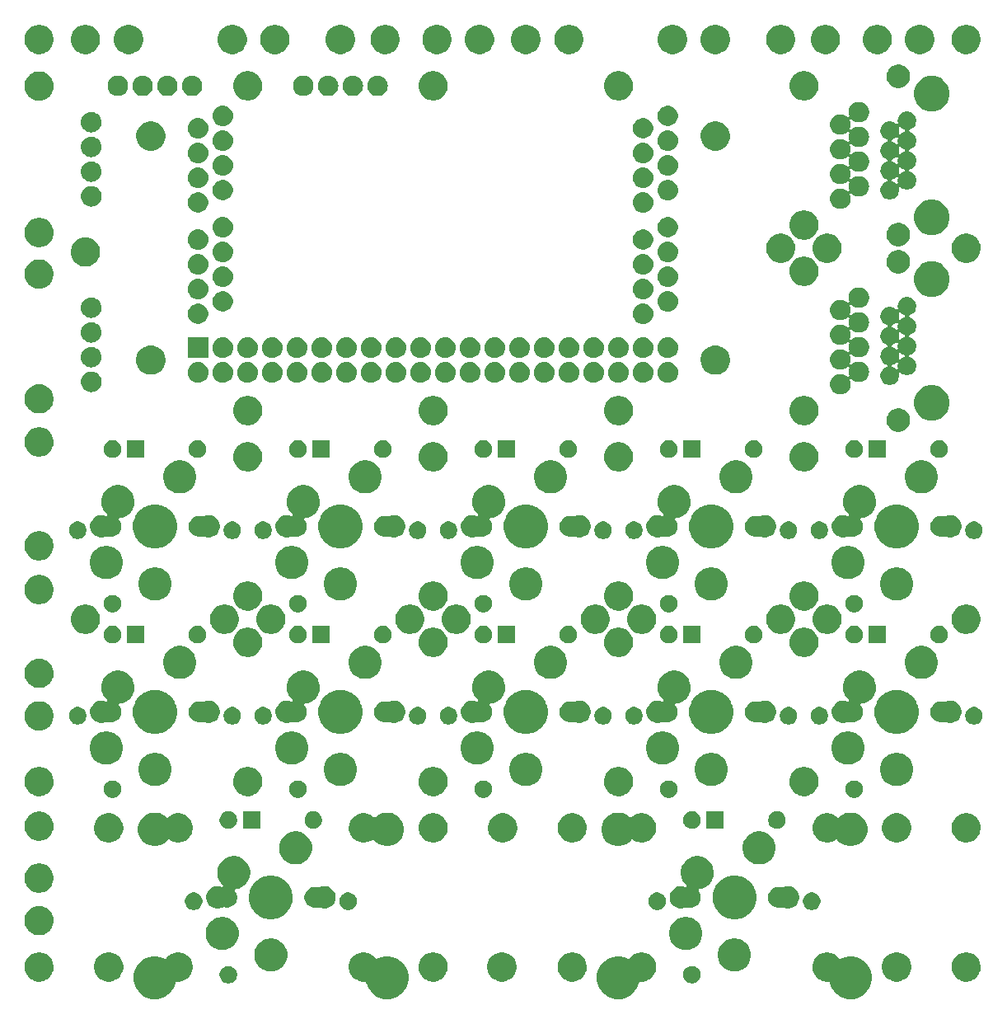
<source format=gts>
G04 #@! TF.GenerationSoftware,KiCad,Pcbnew,(5.0.2)-1*
G04 #@! TF.CreationDate,2019-04-05T23:19:43+09:00*
G04 #@! TF.ProjectId,su128,73753132-382e-46b6-9963-61645f706362,rev?*
G04 #@! TF.SameCoordinates,PX23f4e34PY3256d7c*
G04 #@! TF.FileFunction,Soldermask,Top*
G04 #@! TF.FilePolarity,Negative*
%FSLAX46Y46*%
G04 Gerber Fmt 4.6, Leading zero omitted, Abs format (unit mm)*
G04 Created by KiCad (PCBNEW (5.0.2)-1) date 2019/04/05 23:19:43*
%MOMM*%
%LPD*%
G01*
G04 APERTURE LIST*
%ADD10C,0.100000*%
G04 APERTURE END LIST*
D10*
G36*
X83287715Y-95772671D02*
X83384314Y-95791886D01*
X83657297Y-95904959D01*
X83899700Y-96066929D01*
X83902977Y-96069118D01*
X84111904Y-96278045D01*
X84164641Y-96356971D01*
X84180187Y-96375913D01*
X84199129Y-96391459D01*
X84220740Y-96403010D01*
X84244189Y-96410123D01*
X84268575Y-96412525D01*
X84292961Y-96410123D01*
X84316411Y-96403010D01*
X84320577Y-96401284D01*
X84320579Y-96401283D01*
X84719843Y-96235903D01*
X84719844Y-96235903D01*
X84719846Y-96235902D01*
X85143698Y-96151592D01*
X85575862Y-96151592D01*
X85999714Y-96235902D01*
X85999716Y-96235903D01*
X85999717Y-96235903D01*
X86398981Y-96401283D01*
X86758310Y-96641379D01*
X87063893Y-96946962D01*
X87303989Y-97306291D01*
X87469369Y-97705555D01*
X87469370Y-97705558D01*
X87553680Y-98129410D01*
X87553680Y-98561574D01*
X87469370Y-98985426D01*
X87469369Y-98985428D01*
X87469369Y-98985429D01*
X87303989Y-99384693D01*
X87063893Y-99744022D01*
X86758310Y-100049605D01*
X86398981Y-100289701D01*
X85999717Y-100455081D01*
X85999716Y-100455081D01*
X85999714Y-100455082D01*
X85575862Y-100539392D01*
X85143698Y-100539392D01*
X84719846Y-100455082D01*
X84719844Y-100455081D01*
X84719843Y-100455081D01*
X84320579Y-100289701D01*
X83961250Y-100049605D01*
X83655667Y-99744022D01*
X83415571Y-99384693D01*
X83250191Y-98985429D01*
X83250190Y-98985427D01*
X83220239Y-98834855D01*
X83213126Y-98811406D01*
X83201575Y-98789796D01*
X83186029Y-98770853D01*
X83167087Y-98755308D01*
X83145476Y-98743757D01*
X83122027Y-98736644D01*
X83097641Y-98734242D01*
X82799041Y-98734242D01*
X82605845Y-98695813D01*
X82509246Y-98676598D01*
X82236263Y-98563525D01*
X81990586Y-98399368D01*
X81990583Y-98399366D01*
X81781656Y-98190439D01*
X81617496Y-97944757D01*
X81518416Y-97705555D01*
X81504424Y-97671776D01*
X81485209Y-97575177D01*
X81446780Y-97381981D01*
X81446780Y-97086503D01*
X81504424Y-96796709D01*
X81504824Y-96795744D01*
X81617497Y-96523725D01*
X81781654Y-96278048D01*
X81781656Y-96278045D01*
X81990583Y-96069118D01*
X81993860Y-96066929D01*
X82236263Y-95904959D01*
X82509246Y-95791886D01*
X82605845Y-95772671D01*
X82799041Y-95734242D01*
X83094519Y-95734242D01*
X83287715Y-95772671D01*
X83287715Y-95772671D01*
G37*
G36*
X35662715Y-95772671D02*
X35759314Y-95791886D01*
X36032297Y-95904959D01*
X36274700Y-96066929D01*
X36277977Y-96069118D01*
X36486904Y-96278045D01*
X36539641Y-96356971D01*
X36555187Y-96375913D01*
X36574129Y-96391459D01*
X36595740Y-96403010D01*
X36619189Y-96410123D01*
X36643575Y-96412525D01*
X36667961Y-96410123D01*
X36691411Y-96403010D01*
X36695577Y-96401284D01*
X36695579Y-96401283D01*
X37094843Y-96235903D01*
X37094844Y-96235903D01*
X37094846Y-96235902D01*
X37518698Y-96151592D01*
X37950862Y-96151592D01*
X38374714Y-96235902D01*
X38374716Y-96235903D01*
X38374717Y-96235903D01*
X38773981Y-96401283D01*
X39133310Y-96641379D01*
X39438893Y-96946962D01*
X39678989Y-97306291D01*
X39844369Y-97705555D01*
X39844370Y-97705558D01*
X39928680Y-98129410D01*
X39928680Y-98561574D01*
X39844370Y-98985426D01*
X39844369Y-98985428D01*
X39844369Y-98985429D01*
X39678989Y-99384693D01*
X39438893Y-99744022D01*
X39133310Y-100049605D01*
X38773981Y-100289701D01*
X38374717Y-100455081D01*
X38374716Y-100455081D01*
X38374714Y-100455082D01*
X37950862Y-100539392D01*
X37518698Y-100539392D01*
X37094846Y-100455082D01*
X37094844Y-100455081D01*
X37094843Y-100455081D01*
X36695579Y-100289701D01*
X36336250Y-100049605D01*
X36030667Y-99744022D01*
X35790571Y-99384693D01*
X35625191Y-98985429D01*
X35625190Y-98985427D01*
X35595239Y-98834855D01*
X35588126Y-98811406D01*
X35576575Y-98789796D01*
X35561029Y-98770853D01*
X35542087Y-98755308D01*
X35520476Y-98743757D01*
X35497027Y-98736644D01*
X35472641Y-98734242D01*
X35174041Y-98734242D01*
X34980845Y-98695813D01*
X34884246Y-98676598D01*
X34611263Y-98563525D01*
X34365586Y-98399368D01*
X34365583Y-98399366D01*
X34156656Y-98190439D01*
X33992496Y-97944757D01*
X33893416Y-97705555D01*
X33879424Y-97671776D01*
X33860209Y-97575177D01*
X33821780Y-97381981D01*
X33821780Y-97086503D01*
X33879424Y-96796709D01*
X33879824Y-96795744D01*
X33992497Y-96523725D01*
X34156654Y-96278048D01*
X34156656Y-96278045D01*
X34365583Y-96069118D01*
X34368860Y-96066929D01*
X34611263Y-95904959D01*
X34884246Y-95791886D01*
X34980845Y-95772671D01*
X35174041Y-95734242D01*
X35469519Y-95734242D01*
X35662715Y-95772671D01*
X35662715Y-95772671D01*
G37*
G36*
X16612715Y-95772671D02*
X16709314Y-95791886D01*
X16982297Y-95904959D01*
X17224700Y-96066929D01*
X17227977Y-96069118D01*
X17436904Y-96278045D01*
X17436906Y-96278048D01*
X17601063Y-96523725D01*
X17713737Y-96795744D01*
X17714136Y-96796709D01*
X17771780Y-97086503D01*
X17771780Y-97381981D01*
X17733351Y-97575177D01*
X17714136Y-97671776D01*
X17700144Y-97705555D01*
X17601064Y-97944757D01*
X17436904Y-98190439D01*
X17227977Y-98399366D01*
X17227974Y-98399368D01*
X16982297Y-98563525D01*
X16709314Y-98676598D01*
X16612715Y-98695813D01*
X16419519Y-98734242D01*
X16120919Y-98734242D01*
X16096533Y-98736644D01*
X16073084Y-98743757D01*
X16051473Y-98755308D01*
X16032531Y-98770854D01*
X16016985Y-98789796D01*
X16005434Y-98811407D01*
X15998321Y-98834855D01*
X15968370Y-98985427D01*
X15968369Y-98985429D01*
X15802989Y-99384693D01*
X15562893Y-99744022D01*
X15257310Y-100049605D01*
X14897981Y-100289701D01*
X14498717Y-100455081D01*
X14498716Y-100455081D01*
X14498714Y-100455082D01*
X14074862Y-100539392D01*
X13642698Y-100539392D01*
X13218846Y-100455082D01*
X13218844Y-100455081D01*
X13218843Y-100455081D01*
X12819579Y-100289701D01*
X12460250Y-100049605D01*
X12154667Y-99744022D01*
X11914571Y-99384693D01*
X11749191Y-98985429D01*
X11749191Y-98985428D01*
X11749190Y-98985426D01*
X11664880Y-98561574D01*
X11664880Y-98129410D01*
X11749190Y-97705558D01*
X11749191Y-97705555D01*
X11914571Y-97306291D01*
X12154667Y-96946962D01*
X12460250Y-96641379D01*
X12819579Y-96401283D01*
X13218843Y-96235903D01*
X13218844Y-96235903D01*
X13218846Y-96235902D01*
X13642698Y-96151592D01*
X14074862Y-96151592D01*
X14498714Y-96235902D01*
X14498716Y-96235903D01*
X14498717Y-96235903D01*
X14897981Y-96401283D01*
X14897983Y-96401284D01*
X14902149Y-96403010D01*
X14925599Y-96410123D01*
X14949985Y-96412525D01*
X14974371Y-96410123D01*
X14997820Y-96403010D01*
X15019431Y-96391459D01*
X15038373Y-96375913D01*
X15053919Y-96356971D01*
X15106656Y-96278045D01*
X15315583Y-96069118D01*
X15318860Y-96066929D01*
X15561263Y-95904959D01*
X15834246Y-95791886D01*
X15930845Y-95772671D01*
X16124041Y-95734242D01*
X16419519Y-95734242D01*
X16612715Y-95772671D01*
X16612715Y-95772671D01*
G37*
G36*
X64237715Y-95772671D02*
X64334314Y-95791886D01*
X64607297Y-95904959D01*
X64849700Y-96066929D01*
X64852977Y-96069118D01*
X65061904Y-96278045D01*
X65061906Y-96278048D01*
X65226063Y-96523725D01*
X65338737Y-96795744D01*
X65339136Y-96796709D01*
X65396780Y-97086503D01*
X65396780Y-97381981D01*
X65358351Y-97575177D01*
X65339136Y-97671776D01*
X65325144Y-97705555D01*
X65226064Y-97944757D01*
X65061904Y-98190439D01*
X64852977Y-98399366D01*
X64852974Y-98399368D01*
X64607297Y-98563525D01*
X64334314Y-98676598D01*
X64237715Y-98695813D01*
X64044519Y-98734242D01*
X63745919Y-98734242D01*
X63721533Y-98736644D01*
X63698084Y-98743757D01*
X63676473Y-98755308D01*
X63657531Y-98770854D01*
X63641985Y-98789796D01*
X63630434Y-98811407D01*
X63623321Y-98834855D01*
X63593370Y-98985427D01*
X63593369Y-98985429D01*
X63427989Y-99384693D01*
X63187893Y-99744022D01*
X62882310Y-100049605D01*
X62522981Y-100289701D01*
X62123717Y-100455081D01*
X62123716Y-100455081D01*
X62123714Y-100455082D01*
X61699862Y-100539392D01*
X61267698Y-100539392D01*
X60843846Y-100455082D01*
X60843844Y-100455081D01*
X60843843Y-100455081D01*
X60444579Y-100289701D01*
X60085250Y-100049605D01*
X59779667Y-99744022D01*
X59539571Y-99384693D01*
X59374191Y-98985429D01*
X59374191Y-98985428D01*
X59374190Y-98985426D01*
X59289880Y-98561574D01*
X59289880Y-98129410D01*
X59374190Y-97705558D01*
X59374191Y-97705555D01*
X59539571Y-97306291D01*
X59779667Y-96946962D01*
X60085250Y-96641379D01*
X60444579Y-96401283D01*
X60843843Y-96235903D01*
X60843844Y-96235903D01*
X60843846Y-96235902D01*
X61267698Y-96151592D01*
X61699862Y-96151592D01*
X62123714Y-96235902D01*
X62123716Y-96235903D01*
X62123717Y-96235903D01*
X62522981Y-96401283D01*
X62522983Y-96401284D01*
X62527149Y-96403010D01*
X62550599Y-96410123D01*
X62574985Y-96412525D01*
X62599371Y-96410123D01*
X62622820Y-96403010D01*
X62644431Y-96391459D01*
X62663373Y-96375913D01*
X62678919Y-96356971D01*
X62731656Y-96278045D01*
X62940583Y-96069118D01*
X62943860Y-96066929D01*
X63186263Y-95904959D01*
X63459246Y-95791886D01*
X63555845Y-95772671D01*
X63749041Y-95734242D01*
X64044519Y-95734242D01*
X64237715Y-95772671D01*
X64237715Y-95772671D01*
G37*
G36*
X69318238Y-97164021D02*
X69481751Y-97231750D01*
X69481754Y-97231752D01*
X69593308Y-97306290D01*
X69628919Y-97330085D01*
X69754062Y-97455228D01*
X69852397Y-97602396D01*
X69920126Y-97765909D01*
X69954655Y-97939497D01*
X69954655Y-98116487D01*
X69920126Y-98290075D01*
X69852397Y-98453588D01*
X69852395Y-98453591D01*
X69778939Y-98563526D01*
X69754062Y-98600756D01*
X69628919Y-98725899D01*
X69628916Y-98725901D01*
X69628915Y-98725902D01*
X69533291Y-98789796D01*
X69481751Y-98824234D01*
X69318238Y-98891963D01*
X69144650Y-98926492D01*
X68967660Y-98926492D01*
X68794072Y-98891963D01*
X68630559Y-98824234D01*
X68579019Y-98789796D01*
X68483395Y-98725902D01*
X68483394Y-98725901D01*
X68483391Y-98725899D01*
X68358248Y-98600756D01*
X68333372Y-98563526D01*
X68259915Y-98453591D01*
X68259913Y-98453588D01*
X68192184Y-98290075D01*
X68157655Y-98116487D01*
X68157655Y-97939497D01*
X68192184Y-97765909D01*
X68259913Y-97602396D01*
X68358248Y-97455228D01*
X68483391Y-97330085D01*
X68519003Y-97306290D01*
X68630556Y-97231752D01*
X68630559Y-97231750D01*
X68794072Y-97164021D01*
X68967660Y-97129492D01*
X69144650Y-97129492D01*
X69318238Y-97164021D01*
X69318238Y-97164021D01*
G37*
G36*
X21693238Y-97164021D02*
X21856751Y-97231750D01*
X21856754Y-97231752D01*
X21968308Y-97306290D01*
X22003919Y-97330085D01*
X22129062Y-97455228D01*
X22227397Y-97602396D01*
X22295126Y-97765909D01*
X22329655Y-97939497D01*
X22329655Y-98116487D01*
X22295126Y-98290075D01*
X22227397Y-98453588D01*
X22227395Y-98453591D01*
X22153939Y-98563526D01*
X22129062Y-98600756D01*
X22003919Y-98725899D01*
X22003916Y-98725901D01*
X22003915Y-98725902D01*
X21908291Y-98789796D01*
X21856751Y-98824234D01*
X21693238Y-98891963D01*
X21519650Y-98926492D01*
X21342660Y-98926492D01*
X21169072Y-98891963D01*
X21005559Y-98824234D01*
X20954019Y-98789796D01*
X20858395Y-98725902D01*
X20858394Y-98725901D01*
X20858391Y-98725899D01*
X20733248Y-98600756D01*
X20708372Y-98563526D01*
X20634915Y-98453591D01*
X20634913Y-98453588D01*
X20567184Y-98290075D01*
X20532655Y-98116487D01*
X20532655Y-97939497D01*
X20567184Y-97765909D01*
X20634913Y-97602396D01*
X20733248Y-97455228D01*
X20858391Y-97330085D01*
X20894003Y-97306290D01*
X21005556Y-97231752D01*
X21005559Y-97231750D01*
X21169072Y-97164021D01*
X21342660Y-97129492D01*
X21519650Y-97129492D01*
X21693238Y-97164021D01*
X21693238Y-97164021D01*
G37*
G36*
X57093965Y-95772671D02*
X57190564Y-95791886D01*
X57463547Y-95904959D01*
X57705950Y-96066929D01*
X57709227Y-96069118D01*
X57918154Y-96278045D01*
X57918156Y-96278048D01*
X58082313Y-96523725D01*
X58194987Y-96795744D01*
X58195386Y-96796709D01*
X58253030Y-97086503D01*
X58253030Y-97381981D01*
X58214601Y-97575177D01*
X58195386Y-97671776D01*
X58181394Y-97705555D01*
X58082314Y-97944757D01*
X57918154Y-98190439D01*
X57709227Y-98399366D01*
X57709224Y-98399368D01*
X57463547Y-98563525D01*
X57190564Y-98676598D01*
X57093965Y-98695813D01*
X56900769Y-98734242D01*
X56605291Y-98734242D01*
X56412095Y-98695813D01*
X56315496Y-98676598D01*
X56042513Y-98563525D01*
X55796836Y-98399368D01*
X55796833Y-98399366D01*
X55587906Y-98190439D01*
X55423746Y-97944757D01*
X55324666Y-97705555D01*
X55310674Y-97671776D01*
X55291459Y-97575177D01*
X55253030Y-97381981D01*
X55253030Y-97086503D01*
X55310674Y-96796709D01*
X55311074Y-96795744D01*
X55423747Y-96523725D01*
X55587904Y-96278048D01*
X55587906Y-96278045D01*
X55796833Y-96069118D01*
X55800110Y-96066929D01*
X56042513Y-95904959D01*
X56315496Y-95791886D01*
X56412095Y-95772671D01*
X56605291Y-95734242D01*
X56900769Y-95734242D01*
X57093965Y-95772671D01*
X57093965Y-95772671D01*
G37*
G36*
X97575215Y-95772671D02*
X97671814Y-95791886D01*
X97944797Y-95904959D01*
X98187200Y-96066929D01*
X98190477Y-96069118D01*
X98399404Y-96278045D01*
X98399406Y-96278048D01*
X98563563Y-96523725D01*
X98676237Y-96795744D01*
X98676636Y-96796709D01*
X98734280Y-97086503D01*
X98734280Y-97381981D01*
X98695851Y-97575177D01*
X98676636Y-97671776D01*
X98662644Y-97705555D01*
X98563564Y-97944757D01*
X98399404Y-98190439D01*
X98190477Y-98399366D01*
X98190474Y-98399368D01*
X97944797Y-98563525D01*
X97671814Y-98676598D01*
X97575215Y-98695813D01*
X97382019Y-98734242D01*
X97086541Y-98734242D01*
X96893345Y-98695813D01*
X96796746Y-98676598D01*
X96523763Y-98563525D01*
X96278086Y-98399368D01*
X96278083Y-98399366D01*
X96069156Y-98190439D01*
X95904996Y-97944757D01*
X95805916Y-97705555D01*
X95791924Y-97671776D01*
X95772709Y-97575177D01*
X95734280Y-97381981D01*
X95734280Y-97086503D01*
X95791924Y-96796709D01*
X95792324Y-96795744D01*
X95904997Y-96523725D01*
X96069154Y-96278048D01*
X96069156Y-96278045D01*
X96278083Y-96069118D01*
X96281360Y-96066929D01*
X96523763Y-95904959D01*
X96796746Y-95791886D01*
X96893345Y-95772671D01*
X97086541Y-95734242D01*
X97382019Y-95734242D01*
X97575215Y-95772671D01*
X97575215Y-95772671D01*
G37*
G36*
X90431465Y-95772671D02*
X90528064Y-95791886D01*
X90801047Y-95904959D01*
X91043450Y-96066929D01*
X91046727Y-96069118D01*
X91255654Y-96278045D01*
X91255656Y-96278048D01*
X91419813Y-96523725D01*
X91532487Y-96795744D01*
X91532886Y-96796709D01*
X91590530Y-97086503D01*
X91590530Y-97381981D01*
X91552101Y-97575177D01*
X91532886Y-97671776D01*
X91518894Y-97705555D01*
X91419814Y-97944757D01*
X91255654Y-98190439D01*
X91046727Y-98399366D01*
X91046724Y-98399368D01*
X90801047Y-98563525D01*
X90528064Y-98676598D01*
X90431465Y-98695813D01*
X90238269Y-98734242D01*
X89942791Y-98734242D01*
X89749595Y-98695813D01*
X89652996Y-98676598D01*
X89380013Y-98563525D01*
X89134336Y-98399368D01*
X89134333Y-98399366D01*
X88925406Y-98190439D01*
X88761246Y-97944757D01*
X88662166Y-97705555D01*
X88648174Y-97671776D01*
X88628959Y-97575177D01*
X88590530Y-97381981D01*
X88590530Y-97086503D01*
X88648174Y-96796709D01*
X88648574Y-96795744D01*
X88761247Y-96523725D01*
X88925404Y-96278048D01*
X88925406Y-96278045D01*
X89134333Y-96069118D01*
X89137610Y-96066929D01*
X89380013Y-95904959D01*
X89652996Y-95791886D01*
X89749595Y-95772671D01*
X89942791Y-95734242D01*
X90238269Y-95734242D01*
X90431465Y-95772671D01*
X90431465Y-95772671D01*
G37*
G36*
X9468965Y-95772671D02*
X9565564Y-95791886D01*
X9838547Y-95904959D01*
X10080950Y-96066929D01*
X10084227Y-96069118D01*
X10293154Y-96278045D01*
X10293156Y-96278048D01*
X10457313Y-96523725D01*
X10569987Y-96795744D01*
X10570386Y-96796709D01*
X10628030Y-97086503D01*
X10628030Y-97381981D01*
X10589601Y-97575177D01*
X10570386Y-97671776D01*
X10556394Y-97705555D01*
X10457314Y-97944757D01*
X10293154Y-98190439D01*
X10084227Y-98399366D01*
X10084224Y-98399368D01*
X9838547Y-98563525D01*
X9565564Y-98676598D01*
X9468965Y-98695813D01*
X9275769Y-98734242D01*
X8980291Y-98734242D01*
X8787095Y-98695813D01*
X8690496Y-98676598D01*
X8417513Y-98563525D01*
X8171836Y-98399368D01*
X8171833Y-98399366D01*
X7962906Y-98190439D01*
X7798746Y-97944757D01*
X7699666Y-97705555D01*
X7685674Y-97671776D01*
X7666459Y-97575177D01*
X7628030Y-97381981D01*
X7628030Y-97086503D01*
X7685674Y-96796709D01*
X7686074Y-96795744D01*
X7798747Y-96523725D01*
X7962904Y-96278048D01*
X7962906Y-96278045D01*
X8171833Y-96069118D01*
X8175110Y-96066929D01*
X8417513Y-95904959D01*
X8690496Y-95791886D01*
X8787095Y-95772671D01*
X8980291Y-95734242D01*
X9275769Y-95734242D01*
X9468965Y-95772671D01*
X9468965Y-95772671D01*
G37*
G36*
X49881465Y-95772671D02*
X49978064Y-95791886D01*
X50251047Y-95904959D01*
X50493450Y-96066929D01*
X50496727Y-96069118D01*
X50705654Y-96278045D01*
X50705656Y-96278048D01*
X50869813Y-96523725D01*
X50982487Y-96795744D01*
X50982886Y-96796709D01*
X51040530Y-97086503D01*
X51040530Y-97381981D01*
X51002101Y-97575177D01*
X50982886Y-97671776D01*
X50968894Y-97705555D01*
X50869814Y-97944757D01*
X50705654Y-98190439D01*
X50496727Y-98399366D01*
X50496724Y-98399368D01*
X50251047Y-98563525D01*
X49978064Y-98676598D01*
X49881465Y-98695813D01*
X49688269Y-98734242D01*
X49392791Y-98734242D01*
X49199595Y-98695813D01*
X49102996Y-98676598D01*
X48830013Y-98563525D01*
X48584336Y-98399368D01*
X48584333Y-98399366D01*
X48375406Y-98190439D01*
X48211246Y-97944757D01*
X48112166Y-97705555D01*
X48098174Y-97671776D01*
X48078959Y-97575177D01*
X48040530Y-97381981D01*
X48040530Y-97086503D01*
X48098174Y-96796709D01*
X48098574Y-96795744D01*
X48211247Y-96523725D01*
X48375404Y-96278048D01*
X48375406Y-96278045D01*
X48584333Y-96069118D01*
X48587610Y-96066929D01*
X48830013Y-95904959D01*
X49102996Y-95791886D01*
X49199595Y-95772671D01*
X49392791Y-95734242D01*
X49688269Y-95734242D01*
X49881465Y-95772671D01*
X49881465Y-95772671D01*
G37*
G36*
X42806465Y-95772671D02*
X42903064Y-95791886D01*
X43176047Y-95904959D01*
X43418450Y-96066929D01*
X43421727Y-96069118D01*
X43630654Y-96278045D01*
X43630656Y-96278048D01*
X43794813Y-96523725D01*
X43907487Y-96795744D01*
X43907886Y-96796709D01*
X43965530Y-97086503D01*
X43965530Y-97381981D01*
X43927101Y-97575177D01*
X43907886Y-97671776D01*
X43893894Y-97705555D01*
X43794814Y-97944757D01*
X43630654Y-98190439D01*
X43421727Y-98399366D01*
X43421724Y-98399368D01*
X43176047Y-98563525D01*
X42903064Y-98676598D01*
X42806465Y-98695813D01*
X42613269Y-98734242D01*
X42317791Y-98734242D01*
X42124595Y-98695813D01*
X42027996Y-98676598D01*
X41755013Y-98563525D01*
X41509336Y-98399368D01*
X41509333Y-98399366D01*
X41300406Y-98190439D01*
X41136246Y-97944757D01*
X41037166Y-97705555D01*
X41023174Y-97671776D01*
X41003959Y-97575177D01*
X40965530Y-97381981D01*
X40965530Y-97086503D01*
X41023174Y-96796709D01*
X41023574Y-96795744D01*
X41136247Y-96523725D01*
X41300404Y-96278048D01*
X41300406Y-96278045D01*
X41509333Y-96069118D01*
X41512610Y-96066929D01*
X41755013Y-95904959D01*
X42027996Y-95791886D01*
X42124595Y-95772671D01*
X42317791Y-95734242D01*
X42613269Y-95734242D01*
X42806465Y-95772671D01*
X42806465Y-95772671D01*
G37*
G36*
X2325215Y-95772671D02*
X2421814Y-95791886D01*
X2694797Y-95904959D01*
X2937200Y-96066929D01*
X2940477Y-96069118D01*
X3149404Y-96278045D01*
X3149406Y-96278048D01*
X3313563Y-96523725D01*
X3426237Y-96795744D01*
X3426636Y-96796709D01*
X3484280Y-97086503D01*
X3484280Y-97381981D01*
X3445851Y-97575177D01*
X3426636Y-97671776D01*
X3412644Y-97705555D01*
X3313564Y-97944757D01*
X3149404Y-98190439D01*
X2940477Y-98399366D01*
X2940474Y-98399368D01*
X2694797Y-98563525D01*
X2421814Y-98676598D01*
X2325215Y-98695813D01*
X2132019Y-98734242D01*
X1836541Y-98734242D01*
X1643345Y-98695813D01*
X1546746Y-98676598D01*
X1273763Y-98563525D01*
X1028086Y-98399368D01*
X1028083Y-98399366D01*
X819156Y-98190439D01*
X654996Y-97944757D01*
X555916Y-97705555D01*
X541924Y-97671776D01*
X522709Y-97575177D01*
X484280Y-97381981D01*
X484280Y-97086503D01*
X541924Y-96796709D01*
X542324Y-96795744D01*
X654997Y-96523725D01*
X819154Y-96278048D01*
X819156Y-96278045D01*
X1028083Y-96069118D01*
X1031360Y-96066929D01*
X1273763Y-95904959D01*
X1546746Y-95791886D01*
X1643345Y-95772671D01*
X1836541Y-95734242D01*
X2132019Y-95734242D01*
X2325215Y-95772671D01*
X2325215Y-95772671D01*
G37*
G36*
X73808173Y-94334045D02*
X73917652Y-94355822D01*
X74227032Y-94483971D01*
X74505467Y-94670015D01*
X74742257Y-94906805D01*
X74928301Y-95185240D01*
X75056450Y-95494620D01*
X75121780Y-95823057D01*
X75121780Y-96157927D01*
X75056450Y-96486364D01*
X74928301Y-96795744D01*
X74742257Y-97074179D01*
X74505467Y-97310969D01*
X74227032Y-97497013D01*
X73917652Y-97625162D01*
X73808173Y-97646939D01*
X73589217Y-97690492D01*
X73254343Y-97690492D01*
X73035387Y-97646939D01*
X72925908Y-97625162D01*
X72616528Y-97497013D01*
X72338093Y-97310969D01*
X72101303Y-97074179D01*
X71915259Y-96795744D01*
X71787110Y-96486364D01*
X71721780Y-96157927D01*
X71721780Y-95823057D01*
X71787110Y-95494620D01*
X71915259Y-95185240D01*
X72101303Y-94906805D01*
X72338093Y-94670015D01*
X72616528Y-94483971D01*
X72925908Y-94355822D01*
X73035387Y-94334045D01*
X73254343Y-94290492D01*
X73589217Y-94290492D01*
X73808173Y-94334045D01*
X73808173Y-94334045D01*
G37*
G36*
X26183173Y-94334045D02*
X26292652Y-94355822D01*
X26602032Y-94483971D01*
X26880467Y-94670015D01*
X27117257Y-94906805D01*
X27303301Y-95185240D01*
X27431450Y-95494620D01*
X27496780Y-95823057D01*
X27496780Y-96157927D01*
X27431450Y-96486364D01*
X27303301Y-96795744D01*
X27117257Y-97074179D01*
X26880467Y-97310969D01*
X26602032Y-97497013D01*
X26292652Y-97625162D01*
X26183173Y-97646939D01*
X25964217Y-97690492D01*
X25629343Y-97690492D01*
X25410387Y-97646939D01*
X25300908Y-97625162D01*
X24991528Y-97497013D01*
X24713093Y-97310969D01*
X24476303Y-97074179D01*
X24290259Y-96795744D01*
X24162110Y-96486364D01*
X24096780Y-96157927D01*
X24096780Y-95823057D01*
X24162110Y-95494620D01*
X24290259Y-95185240D01*
X24476303Y-94906805D01*
X24713093Y-94670015D01*
X24991528Y-94483971D01*
X25300908Y-94355822D01*
X25410387Y-94334045D01*
X25629343Y-94290492D01*
X25964217Y-94290492D01*
X26183173Y-94334045D01*
X26183173Y-94334045D01*
G37*
G36*
X21183173Y-92134045D02*
X21292652Y-92155822D01*
X21602032Y-92283971D01*
X21880467Y-92470015D01*
X22117257Y-92706805D01*
X22303301Y-92985240D01*
X22431450Y-93294620D01*
X22496780Y-93623057D01*
X22496780Y-93957927D01*
X22431450Y-94286364D01*
X22303301Y-94595744D01*
X22117257Y-94874179D01*
X21880467Y-95110969D01*
X21602032Y-95297013D01*
X21292652Y-95425162D01*
X21183173Y-95446939D01*
X20964217Y-95490492D01*
X20629343Y-95490492D01*
X20410387Y-95446939D01*
X20300908Y-95425162D01*
X19991528Y-95297013D01*
X19713093Y-95110969D01*
X19476303Y-94874179D01*
X19290259Y-94595744D01*
X19162110Y-94286364D01*
X19096780Y-93957927D01*
X19096780Y-93623057D01*
X19162110Y-93294620D01*
X19290259Y-92985240D01*
X19476303Y-92706805D01*
X19713093Y-92470015D01*
X19991528Y-92283971D01*
X20300908Y-92155822D01*
X20410387Y-92134045D01*
X20629343Y-92090492D01*
X20964217Y-92090492D01*
X21183173Y-92134045D01*
X21183173Y-92134045D01*
G37*
G36*
X68808173Y-92134045D02*
X68917652Y-92155822D01*
X69227032Y-92283971D01*
X69505467Y-92470015D01*
X69742257Y-92706805D01*
X69928301Y-92985240D01*
X70056450Y-93294620D01*
X70121780Y-93623057D01*
X70121780Y-93957927D01*
X70056450Y-94286364D01*
X69928301Y-94595744D01*
X69742257Y-94874179D01*
X69505467Y-95110969D01*
X69227032Y-95297013D01*
X68917652Y-95425162D01*
X68808173Y-95446939D01*
X68589217Y-95490492D01*
X68254343Y-95490492D01*
X68035387Y-95446939D01*
X67925908Y-95425162D01*
X67616528Y-95297013D01*
X67338093Y-95110969D01*
X67101303Y-94874179D01*
X66915259Y-94595744D01*
X66787110Y-94286364D01*
X66721780Y-93957927D01*
X66721780Y-93623057D01*
X66787110Y-93294620D01*
X66915259Y-92985240D01*
X67101303Y-92706805D01*
X67338093Y-92470015D01*
X67616528Y-92283971D01*
X67925908Y-92155822D01*
X68035387Y-92134045D01*
X68254343Y-92090492D01*
X68589217Y-92090492D01*
X68808173Y-92134045D01*
X68808173Y-92134045D01*
G37*
G36*
X2325215Y-91010171D02*
X2421814Y-91029386D01*
X2496039Y-91060131D01*
X2690049Y-91140492D01*
X2694797Y-91142459D01*
X2758878Y-91185277D01*
X2940477Y-91306618D01*
X3149404Y-91515545D01*
X3149406Y-91515548D01*
X3313563Y-91761225D01*
X3426636Y-92034208D01*
X3445851Y-92130807D01*
X3484280Y-92324003D01*
X3484280Y-92619481D01*
X3426636Y-92909275D01*
X3313564Y-93182257D01*
X3149404Y-93427939D01*
X2940477Y-93636866D01*
X2940474Y-93636868D01*
X2694797Y-93801025D01*
X2421814Y-93914098D01*
X2325215Y-93933313D01*
X2132019Y-93971742D01*
X1836541Y-93971742D01*
X1643345Y-93933313D01*
X1546746Y-93914098D01*
X1273763Y-93801025D01*
X1028086Y-93636868D01*
X1028083Y-93636866D01*
X819156Y-93427939D01*
X654996Y-93182257D01*
X541924Y-92909275D01*
X484280Y-92619481D01*
X484280Y-92324003D01*
X522709Y-92130807D01*
X541924Y-92034208D01*
X654997Y-91761225D01*
X819154Y-91515548D01*
X819156Y-91515545D01*
X1028083Y-91306618D01*
X1209682Y-91185277D01*
X1273763Y-91142459D01*
X1278512Y-91140492D01*
X1472521Y-91060131D01*
X1546746Y-91029386D01*
X1643345Y-91010171D01*
X1836541Y-90971742D01*
X2132019Y-90971742D01*
X2325215Y-91010171D01*
X2325215Y-91010171D01*
G37*
G36*
X26453081Y-87926958D02*
X26528935Y-87958378D01*
X26862554Y-88096567D01*
X26862555Y-88096568D01*
X27231072Y-88342803D01*
X27544469Y-88656200D01*
X27648754Y-88812274D01*
X27790705Y-89024718D01*
X27846738Y-89159994D01*
X27960314Y-89434191D01*
X27982507Y-89545763D01*
X28046780Y-89868885D01*
X28046780Y-90312099D01*
X28003547Y-90529445D01*
X27960314Y-90746793D01*
X27954913Y-90759831D01*
X27790705Y-91156266D01*
X27790704Y-91156267D01*
X27544469Y-91524784D01*
X27231072Y-91838181D01*
X26985394Y-92002338D01*
X26862554Y-92084417D01*
X26690166Y-92155822D01*
X26453081Y-92254026D01*
X26302537Y-92283971D01*
X26018387Y-92340492D01*
X25575173Y-92340492D01*
X25291023Y-92283971D01*
X25140479Y-92254026D01*
X24903394Y-92155822D01*
X24731006Y-92084417D01*
X24608166Y-92002338D01*
X24362488Y-91838181D01*
X24049091Y-91524784D01*
X23802856Y-91156267D01*
X23802855Y-91156266D01*
X23638647Y-90759831D01*
X23633246Y-90746793D01*
X23546780Y-90312099D01*
X23546780Y-89868885D01*
X23611053Y-89545763D01*
X23633246Y-89434191D01*
X23746822Y-89159994D01*
X23802855Y-89024718D01*
X23944806Y-88812274D01*
X24049091Y-88656200D01*
X24362488Y-88342803D01*
X24731005Y-88096568D01*
X24731006Y-88096567D01*
X25064625Y-87958378D01*
X25140479Y-87926958D01*
X25575173Y-87840492D01*
X26018387Y-87840492D01*
X26453081Y-87926958D01*
X26453081Y-87926958D01*
G37*
G36*
X74078081Y-87926958D02*
X74153935Y-87958378D01*
X74487554Y-88096567D01*
X74487555Y-88096568D01*
X74856072Y-88342803D01*
X75169469Y-88656200D01*
X75273754Y-88812274D01*
X75415705Y-89024718D01*
X75471738Y-89159994D01*
X75585314Y-89434191D01*
X75607507Y-89545763D01*
X75671780Y-89868885D01*
X75671780Y-90312099D01*
X75585314Y-90746793D01*
X75579913Y-90759831D01*
X75415705Y-91156266D01*
X75415704Y-91156267D01*
X75169469Y-91524784D01*
X74856072Y-91838181D01*
X74610394Y-92002338D01*
X74487554Y-92084417D01*
X74315166Y-92155822D01*
X74078081Y-92254026D01*
X73927537Y-92283971D01*
X73643387Y-92340492D01*
X73200173Y-92340492D01*
X72916023Y-92283971D01*
X72765479Y-92254026D01*
X72528394Y-92155822D01*
X72356006Y-92084417D01*
X72233166Y-92002338D01*
X71987488Y-91838181D01*
X71674091Y-91524784D01*
X71427856Y-91156267D01*
X71427855Y-91156266D01*
X71263647Y-90759831D01*
X71258246Y-90746793D01*
X71215013Y-90529445D01*
X71171780Y-90312099D01*
X71171780Y-89868885D01*
X71236053Y-89545763D01*
X71258246Y-89434191D01*
X71371822Y-89159994D01*
X71427855Y-89024718D01*
X71569806Y-88812274D01*
X71674091Y-88656200D01*
X71987488Y-88342803D01*
X72356005Y-88096568D01*
X72356006Y-88096567D01*
X72689625Y-87958378D01*
X72765479Y-87926958D01*
X73200173Y-87840492D01*
X73643387Y-87840492D01*
X74078081Y-87926958D01*
X74078081Y-87926958D01*
G37*
G36*
X81621363Y-89623396D02*
X81784876Y-89691125D01*
X81784879Y-89691127D01*
X81924204Y-89784221D01*
X81932044Y-89789460D01*
X82057187Y-89914603D01*
X82057189Y-89914606D01*
X82057190Y-89914607D01*
X82105612Y-89987076D01*
X82155522Y-90061771D01*
X82223251Y-90225284D01*
X82257780Y-90398872D01*
X82257780Y-90575862D01*
X82223251Y-90749450D01*
X82155522Y-90912963D01*
X82155520Y-90912966D01*
X82077731Y-91029386D01*
X82057187Y-91060131D01*
X81932044Y-91185274D01*
X81932041Y-91185276D01*
X81932040Y-91185277D01*
X81849405Y-91240492D01*
X81784876Y-91283609D01*
X81621363Y-91351338D01*
X81447775Y-91385867D01*
X81270785Y-91385867D01*
X81097197Y-91351338D01*
X80933684Y-91283609D01*
X80869155Y-91240492D01*
X80786520Y-91185277D01*
X80786519Y-91185276D01*
X80786516Y-91185274D01*
X80661373Y-91060131D01*
X80640830Y-91029386D01*
X80563040Y-90912966D01*
X80563038Y-90912963D01*
X80495309Y-90749450D01*
X80460780Y-90575862D01*
X80460780Y-90398872D01*
X80495309Y-90225284D01*
X80563038Y-90061771D01*
X80612948Y-89987076D01*
X80661370Y-89914607D01*
X80661371Y-89914606D01*
X80661373Y-89914603D01*
X80786516Y-89789460D01*
X80794357Y-89784221D01*
X80933681Y-89691127D01*
X80933684Y-89691125D01*
X81097197Y-89623396D01*
X81270785Y-89588867D01*
X81447775Y-89588867D01*
X81621363Y-89623396D01*
X81621363Y-89623396D01*
G37*
G36*
X33996363Y-89623396D02*
X34159876Y-89691125D01*
X34159879Y-89691127D01*
X34299204Y-89784221D01*
X34307044Y-89789460D01*
X34432187Y-89914603D01*
X34432189Y-89914606D01*
X34432190Y-89914607D01*
X34480612Y-89987076D01*
X34530522Y-90061771D01*
X34598251Y-90225284D01*
X34632780Y-90398872D01*
X34632780Y-90575862D01*
X34598251Y-90749450D01*
X34530522Y-90912963D01*
X34530520Y-90912966D01*
X34452731Y-91029386D01*
X34432187Y-91060131D01*
X34307044Y-91185274D01*
X34307041Y-91185276D01*
X34307040Y-91185277D01*
X34224405Y-91240492D01*
X34159876Y-91283609D01*
X33996363Y-91351338D01*
X33822775Y-91385867D01*
X33645785Y-91385867D01*
X33472197Y-91351338D01*
X33308684Y-91283609D01*
X33244155Y-91240492D01*
X33161520Y-91185277D01*
X33161519Y-91185276D01*
X33161516Y-91185274D01*
X33036373Y-91060131D01*
X33015830Y-91029386D01*
X32938040Y-90912966D01*
X32938038Y-90912963D01*
X32870309Y-90749450D01*
X32835780Y-90575862D01*
X32835780Y-90398872D01*
X32870309Y-90225284D01*
X32938038Y-90061771D01*
X32987948Y-89987076D01*
X33036370Y-89914607D01*
X33036371Y-89914606D01*
X33036373Y-89914603D01*
X33161516Y-89789460D01*
X33169357Y-89784221D01*
X33308681Y-89691127D01*
X33308684Y-89691125D01*
X33472197Y-89623396D01*
X33645785Y-89588867D01*
X33822775Y-89588867D01*
X33996363Y-89623396D01*
X33996363Y-89623396D01*
G37*
G36*
X18121363Y-89623396D02*
X18284876Y-89691125D01*
X18284879Y-89691127D01*
X18424204Y-89784221D01*
X18432044Y-89789460D01*
X18557187Y-89914603D01*
X18557189Y-89914606D01*
X18557190Y-89914607D01*
X18605612Y-89987076D01*
X18655522Y-90061771D01*
X18723251Y-90225284D01*
X18757780Y-90398872D01*
X18757780Y-90575862D01*
X18723251Y-90749450D01*
X18655522Y-90912963D01*
X18655520Y-90912966D01*
X18577731Y-91029386D01*
X18557187Y-91060131D01*
X18432044Y-91185274D01*
X18432041Y-91185276D01*
X18432040Y-91185277D01*
X18349405Y-91240492D01*
X18284876Y-91283609D01*
X18121363Y-91351338D01*
X17947775Y-91385867D01*
X17770785Y-91385867D01*
X17597197Y-91351338D01*
X17433684Y-91283609D01*
X17369155Y-91240492D01*
X17286520Y-91185277D01*
X17286519Y-91185276D01*
X17286516Y-91185274D01*
X17161373Y-91060131D01*
X17140830Y-91029386D01*
X17063040Y-90912966D01*
X17063038Y-90912963D01*
X16995309Y-90749450D01*
X16960780Y-90575862D01*
X16960780Y-90398872D01*
X16995309Y-90225284D01*
X17063038Y-90061771D01*
X17112948Y-89987076D01*
X17161370Y-89914607D01*
X17161371Y-89914606D01*
X17161373Y-89914603D01*
X17286516Y-89789460D01*
X17294357Y-89784221D01*
X17433681Y-89691127D01*
X17433684Y-89691125D01*
X17597197Y-89623396D01*
X17770785Y-89588867D01*
X17947775Y-89588867D01*
X18121363Y-89623396D01*
X18121363Y-89623396D01*
G37*
G36*
X65746363Y-89623396D02*
X65909876Y-89691125D01*
X65909879Y-89691127D01*
X66049204Y-89784221D01*
X66057044Y-89789460D01*
X66182187Y-89914603D01*
X66182189Y-89914606D01*
X66182190Y-89914607D01*
X66230612Y-89987076D01*
X66280522Y-90061771D01*
X66348251Y-90225284D01*
X66382780Y-90398872D01*
X66382780Y-90575862D01*
X66348251Y-90749450D01*
X66280522Y-90912963D01*
X66280520Y-90912966D01*
X66202731Y-91029386D01*
X66182187Y-91060131D01*
X66057044Y-91185274D01*
X66057041Y-91185276D01*
X66057040Y-91185277D01*
X65974405Y-91240492D01*
X65909876Y-91283609D01*
X65746363Y-91351338D01*
X65572775Y-91385867D01*
X65395785Y-91385867D01*
X65222197Y-91351338D01*
X65058684Y-91283609D01*
X64994155Y-91240492D01*
X64911520Y-91185277D01*
X64911519Y-91185276D01*
X64911516Y-91185274D01*
X64786373Y-91060131D01*
X64765830Y-91029386D01*
X64688040Y-90912966D01*
X64688038Y-90912963D01*
X64620309Y-90749450D01*
X64585780Y-90575862D01*
X64585780Y-90398872D01*
X64620309Y-90225284D01*
X64688038Y-90061771D01*
X64737948Y-89987076D01*
X64786370Y-89914607D01*
X64786371Y-89914606D01*
X64786373Y-89914603D01*
X64911516Y-89789460D01*
X64919357Y-89784221D01*
X65058681Y-89691127D01*
X65058684Y-89691125D01*
X65222197Y-89623396D01*
X65395785Y-89588867D01*
X65572775Y-89588867D01*
X65746363Y-89623396D01*
X65746363Y-89623396D01*
G37*
G36*
X79257223Y-88984686D02*
X79466508Y-89071375D01*
X79654865Y-89197231D01*
X79815041Y-89357407D01*
X79940897Y-89545764D01*
X80027586Y-89755049D01*
X80071780Y-89977226D01*
X80071780Y-90203758D01*
X80027586Y-90425935D01*
X79940897Y-90635220D01*
X79815041Y-90823577D01*
X79654865Y-90983753D01*
X79466508Y-91109609D01*
X79257223Y-91196298D01*
X79035046Y-91240492D01*
X78808514Y-91240492D01*
X78586337Y-91196298D01*
X78474581Y-91150007D01*
X78451132Y-91142894D01*
X78426746Y-91140492D01*
X78398363Y-91140492D01*
X78357125Y-91132289D01*
X78236160Y-91108228D01*
X78211780Y-91105827D01*
X78187400Y-91108228D01*
X78066435Y-91132289D01*
X78025197Y-91140492D01*
X77818363Y-91140492D01*
X77795892Y-91136022D01*
X77615506Y-91100142D01*
X77424418Y-91020990D01*
X77252444Y-90906081D01*
X77106191Y-90759828D01*
X76991282Y-90587854D01*
X76912130Y-90396766D01*
X76871780Y-90193908D01*
X76871780Y-89987076D01*
X76912130Y-89784218D01*
X76991282Y-89593130D01*
X77106191Y-89421156D01*
X77252444Y-89274903D01*
X77424418Y-89159994D01*
X77615506Y-89080842D01*
X77795892Y-89044962D01*
X77818363Y-89040492D01*
X78025197Y-89040492D01*
X78066435Y-89048695D01*
X78187400Y-89072756D01*
X78211780Y-89075157D01*
X78236160Y-89072756D01*
X78357125Y-89048695D01*
X78398363Y-89040492D01*
X78426746Y-89040492D01*
X78451132Y-89038090D01*
X78474581Y-89030977D01*
X78586337Y-88984686D01*
X78808514Y-88940492D01*
X79035046Y-88940492D01*
X79257223Y-88984686D01*
X79257223Y-88984686D01*
G37*
G36*
X69998173Y-85894045D02*
X70107652Y-85915822D01*
X70417032Y-86043971D01*
X70695467Y-86230015D01*
X70932257Y-86466805D01*
X71118301Y-86745240D01*
X71199383Y-86940991D01*
X71246450Y-87054621D01*
X71311780Y-87383055D01*
X71311780Y-87717929D01*
X71270201Y-87926958D01*
X71246450Y-88046364D01*
X71118301Y-88355744D01*
X70932257Y-88634179D01*
X70695467Y-88870969D01*
X70417032Y-89057013D01*
X70107652Y-89185162D01*
X69825102Y-89241365D01*
X69801653Y-89248478D01*
X69780043Y-89260029D01*
X69761100Y-89275575D01*
X69745555Y-89294517D01*
X69734004Y-89316128D01*
X69726891Y-89339577D01*
X69724489Y-89363963D01*
X69726891Y-89388350D01*
X69734004Y-89411799D01*
X69745550Y-89433400D01*
X69852278Y-89593130D01*
X69931430Y-89784218D01*
X69971780Y-89987076D01*
X69971780Y-90193908D01*
X69931430Y-90396766D01*
X69852278Y-90587854D01*
X69737369Y-90759828D01*
X69591116Y-90906081D01*
X69419142Y-91020990D01*
X69228054Y-91100142D01*
X69047668Y-91136022D01*
X69025197Y-91140492D01*
X68818363Y-91140492D01*
X68777125Y-91132289D01*
X68656160Y-91108228D01*
X68631780Y-91105827D01*
X68607400Y-91108228D01*
X68486435Y-91132289D01*
X68445197Y-91140492D01*
X68416814Y-91140492D01*
X68392428Y-91142894D01*
X68368979Y-91150007D01*
X68257223Y-91196298D01*
X68035046Y-91240492D01*
X67808514Y-91240492D01*
X67586337Y-91196298D01*
X67377052Y-91109609D01*
X67188695Y-90983753D01*
X67028519Y-90823577D01*
X66902663Y-90635220D01*
X66815974Y-90425935D01*
X66771780Y-90203758D01*
X66771780Y-89977226D01*
X66815974Y-89755049D01*
X66902663Y-89545764D01*
X67028519Y-89357407D01*
X67188695Y-89197231D01*
X67377052Y-89071375D01*
X67586337Y-88984686D01*
X67808514Y-88940492D01*
X68035046Y-88940492D01*
X68257223Y-88984686D01*
X68333176Y-89016147D01*
X68356625Y-89023260D01*
X68381011Y-89025662D01*
X68405397Y-89023260D01*
X68428846Y-89016147D01*
X68450457Y-89004596D01*
X68469399Y-88989050D01*
X68484945Y-88970108D01*
X68496496Y-88948497D01*
X68503609Y-88925048D01*
X68506011Y-88900662D01*
X68503609Y-88876276D01*
X68496496Y-88852827D01*
X68484945Y-88831216D01*
X68469404Y-88812280D01*
X68291303Y-88634179D01*
X68105259Y-88355744D01*
X67977110Y-88046364D01*
X67953359Y-87926958D01*
X67911780Y-87717929D01*
X67911780Y-87383055D01*
X67977110Y-87054621D01*
X68024177Y-86940991D01*
X68105259Y-86745240D01*
X68291303Y-86466805D01*
X68528093Y-86230015D01*
X68806528Y-86043971D01*
X69115908Y-85915822D01*
X69225387Y-85894045D01*
X69444343Y-85850492D01*
X69779217Y-85850492D01*
X69998173Y-85894045D01*
X69998173Y-85894045D01*
G37*
G36*
X31632223Y-88984686D02*
X31841508Y-89071375D01*
X32029865Y-89197231D01*
X32190041Y-89357407D01*
X32315897Y-89545764D01*
X32402586Y-89755049D01*
X32446780Y-89977226D01*
X32446780Y-90203758D01*
X32402586Y-90425935D01*
X32315897Y-90635220D01*
X32190041Y-90823577D01*
X32029865Y-90983753D01*
X31841508Y-91109609D01*
X31632223Y-91196298D01*
X31410046Y-91240492D01*
X31183514Y-91240492D01*
X30961337Y-91196298D01*
X30849581Y-91150007D01*
X30826132Y-91142894D01*
X30801746Y-91140492D01*
X30773363Y-91140492D01*
X30732125Y-91132289D01*
X30611160Y-91108228D01*
X30586780Y-91105827D01*
X30562400Y-91108228D01*
X30441435Y-91132289D01*
X30400197Y-91140492D01*
X30193363Y-91140492D01*
X30170892Y-91136022D01*
X29990506Y-91100142D01*
X29799418Y-91020990D01*
X29627444Y-90906081D01*
X29481191Y-90759828D01*
X29366282Y-90587854D01*
X29287130Y-90396766D01*
X29246780Y-90193908D01*
X29246780Y-89987076D01*
X29287130Y-89784218D01*
X29366282Y-89593130D01*
X29481191Y-89421156D01*
X29627444Y-89274903D01*
X29799418Y-89159994D01*
X29990506Y-89080842D01*
X30170892Y-89044962D01*
X30193363Y-89040492D01*
X30400197Y-89040492D01*
X30441435Y-89048695D01*
X30562400Y-89072756D01*
X30586780Y-89075157D01*
X30611160Y-89072756D01*
X30732125Y-89048695D01*
X30773363Y-89040492D01*
X30801746Y-89040492D01*
X30826132Y-89038090D01*
X30849581Y-89030977D01*
X30961337Y-88984686D01*
X31183514Y-88940492D01*
X31410046Y-88940492D01*
X31632223Y-88984686D01*
X31632223Y-88984686D01*
G37*
G36*
X22373173Y-85894045D02*
X22482652Y-85915822D01*
X22792032Y-86043971D01*
X23070467Y-86230015D01*
X23307257Y-86466805D01*
X23493301Y-86745240D01*
X23574383Y-86940991D01*
X23621450Y-87054621D01*
X23686780Y-87383055D01*
X23686780Y-87717929D01*
X23645201Y-87926958D01*
X23621450Y-88046364D01*
X23493301Y-88355744D01*
X23307257Y-88634179D01*
X23070467Y-88870969D01*
X22792032Y-89057013D01*
X22482652Y-89185162D01*
X22200102Y-89241365D01*
X22176653Y-89248478D01*
X22155043Y-89260029D01*
X22136100Y-89275575D01*
X22120555Y-89294517D01*
X22109004Y-89316128D01*
X22101891Y-89339577D01*
X22099489Y-89363963D01*
X22101891Y-89388350D01*
X22109004Y-89411799D01*
X22120550Y-89433400D01*
X22227278Y-89593130D01*
X22306430Y-89784218D01*
X22346780Y-89987076D01*
X22346780Y-90193908D01*
X22306430Y-90396766D01*
X22227278Y-90587854D01*
X22112369Y-90759828D01*
X21966116Y-90906081D01*
X21794142Y-91020990D01*
X21603054Y-91100142D01*
X21422668Y-91136022D01*
X21400197Y-91140492D01*
X21193363Y-91140492D01*
X21152125Y-91132289D01*
X21031160Y-91108228D01*
X21006780Y-91105827D01*
X20982400Y-91108228D01*
X20861435Y-91132289D01*
X20820197Y-91140492D01*
X20791814Y-91140492D01*
X20767428Y-91142894D01*
X20743979Y-91150007D01*
X20632223Y-91196298D01*
X20410046Y-91240492D01*
X20183514Y-91240492D01*
X19961337Y-91196298D01*
X19752052Y-91109609D01*
X19563695Y-90983753D01*
X19403519Y-90823577D01*
X19277663Y-90635220D01*
X19190974Y-90425935D01*
X19146780Y-90203758D01*
X19146780Y-89977226D01*
X19190974Y-89755049D01*
X19277663Y-89545764D01*
X19403519Y-89357407D01*
X19563695Y-89197231D01*
X19752052Y-89071375D01*
X19961337Y-88984686D01*
X20183514Y-88940492D01*
X20410046Y-88940492D01*
X20632223Y-88984686D01*
X20708176Y-89016147D01*
X20731625Y-89023260D01*
X20756011Y-89025662D01*
X20780397Y-89023260D01*
X20803846Y-89016147D01*
X20825457Y-89004596D01*
X20844399Y-88989050D01*
X20859945Y-88970108D01*
X20871496Y-88948497D01*
X20878609Y-88925048D01*
X20881011Y-88900662D01*
X20878609Y-88876276D01*
X20871496Y-88852827D01*
X20859945Y-88831216D01*
X20844404Y-88812280D01*
X20666303Y-88634179D01*
X20480259Y-88355744D01*
X20352110Y-88046364D01*
X20328359Y-87926958D01*
X20286780Y-87717929D01*
X20286780Y-87383055D01*
X20352110Y-87054621D01*
X20399177Y-86940991D01*
X20480259Y-86745240D01*
X20666303Y-86466805D01*
X20903093Y-86230015D01*
X21181528Y-86043971D01*
X21490908Y-85915822D01*
X21600387Y-85894045D01*
X21819343Y-85850492D01*
X22154217Y-85850492D01*
X22373173Y-85894045D01*
X22373173Y-85894045D01*
G37*
G36*
X2325215Y-86644546D02*
X2421814Y-86663761D01*
X2694797Y-86776834D01*
X2937200Y-86938804D01*
X2940477Y-86940993D01*
X3149404Y-87149920D01*
X3149406Y-87149923D01*
X3313563Y-87395600D01*
X3426636Y-87668583D01*
X3484280Y-87958380D01*
X3484280Y-88253854D01*
X3426636Y-88543651D01*
X3313563Y-88816634D01*
X3289379Y-88852827D01*
X3149404Y-89062314D01*
X2940477Y-89271241D01*
X2940474Y-89271243D01*
X2694797Y-89435400D01*
X2421814Y-89548473D01*
X2325215Y-89567688D01*
X2132019Y-89606117D01*
X1836541Y-89606117D01*
X1643345Y-89567688D01*
X1546746Y-89548473D01*
X1273763Y-89435400D01*
X1028086Y-89271243D01*
X1028083Y-89271241D01*
X819156Y-89062314D01*
X679181Y-88852827D01*
X654997Y-88816634D01*
X541924Y-88543651D01*
X484280Y-88253854D01*
X484280Y-87958380D01*
X541924Y-87668583D01*
X654997Y-87395600D01*
X819154Y-87149923D01*
X819156Y-87149920D01*
X1028083Y-86940993D01*
X1031360Y-86938804D01*
X1273763Y-86776834D01*
X1546746Y-86663761D01*
X1643345Y-86644546D01*
X1836541Y-86606117D01*
X2132019Y-86606117D01*
X2325215Y-86644546D01*
X2325215Y-86644546D01*
G37*
G36*
X28723173Y-83354045D02*
X28832652Y-83375822D01*
X29142032Y-83503971D01*
X29420467Y-83690015D01*
X29657257Y-83926805D01*
X29843301Y-84205240D01*
X29943334Y-84446742D01*
X29971450Y-84514621D01*
X30020904Y-84763240D01*
X30036780Y-84843057D01*
X30036780Y-85177927D01*
X29971450Y-85506364D01*
X29843301Y-85815744D01*
X29657257Y-86094179D01*
X29420467Y-86330969D01*
X29142032Y-86517013D01*
X28832652Y-86645162D01*
X28739148Y-86663761D01*
X28504217Y-86710492D01*
X28169343Y-86710492D01*
X27934412Y-86663761D01*
X27840908Y-86645162D01*
X27531528Y-86517013D01*
X27253093Y-86330969D01*
X27016303Y-86094179D01*
X26830259Y-85815744D01*
X26702110Y-85506364D01*
X26636780Y-85177927D01*
X26636780Y-84843057D01*
X26652657Y-84763240D01*
X26702110Y-84514621D01*
X26730226Y-84446742D01*
X26830259Y-84205240D01*
X27016303Y-83926805D01*
X27253093Y-83690015D01*
X27531528Y-83503971D01*
X27840908Y-83375822D01*
X27950387Y-83354045D01*
X28169343Y-83310492D01*
X28504217Y-83310492D01*
X28723173Y-83354045D01*
X28723173Y-83354045D01*
G37*
G36*
X76348173Y-83354045D02*
X76457652Y-83375822D01*
X76767032Y-83503971D01*
X77045467Y-83690015D01*
X77282257Y-83926805D01*
X77468301Y-84205240D01*
X77568334Y-84446742D01*
X77596450Y-84514621D01*
X77645904Y-84763240D01*
X77661780Y-84843057D01*
X77661780Y-85177927D01*
X77596450Y-85506364D01*
X77468301Y-85815744D01*
X77282257Y-86094179D01*
X77045467Y-86330969D01*
X76767032Y-86517013D01*
X76457652Y-86645162D01*
X76364148Y-86663761D01*
X76129217Y-86710492D01*
X75794343Y-86710492D01*
X75559412Y-86663761D01*
X75465908Y-86645162D01*
X75156528Y-86517013D01*
X74878093Y-86330969D01*
X74641303Y-86094179D01*
X74455259Y-85815744D01*
X74327110Y-85506364D01*
X74261780Y-85177927D01*
X74261780Y-84843057D01*
X74277657Y-84763240D01*
X74327110Y-84514621D01*
X74355226Y-84446742D01*
X74455259Y-84205240D01*
X74641303Y-83926805D01*
X74878093Y-83690015D01*
X75156528Y-83503971D01*
X75465908Y-83375822D01*
X75575387Y-83354045D01*
X75794343Y-83310492D01*
X76129217Y-83310492D01*
X76348173Y-83354045D01*
X76348173Y-83354045D01*
G37*
G36*
X85862652Y-81447744D02*
X86176399Y-81577702D01*
X86458769Y-81766376D01*
X86698896Y-82006503D01*
X86887570Y-82288873D01*
X87017528Y-82602620D01*
X87083780Y-82935691D01*
X87083780Y-83275293D01*
X87017528Y-83608364D01*
X86887570Y-83922111D01*
X86698896Y-84204481D01*
X86458769Y-84444608D01*
X86176399Y-84633282D01*
X85862652Y-84763240D01*
X85529581Y-84829492D01*
X85189979Y-84829492D01*
X84856908Y-84763240D01*
X84543161Y-84633282D01*
X84260791Y-84444608D01*
X84020662Y-84204479D01*
X84011003Y-84190023D01*
X83995458Y-84171080D01*
X83976516Y-84155535D01*
X83954906Y-84143984D01*
X83931456Y-84136870D01*
X83907070Y-84134468D01*
X83882684Y-84136870D01*
X83859235Y-84143983D01*
X83837624Y-84155534D01*
X83657297Y-84276025D01*
X83384314Y-84389098D01*
X83287715Y-84408313D01*
X83094519Y-84446742D01*
X82799041Y-84446742D01*
X82605845Y-84408313D01*
X82509246Y-84389098D01*
X82316220Y-84309144D01*
X82236265Y-84276026D01*
X82236264Y-84276026D01*
X82236263Y-84276025D01*
X81990586Y-84111868D01*
X81990583Y-84111866D01*
X81781656Y-83902939D01*
X81617496Y-83657257D01*
X81554003Y-83503971D01*
X81504424Y-83384276D01*
X81446780Y-83094479D01*
X81446780Y-82799005D01*
X81461161Y-82726709D01*
X81485843Y-82602620D01*
X81504424Y-82509208D01*
X81584378Y-82316182D01*
X81617496Y-82236227D01*
X81781656Y-81990545D01*
X81990583Y-81781618D01*
X82072800Y-81726682D01*
X82236263Y-81617459D01*
X82238926Y-81616356D01*
X82332245Y-81577702D01*
X82509246Y-81504386D01*
X82605845Y-81485171D01*
X82799041Y-81446742D01*
X83094519Y-81446742D01*
X83287715Y-81485171D01*
X83384314Y-81504386D01*
X83561315Y-81577702D01*
X83654635Y-81616356D01*
X83657297Y-81617459D01*
X83820760Y-81726682D01*
X83902977Y-81781618D01*
X83985875Y-81864516D01*
X84004817Y-81880062D01*
X84026428Y-81891613D01*
X84049877Y-81898726D01*
X84074263Y-81901128D01*
X84098649Y-81898726D01*
X84122098Y-81891613D01*
X84143709Y-81880062D01*
X84162651Y-81864516D01*
X84260791Y-81766376D01*
X84543161Y-81577702D01*
X84856908Y-81447744D01*
X85189979Y-81381492D01*
X85529581Y-81381492D01*
X85862652Y-81447744D01*
X85862652Y-81447744D01*
G37*
G36*
X14361652Y-81447744D02*
X14675399Y-81577702D01*
X14957769Y-81766376D01*
X15055909Y-81864516D01*
X15074851Y-81880062D01*
X15096462Y-81891613D01*
X15119911Y-81898726D01*
X15144297Y-81901128D01*
X15168683Y-81898726D01*
X15192132Y-81891613D01*
X15213743Y-81880062D01*
X15232685Y-81864516D01*
X15315583Y-81781618D01*
X15397800Y-81726682D01*
X15561263Y-81617459D01*
X15563926Y-81616356D01*
X15657245Y-81577702D01*
X15834246Y-81504386D01*
X15930845Y-81485171D01*
X16124041Y-81446742D01*
X16419519Y-81446742D01*
X16612715Y-81485171D01*
X16709314Y-81504386D01*
X16886315Y-81577702D01*
X16979635Y-81616356D01*
X16982297Y-81617459D01*
X17145760Y-81726682D01*
X17227977Y-81781618D01*
X17436904Y-81990545D01*
X17601064Y-82236227D01*
X17634182Y-82316182D01*
X17714136Y-82509208D01*
X17732717Y-82602620D01*
X17757400Y-82726709D01*
X17771780Y-82799005D01*
X17771780Y-83094479D01*
X17714136Y-83384276D01*
X17664557Y-83503971D01*
X17601064Y-83657257D01*
X17436904Y-83902939D01*
X17227977Y-84111866D01*
X17227974Y-84111868D01*
X16982297Y-84276025D01*
X16982296Y-84276026D01*
X16982295Y-84276026D01*
X16902340Y-84309144D01*
X16709314Y-84389098D01*
X16612715Y-84408313D01*
X16419519Y-84446742D01*
X16124041Y-84446742D01*
X15930845Y-84408313D01*
X15834246Y-84389098D01*
X15561263Y-84276025D01*
X15380936Y-84155534D01*
X15359327Y-84143983D01*
X15335878Y-84136870D01*
X15311491Y-84134468D01*
X15287105Y-84136870D01*
X15263656Y-84143983D01*
X15242045Y-84155534D01*
X15223103Y-84171079D01*
X15207557Y-84190023D01*
X15197898Y-84204479D01*
X14957769Y-84444608D01*
X14675399Y-84633282D01*
X14361652Y-84763240D01*
X14028581Y-84829492D01*
X13688979Y-84829492D01*
X13355908Y-84763240D01*
X13042161Y-84633282D01*
X12759791Y-84444608D01*
X12519664Y-84204481D01*
X12330990Y-83922111D01*
X12201032Y-83608364D01*
X12134780Y-83275293D01*
X12134780Y-82935691D01*
X12201032Y-82602620D01*
X12330990Y-82288873D01*
X12519664Y-82006503D01*
X12759791Y-81766376D01*
X13042161Y-81577702D01*
X13355908Y-81447744D01*
X13688979Y-81381492D01*
X14028581Y-81381492D01*
X14361652Y-81447744D01*
X14361652Y-81447744D01*
G37*
G36*
X61986652Y-81447744D02*
X62300399Y-81577702D01*
X62582769Y-81766376D01*
X62680909Y-81864516D01*
X62699851Y-81880062D01*
X62721462Y-81891613D01*
X62744911Y-81898726D01*
X62769297Y-81901128D01*
X62793683Y-81898726D01*
X62817132Y-81891613D01*
X62838743Y-81880062D01*
X62857685Y-81864516D01*
X62940583Y-81781618D01*
X63022800Y-81726682D01*
X63186263Y-81617459D01*
X63188926Y-81616356D01*
X63282245Y-81577702D01*
X63459246Y-81504386D01*
X63555845Y-81485171D01*
X63749041Y-81446742D01*
X64044519Y-81446742D01*
X64237715Y-81485171D01*
X64334314Y-81504386D01*
X64511315Y-81577702D01*
X64604635Y-81616356D01*
X64607297Y-81617459D01*
X64770760Y-81726682D01*
X64852977Y-81781618D01*
X65061904Y-81990545D01*
X65226064Y-82236227D01*
X65259182Y-82316182D01*
X65339136Y-82509208D01*
X65357717Y-82602620D01*
X65382400Y-82726709D01*
X65396780Y-82799005D01*
X65396780Y-83094479D01*
X65339136Y-83384276D01*
X65289557Y-83503971D01*
X65226064Y-83657257D01*
X65061904Y-83902939D01*
X64852977Y-84111866D01*
X64852974Y-84111868D01*
X64607297Y-84276025D01*
X64607296Y-84276026D01*
X64607295Y-84276026D01*
X64527340Y-84309144D01*
X64334314Y-84389098D01*
X64237715Y-84408313D01*
X64044519Y-84446742D01*
X63749041Y-84446742D01*
X63555845Y-84408313D01*
X63459246Y-84389098D01*
X63186263Y-84276025D01*
X63005936Y-84155534D01*
X62984327Y-84143983D01*
X62960878Y-84136870D01*
X62936491Y-84134468D01*
X62912105Y-84136870D01*
X62888656Y-84143983D01*
X62867045Y-84155534D01*
X62848103Y-84171079D01*
X62832557Y-84190023D01*
X62822898Y-84204479D01*
X62582769Y-84444608D01*
X62300399Y-84633282D01*
X61986652Y-84763240D01*
X61653581Y-84829492D01*
X61313979Y-84829492D01*
X60980908Y-84763240D01*
X60667161Y-84633282D01*
X60384791Y-84444608D01*
X60144664Y-84204481D01*
X59955990Y-83922111D01*
X59826032Y-83608364D01*
X59759780Y-83275293D01*
X59759780Y-82935691D01*
X59826032Y-82602620D01*
X59955990Y-82288873D01*
X60144664Y-82006503D01*
X60384791Y-81766376D01*
X60667161Y-81577702D01*
X60980908Y-81447744D01*
X61313979Y-81381492D01*
X61653581Y-81381492D01*
X61986652Y-81447744D01*
X61986652Y-81447744D01*
G37*
G36*
X38237652Y-81447744D02*
X38551399Y-81577702D01*
X38833769Y-81766376D01*
X39073896Y-82006503D01*
X39262570Y-82288873D01*
X39392528Y-82602620D01*
X39458780Y-82935691D01*
X39458780Y-83275293D01*
X39392528Y-83608364D01*
X39262570Y-83922111D01*
X39073896Y-84204481D01*
X38833769Y-84444608D01*
X38551399Y-84633282D01*
X38237652Y-84763240D01*
X37904581Y-84829492D01*
X37564979Y-84829492D01*
X37231908Y-84763240D01*
X36918161Y-84633282D01*
X36635791Y-84444608D01*
X36395662Y-84204479D01*
X36386003Y-84190023D01*
X36370458Y-84171080D01*
X36351516Y-84155535D01*
X36329906Y-84143984D01*
X36306456Y-84136870D01*
X36282070Y-84134468D01*
X36257684Y-84136870D01*
X36234235Y-84143983D01*
X36212624Y-84155534D01*
X36032297Y-84276025D01*
X35759314Y-84389098D01*
X35662715Y-84408313D01*
X35469519Y-84446742D01*
X35174041Y-84446742D01*
X34980845Y-84408313D01*
X34884246Y-84389098D01*
X34691220Y-84309144D01*
X34611265Y-84276026D01*
X34611264Y-84276026D01*
X34611263Y-84276025D01*
X34365586Y-84111868D01*
X34365583Y-84111866D01*
X34156656Y-83902939D01*
X33992496Y-83657257D01*
X33929003Y-83503971D01*
X33879424Y-83384276D01*
X33821780Y-83094479D01*
X33821780Y-82799005D01*
X33836161Y-82726709D01*
X33860843Y-82602620D01*
X33879424Y-82509208D01*
X33959378Y-82316182D01*
X33992496Y-82236227D01*
X34156656Y-81990545D01*
X34365583Y-81781618D01*
X34447800Y-81726682D01*
X34611263Y-81617459D01*
X34613926Y-81616356D01*
X34707245Y-81577702D01*
X34884246Y-81504386D01*
X34980845Y-81485171D01*
X35174041Y-81446742D01*
X35469519Y-81446742D01*
X35662715Y-81485171D01*
X35759314Y-81504386D01*
X35936315Y-81577702D01*
X36029635Y-81616356D01*
X36032297Y-81617459D01*
X36195760Y-81726682D01*
X36277977Y-81781618D01*
X36360875Y-81864516D01*
X36379817Y-81880062D01*
X36401428Y-81891613D01*
X36424877Y-81898726D01*
X36449263Y-81901128D01*
X36473649Y-81898726D01*
X36497098Y-81891613D01*
X36518709Y-81880062D01*
X36537651Y-81864516D01*
X36635791Y-81766376D01*
X36918161Y-81577702D01*
X37231908Y-81447744D01*
X37564979Y-81381492D01*
X37904581Y-81381492D01*
X38237652Y-81447744D01*
X38237652Y-81447744D01*
G37*
G36*
X9468965Y-81485171D02*
X9565564Y-81504386D01*
X9742565Y-81577702D01*
X9835885Y-81616356D01*
X9838547Y-81617459D01*
X10002010Y-81726682D01*
X10084227Y-81781618D01*
X10293154Y-81990545D01*
X10457314Y-82236227D01*
X10490432Y-82316182D01*
X10570386Y-82509208D01*
X10588967Y-82602620D01*
X10613650Y-82726709D01*
X10628030Y-82799005D01*
X10628030Y-83094479D01*
X10570386Y-83384276D01*
X10520807Y-83503971D01*
X10457314Y-83657257D01*
X10293154Y-83902939D01*
X10084227Y-84111866D01*
X10084224Y-84111868D01*
X9838547Y-84276025D01*
X9838546Y-84276026D01*
X9838545Y-84276026D01*
X9758590Y-84309144D01*
X9565564Y-84389098D01*
X9468965Y-84408313D01*
X9275769Y-84446742D01*
X8980291Y-84446742D01*
X8787095Y-84408313D01*
X8690496Y-84389098D01*
X8497470Y-84309144D01*
X8417515Y-84276026D01*
X8417514Y-84276026D01*
X8417513Y-84276025D01*
X8171836Y-84111868D01*
X8171833Y-84111866D01*
X7962906Y-83902939D01*
X7798746Y-83657257D01*
X7735253Y-83503971D01*
X7685674Y-83384276D01*
X7628030Y-83094479D01*
X7628030Y-82799005D01*
X7642411Y-82726709D01*
X7667093Y-82602620D01*
X7685674Y-82509208D01*
X7765628Y-82316182D01*
X7798746Y-82236227D01*
X7962906Y-81990545D01*
X8171833Y-81781618D01*
X8254050Y-81726682D01*
X8417513Y-81617459D01*
X8420176Y-81616356D01*
X8513495Y-81577702D01*
X8690496Y-81504386D01*
X8787095Y-81485171D01*
X8980291Y-81446742D01*
X9275769Y-81446742D01*
X9468965Y-81485171D01*
X9468965Y-81485171D01*
G37*
G36*
X90431465Y-81485171D02*
X90528064Y-81504386D01*
X90705065Y-81577702D01*
X90798385Y-81616356D01*
X90801047Y-81617459D01*
X90964510Y-81726682D01*
X91046727Y-81781618D01*
X91255654Y-81990545D01*
X91419814Y-82236227D01*
X91452932Y-82316182D01*
X91532886Y-82509208D01*
X91551467Y-82602620D01*
X91576150Y-82726709D01*
X91590530Y-82799005D01*
X91590530Y-83094479D01*
X91532886Y-83384276D01*
X91483307Y-83503971D01*
X91419814Y-83657257D01*
X91255654Y-83902939D01*
X91046727Y-84111866D01*
X91046724Y-84111868D01*
X90801047Y-84276025D01*
X90801046Y-84276026D01*
X90801045Y-84276026D01*
X90721090Y-84309144D01*
X90528064Y-84389098D01*
X90431465Y-84408313D01*
X90238269Y-84446742D01*
X89942791Y-84446742D01*
X89749595Y-84408313D01*
X89652996Y-84389098D01*
X89459970Y-84309144D01*
X89380015Y-84276026D01*
X89380014Y-84276026D01*
X89380013Y-84276025D01*
X89134336Y-84111868D01*
X89134333Y-84111866D01*
X88925406Y-83902939D01*
X88761246Y-83657257D01*
X88697753Y-83503971D01*
X88648174Y-83384276D01*
X88590530Y-83094479D01*
X88590530Y-82799005D01*
X88604911Y-82726709D01*
X88629593Y-82602620D01*
X88648174Y-82509208D01*
X88728128Y-82316182D01*
X88761246Y-82236227D01*
X88925406Y-81990545D01*
X89134333Y-81781618D01*
X89216550Y-81726682D01*
X89380013Y-81617459D01*
X89382676Y-81616356D01*
X89475995Y-81577702D01*
X89652996Y-81504386D01*
X89749595Y-81485171D01*
X89942791Y-81446742D01*
X90238269Y-81446742D01*
X90431465Y-81485171D01*
X90431465Y-81485171D01*
G37*
G36*
X42806465Y-81485171D02*
X42903064Y-81504386D01*
X43080065Y-81577702D01*
X43173385Y-81616356D01*
X43176047Y-81617459D01*
X43339510Y-81726682D01*
X43421727Y-81781618D01*
X43630654Y-81990545D01*
X43794814Y-82236227D01*
X43827932Y-82316182D01*
X43907886Y-82509208D01*
X43926467Y-82602620D01*
X43951150Y-82726709D01*
X43965530Y-82799005D01*
X43965530Y-83094479D01*
X43907886Y-83384276D01*
X43858307Y-83503971D01*
X43794814Y-83657257D01*
X43630654Y-83902939D01*
X43421727Y-84111866D01*
X43421724Y-84111868D01*
X43176047Y-84276025D01*
X43176046Y-84276026D01*
X43176045Y-84276026D01*
X43096090Y-84309144D01*
X42903064Y-84389098D01*
X42806465Y-84408313D01*
X42613269Y-84446742D01*
X42317791Y-84446742D01*
X42124595Y-84408313D01*
X42027996Y-84389098D01*
X41834970Y-84309144D01*
X41755015Y-84276026D01*
X41755014Y-84276026D01*
X41755013Y-84276025D01*
X41509336Y-84111868D01*
X41509333Y-84111866D01*
X41300406Y-83902939D01*
X41136246Y-83657257D01*
X41072753Y-83503971D01*
X41023174Y-83384276D01*
X40965530Y-83094479D01*
X40965530Y-82799005D01*
X40979911Y-82726709D01*
X41004593Y-82602620D01*
X41023174Y-82509208D01*
X41103128Y-82316182D01*
X41136246Y-82236227D01*
X41300406Y-81990545D01*
X41509333Y-81781618D01*
X41591550Y-81726682D01*
X41755013Y-81617459D01*
X41757676Y-81616356D01*
X41850995Y-81577702D01*
X42027996Y-81504386D01*
X42124595Y-81485171D01*
X42317791Y-81446742D01*
X42613269Y-81446742D01*
X42806465Y-81485171D01*
X42806465Y-81485171D01*
G37*
G36*
X97575215Y-81485171D02*
X97671814Y-81504386D01*
X97848815Y-81577702D01*
X97942135Y-81616356D01*
X97944797Y-81617459D01*
X98108260Y-81726682D01*
X98190477Y-81781618D01*
X98399404Y-81990545D01*
X98563564Y-82236227D01*
X98596682Y-82316182D01*
X98676636Y-82509208D01*
X98695217Y-82602620D01*
X98719900Y-82726709D01*
X98734280Y-82799005D01*
X98734280Y-83094479D01*
X98676636Y-83384276D01*
X98627057Y-83503971D01*
X98563564Y-83657257D01*
X98399404Y-83902939D01*
X98190477Y-84111866D01*
X98190474Y-84111868D01*
X97944797Y-84276025D01*
X97944796Y-84276026D01*
X97944795Y-84276026D01*
X97864840Y-84309144D01*
X97671814Y-84389098D01*
X97575215Y-84408313D01*
X97382019Y-84446742D01*
X97086541Y-84446742D01*
X96893345Y-84408313D01*
X96796746Y-84389098D01*
X96603720Y-84309144D01*
X96523765Y-84276026D01*
X96523764Y-84276026D01*
X96523763Y-84276025D01*
X96278086Y-84111868D01*
X96278083Y-84111866D01*
X96069156Y-83902939D01*
X95904996Y-83657257D01*
X95841503Y-83503971D01*
X95791924Y-83384276D01*
X95734280Y-83094479D01*
X95734280Y-82799005D01*
X95748661Y-82726709D01*
X95773343Y-82602620D01*
X95791924Y-82509208D01*
X95871878Y-82316182D01*
X95904996Y-82236227D01*
X96069156Y-81990545D01*
X96278083Y-81781618D01*
X96360300Y-81726682D01*
X96523763Y-81617459D01*
X96526426Y-81616356D01*
X96619745Y-81577702D01*
X96796746Y-81504386D01*
X96893345Y-81485171D01*
X97086541Y-81446742D01*
X97382019Y-81446742D01*
X97575215Y-81485171D01*
X97575215Y-81485171D01*
G37*
G36*
X49950215Y-81485171D02*
X50046814Y-81504386D01*
X50223815Y-81577702D01*
X50317135Y-81616356D01*
X50319797Y-81617459D01*
X50483260Y-81726682D01*
X50565477Y-81781618D01*
X50774404Y-81990545D01*
X50938564Y-82236227D01*
X50971682Y-82316182D01*
X51051636Y-82509208D01*
X51070217Y-82602620D01*
X51094900Y-82726709D01*
X51109280Y-82799005D01*
X51109280Y-83094479D01*
X51051636Y-83384276D01*
X51002057Y-83503971D01*
X50938564Y-83657257D01*
X50774404Y-83902939D01*
X50565477Y-84111866D01*
X50565474Y-84111868D01*
X50319797Y-84276025D01*
X50319796Y-84276026D01*
X50319795Y-84276026D01*
X50239840Y-84309144D01*
X50046814Y-84389098D01*
X49950215Y-84408313D01*
X49757019Y-84446742D01*
X49461541Y-84446742D01*
X49268345Y-84408313D01*
X49171746Y-84389098D01*
X48978720Y-84309144D01*
X48898765Y-84276026D01*
X48898764Y-84276026D01*
X48898763Y-84276025D01*
X48653086Y-84111868D01*
X48653083Y-84111866D01*
X48444156Y-83902939D01*
X48279996Y-83657257D01*
X48216503Y-83503971D01*
X48166924Y-83384276D01*
X48109280Y-83094479D01*
X48109280Y-82799005D01*
X48123661Y-82726709D01*
X48148343Y-82602620D01*
X48166924Y-82509208D01*
X48246878Y-82316182D01*
X48279996Y-82236227D01*
X48444156Y-81990545D01*
X48653083Y-81781618D01*
X48735300Y-81726682D01*
X48898763Y-81617459D01*
X48901426Y-81616356D01*
X48994745Y-81577702D01*
X49171746Y-81504386D01*
X49268345Y-81485171D01*
X49461541Y-81446742D01*
X49757019Y-81446742D01*
X49950215Y-81485171D01*
X49950215Y-81485171D01*
G37*
G36*
X57093965Y-81485171D02*
X57190564Y-81504386D01*
X57367565Y-81577702D01*
X57460885Y-81616356D01*
X57463547Y-81617459D01*
X57627010Y-81726682D01*
X57709227Y-81781618D01*
X57918154Y-81990545D01*
X58082314Y-82236227D01*
X58115432Y-82316182D01*
X58195386Y-82509208D01*
X58213967Y-82602620D01*
X58238650Y-82726709D01*
X58253030Y-82799005D01*
X58253030Y-83094479D01*
X58195386Y-83384276D01*
X58145807Y-83503971D01*
X58082314Y-83657257D01*
X57918154Y-83902939D01*
X57709227Y-84111866D01*
X57709224Y-84111868D01*
X57463547Y-84276025D01*
X57463546Y-84276026D01*
X57463545Y-84276026D01*
X57383590Y-84309144D01*
X57190564Y-84389098D01*
X57093965Y-84408313D01*
X56900769Y-84446742D01*
X56605291Y-84446742D01*
X56412095Y-84408313D01*
X56315496Y-84389098D01*
X56122470Y-84309144D01*
X56042515Y-84276026D01*
X56042514Y-84276026D01*
X56042513Y-84276025D01*
X55796836Y-84111868D01*
X55796833Y-84111866D01*
X55587906Y-83902939D01*
X55423746Y-83657257D01*
X55360253Y-83503971D01*
X55310674Y-83384276D01*
X55253030Y-83094479D01*
X55253030Y-82799005D01*
X55267411Y-82726709D01*
X55292093Y-82602620D01*
X55310674Y-82509208D01*
X55390628Y-82316182D01*
X55423746Y-82236227D01*
X55587906Y-81990545D01*
X55796833Y-81781618D01*
X55879050Y-81726682D01*
X56042513Y-81617459D01*
X56045176Y-81616356D01*
X56138495Y-81577702D01*
X56315496Y-81504386D01*
X56412095Y-81485171D01*
X56605291Y-81446742D01*
X56900769Y-81446742D01*
X57093965Y-81485171D01*
X57093965Y-81485171D01*
G37*
G36*
X2325215Y-81319909D02*
X2421814Y-81339124D01*
X2614840Y-81419078D01*
X2684047Y-81447744D01*
X2694797Y-81452197D01*
X2882629Y-81577703D01*
X2940477Y-81616356D01*
X3149404Y-81825283D01*
X3149406Y-81825286D01*
X3313563Y-82070963D01*
X3426636Y-82343946D01*
X3445851Y-82440545D01*
X3484280Y-82633741D01*
X3484280Y-82929219D01*
X3451407Y-83094481D01*
X3426636Y-83219014D01*
X3313563Y-83491997D01*
X3203139Y-83657257D01*
X3149404Y-83737677D01*
X2940477Y-83946604D01*
X2940474Y-83946606D01*
X2694797Y-84110763D01*
X2694796Y-84110764D01*
X2694795Y-84110764D01*
X2637568Y-84134468D01*
X2421814Y-84223836D01*
X2325215Y-84243051D01*
X2132019Y-84281480D01*
X1836541Y-84281480D01*
X1643345Y-84243051D01*
X1546746Y-84223836D01*
X1330992Y-84134468D01*
X1273765Y-84110764D01*
X1273764Y-84110764D01*
X1273763Y-84110763D01*
X1028086Y-83946606D01*
X1028083Y-83946604D01*
X819156Y-83737677D01*
X765421Y-83657257D01*
X654997Y-83491997D01*
X541924Y-83219014D01*
X517153Y-83094481D01*
X484280Y-82929219D01*
X484280Y-82633741D01*
X522709Y-82440545D01*
X541924Y-82343946D01*
X654997Y-82070963D01*
X819154Y-81825286D01*
X819156Y-81825283D01*
X1028083Y-81616356D01*
X1085931Y-81577703D01*
X1273763Y-81452197D01*
X1284514Y-81447744D01*
X1353720Y-81419078D01*
X1546746Y-81339124D01*
X1643345Y-81319909D01*
X1836541Y-81281480D01*
X2132019Y-81281480D01*
X2325215Y-81319909D01*
X2325215Y-81319909D01*
G37*
G36*
X24712405Y-83052992D02*
X22912405Y-83052992D01*
X22912405Y-81252992D01*
X24712405Y-81252992D01*
X24712405Y-83052992D01*
X24712405Y-83052992D01*
G37*
G36*
X30424926Y-81287578D02*
X30588714Y-81355421D01*
X30736125Y-81453918D01*
X30861479Y-81579272D01*
X30959976Y-81726683D01*
X31027819Y-81890471D01*
X31062405Y-82064348D01*
X31062405Y-82241636D01*
X31027819Y-82415513D01*
X30959976Y-82579301D01*
X30861479Y-82726712D01*
X30736125Y-82852066D01*
X30588714Y-82950563D01*
X30424926Y-83018406D01*
X30251049Y-83052992D01*
X30073761Y-83052992D01*
X29899884Y-83018406D01*
X29736096Y-82950563D01*
X29588685Y-82852066D01*
X29463331Y-82726712D01*
X29364834Y-82579301D01*
X29296991Y-82415513D01*
X29262405Y-82241636D01*
X29262405Y-82064348D01*
X29296991Y-81890471D01*
X29364834Y-81726683D01*
X29463331Y-81579272D01*
X29588685Y-81453918D01*
X29736096Y-81355421D01*
X29899884Y-81287578D01*
X30073761Y-81252992D01*
X30251049Y-81252992D01*
X30424926Y-81287578D01*
X30424926Y-81287578D01*
G37*
G36*
X72337405Y-83052992D02*
X70537405Y-83052992D01*
X70537405Y-81252992D01*
X72337405Y-81252992D01*
X72337405Y-83052992D01*
X72337405Y-83052992D01*
G37*
G36*
X78049926Y-81287578D02*
X78213714Y-81355421D01*
X78361125Y-81453918D01*
X78486479Y-81579272D01*
X78584976Y-81726683D01*
X78652819Y-81890471D01*
X78687405Y-82064348D01*
X78687405Y-82241636D01*
X78652819Y-82415513D01*
X78584976Y-82579301D01*
X78486479Y-82726712D01*
X78361125Y-82852066D01*
X78213714Y-82950563D01*
X78049926Y-83018406D01*
X77876049Y-83052992D01*
X77698761Y-83052992D01*
X77524884Y-83018406D01*
X77361096Y-82950563D01*
X77213685Y-82852066D01*
X77088331Y-82726712D01*
X76989834Y-82579301D01*
X76921991Y-82415513D01*
X76887405Y-82241636D01*
X76887405Y-82064348D01*
X76921991Y-81890471D01*
X76989834Y-81726683D01*
X77088331Y-81579272D01*
X77213685Y-81453918D01*
X77361096Y-81355421D01*
X77524884Y-81287578D01*
X77698761Y-81252992D01*
X77876049Y-81252992D01*
X78049926Y-81287578D01*
X78049926Y-81287578D01*
G37*
G36*
X21693238Y-81289021D02*
X21856751Y-81356750D01*
X21856754Y-81356752D01*
X22002173Y-81453918D01*
X22003919Y-81455085D01*
X22129062Y-81580228D01*
X22129064Y-81580231D01*
X22129065Y-81580232D01*
X22153939Y-81617459D01*
X22227397Y-81727396D01*
X22295126Y-81890909D01*
X22329655Y-82064497D01*
X22329655Y-82241487D01*
X22295126Y-82415075D01*
X22227397Y-82578588D01*
X22227395Y-82578591D01*
X22190544Y-82633743D01*
X22129062Y-82725756D01*
X22003919Y-82850899D01*
X22003916Y-82850901D01*
X22003915Y-82850902D01*
X21856754Y-82949232D01*
X21856751Y-82949234D01*
X21693238Y-83016963D01*
X21519650Y-83051492D01*
X21342660Y-83051492D01*
X21169072Y-83016963D01*
X21005559Y-82949234D01*
X21005556Y-82949232D01*
X20858395Y-82850902D01*
X20858394Y-82850901D01*
X20858391Y-82850899D01*
X20733248Y-82725756D01*
X20671767Y-82633743D01*
X20634915Y-82578591D01*
X20634913Y-82578588D01*
X20567184Y-82415075D01*
X20532655Y-82241487D01*
X20532655Y-82064497D01*
X20567184Y-81890909D01*
X20634913Y-81727396D01*
X20708371Y-81617459D01*
X20733245Y-81580232D01*
X20733246Y-81580231D01*
X20733248Y-81580228D01*
X20858391Y-81455085D01*
X20860138Y-81453918D01*
X21005556Y-81356752D01*
X21005559Y-81356750D01*
X21169072Y-81289021D01*
X21342660Y-81254492D01*
X21519650Y-81254492D01*
X21693238Y-81289021D01*
X21693238Y-81289021D01*
G37*
G36*
X69318238Y-81289021D02*
X69481751Y-81356750D01*
X69481754Y-81356752D01*
X69627173Y-81453918D01*
X69628919Y-81455085D01*
X69754062Y-81580228D01*
X69754064Y-81580231D01*
X69754065Y-81580232D01*
X69778939Y-81617459D01*
X69852397Y-81727396D01*
X69920126Y-81890909D01*
X69954655Y-82064497D01*
X69954655Y-82241487D01*
X69920126Y-82415075D01*
X69852397Y-82578588D01*
X69852395Y-82578591D01*
X69815544Y-82633743D01*
X69754062Y-82725756D01*
X69628919Y-82850899D01*
X69628916Y-82850901D01*
X69628915Y-82850902D01*
X69481754Y-82949232D01*
X69481751Y-82949234D01*
X69318238Y-83016963D01*
X69144650Y-83051492D01*
X68967660Y-83051492D01*
X68794072Y-83016963D01*
X68630559Y-82949234D01*
X68630556Y-82949232D01*
X68483395Y-82850902D01*
X68483394Y-82850901D01*
X68483391Y-82850899D01*
X68358248Y-82725756D01*
X68296767Y-82633743D01*
X68259915Y-82578591D01*
X68259913Y-82578588D01*
X68192184Y-82415075D01*
X68157655Y-82241487D01*
X68157655Y-82064497D01*
X68192184Y-81890909D01*
X68259913Y-81727396D01*
X68333371Y-81617459D01*
X68358245Y-81580232D01*
X68358246Y-81580231D01*
X68358248Y-81580228D01*
X68483391Y-81455085D01*
X68485138Y-81453918D01*
X68630556Y-81356752D01*
X68630559Y-81356750D01*
X68794072Y-81289021D01*
X68967660Y-81254492D01*
X69144650Y-81254492D01*
X69318238Y-81289021D01*
X69318238Y-81289021D01*
G37*
G36*
X28836988Y-78114021D02*
X29000501Y-78181750D01*
X29147669Y-78280085D01*
X29272812Y-78405228D01*
X29371147Y-78552396D01*
X29438876Y-78715909D01*
X29473405Y-78889497D01*
X29473405Y-79066487D01*
X29438876Y-79240075D01*
X29371147Y-79403588D01*
X29371145Y-79403591D01*
X29297689Y-79513526D01*
X29272812Y-79550756D01*
X29147669Y-79675899D01*
X29000501Y-79774234D01*
X28836988Y-79841963D01*
X28663400Y-79876492D01*
X28486410Y-79876492D01*
X28312822Y-79841963D01*
X28149309Y-79774234D01*
X28002141Y-79675899D01*
X27876998Y-79550756D01*
X27852122Y-79513526D01*
X27778665Y-79403591D01*
X27778663Y-79403588D01*
X27710934Y-79240075D01*
X27676405Y-79066487D01*
X27676405Y-78889497D01*
X27710934Y-78715909D01*
X27778663Y-78552396D01*
X27876998Y-78405228D01*
X28002141Y-78280085D01*
X28149309Y-78181750D01*
X28312822Y-78114021D01*
X28486410Y-78079492D01*
X28663400Y-78079492D01*
X28836988Y-78114021D01*
X28836988Y-78114021D01*
G37*
G36*
X85986988Y-78114021D02*
X86150501Y-78181750D01*
X86297669Y-78280085D01*
X86422812Y-78405228D01*
X86521147Y-78552396D01*
X86588876Y-78715909D01*
X86623405Y-78889497D01*
X86623405Y-79066487D01*
X86588876Y-79240075D01*
X86521147Y-79403588D01*
X86521145Y-79403591D01*
X86447689Y-79513526D01*
X86422812Y-79550756D01*
X86297669Y-79675899D01*
X86150501Y-79774234D01*
X85986988Y-79841963D01*
X85813400Y-79876492D01*
X85636410Y-79876492D01*
X85462822Y-79841963D01*
X85299309Y-79774234D01*
X85152141Y-79675899D01*
X85026998Y-79550756D01*
X85002122Y-79513526D01*
X84928665Y-79403591D01*
X84928663Y-79403588D01*
X84860934Y-79240075D01*
X84826405Y-79066487D01*
X84826405Y-78889497D01*
X84860934Y-78715909D01*
X84928663Y-78552396D01*
X85026998Y-78405228D01*
X85152141Y-78280085D01*
X85299309Y-78181750D01*
X85462822Y-78114021D01*
X85636410Y-78079492D01*
X85813400Y-78079492D01*
X85986988Y-78114021D01*
X85986988Y-78114021D01*
G37*
G36*
X66936988Y-78114021D02*
X67100501Y-78181750D01*
X67247669Y-78280085D01*
X67372812Y-78405228D01*
X67471147Y-78552396D01*
X67538876Y-78715909D01*
X67573405Y-78889497D01*
X67573405Y-79066487D01*
X67538876Y-79240075D01*
X67471147Y-79403588D01*
X67471145Y-79403591D01*
X67397689Y-79513526D01*
X67372812Y-79550756D01*
X67247669Y-79675899D01*
X67100501Y-79774234D01*
X66936988Y-79841963D01*
X66763400Y-79876492D01*
X66586410Y-79876492D01*
X66412822Y-79841963D01*
X66249309Y-79774234D01*
X66102141Y-79675899D01*
X65976998Y-79550756D01*
X65952122Y-79513526D01*
X65878665Y-79403591D01*
X65878663Y-79403588D01*
X65810934Y-79240075D01*
X65776405Y-79066487D01*
X65776405Y-78889497D01*
X65810934Y-78715909D01*
X65878663Y-78552396D01*
X65976998Y-78405228D01*
X66102141Y-78280085D01*
X66249309Y-78181750D01*
X66412822Y-78114021D01*
X66586410Y-78079492D01*
X66763400Y-78079492D01*
X66936988Y-78114021D01*
X66936988Y-78114021D01*
G37*
G36*
X47886988Y-78114021D02*
X48050501Y-78181750D01*
X48197669Y-78280085D01*
X48322812Y-78405228D01*
X48421147Y-78552396D01*
X48488876Y-78715909D01*
X48523405Y-78889497D01*
X48523405Y-79066487D01*
X48488876Y-79240075D01*
X48421147Y-79403588D01*
X48421145Y-79403591D01*
X48347689Y-79513526D01*
X48322812Y-79550756D01*
X48197669Y-79675899D01*
X48050501Y-79774234D01*
X47886988Y-79841963D01*
X47713400Y-79876492D01*
X47536410Y-79876492D01*
X47362822Y-79841963D01*
X47199309Y-79774234D01*
X47052141Y-79675899D01*
X46926998Y-79550756D01*
X46902122Y-79513526D01*
X46828665Y-79403591D01*
X46828663Y-79403588D01*
X46760934Y-79240075D01*
X46726405Y-79066487D01*
X46726405Y-78889497D01*
X46760934Y-78715909D01*
X46828663Y-78552396D01*
X46926998Y-78405228D01*
X47052141Y-78280085D01*
X47199309Y-78181750D01*
X47362822Y-78114021D01*
X47536410Y-78079492D01*
X47713400Y-78079492D01*
X47886988Y-78114021D01*
X47886988Y-78114021D01*
G37*
G36*
X9786988Y-78114021D02*
X9950501Y-78181750D01*
X10097669Y-78280085D01*
X10222812Y-78405228D01*
X10321147Y-78552396D01*
X10388876Y-78715909D01*
X10423405Y-78889497D01*
X10423405Y-79066487D01*
X10388876Y-79240075D01*
X10321147Y-79403588D01*
X10321145Y-79403591D01*
X10247689Y-79513526D01*
X10222812Y-79550756D01*
X10097669Y-79675899D01*
X9950501Y-79774234D01*
X9786988Y-79841963D01*
X9613400Y-79876492D01*
X9436410Y-79876492D01*
X9262822Y-79841963D01*
X9099309Y-79774234D01*
X8952141Y-79675899D01*
X8826998Y-79550756D01*
X8802122Y-79513526D01*
X8728665Y-79403591D01*
X8728663Y-79403588D01*
X8660934Y-79240075D01*
X8626405Y-79066487D01*
X8626405Y-78889497D01*
X8660934Y-78715909D01*
X8728663Y-78552396D01*
X8826998Y-78405228D01*
X8952141Y-78280085D01*
X9099309Y-78181750D01*
X9262822Y-78114021D01*
X9436410Y-78079492D01*
X9613400Y-78079492D01*
X9786988Y-78114021D01*
X9786988Y-78114021D01*
G37*
G36*
X42806465Y-76722671D02*
X42903064Y-76741886D01*
X43176047Y-76854959D01*
X43418450Y-77016929D01*
X43421727Y-77019118D01*
X43630654Y-77228045D01*
X43630656Y-77228048D01*
X43794813Y-77473725D01*
X43907487Y-77745744D01*
X43907886Y-77746709D01*
X43965530Y-78036503D01*
X43965530Y-78331981D01*
X43927101Y-78525177D01*
X43907886Y-78621776D01*
X43868895Y-78715909D01*
X43794814Y-78894757D01*
X43630654Y-79140439D01*
X43421727Y-79349366D01*
X43421724Y-79349368D01*
X43176047Y-79513525D01*
X42903064Y-79626598D01*
X42806465Y-79645813D01*
X42613269Y-79684242D01*
X42317791Y-79684242D01*
X42124595Y-79645813D01*
X42027996Y-79626598D01*
X41755013Y-79513525D01*
X41509336Y-79349368D01*
X41509333Y-79349366D01*
X41300406Y-79140439D01*
X41136246Y-78894757D01*
X41062165Y-78715909D01*
X41023174Y-78621776D01*
X41003959Y-78525177D01*
X40965530Y-78331981D01*
X40965530Y-78036503D01*
X41023174Y-77746709D01*
X41023574Y-77745744D01*
X41136247Y-77473725D01*
X41300404Y-77228048D01*
X41300406Y-77228045D01*
X41509333Y-77019118D01*
X41512610Y-77016929D01*
X41755013Y-76854959D01*
X42027996Y-76741886D01*
X42124595Y-76722671D01*
X42317791Y-76684242D01*
X42613269Y-76684242D01*
X42806465Y-76722671D01*
X42806465Y-76722671D01*
G37*
G36*
X2325215Y-76722671D02*
X2421814Y-76741886D01*
X2694797Y-76854959D01*
X2937200Y-77016929D01*
X2940477Y-77019118D01*
X3149404Y-77228045D01*
X3149406Y-77228048D01*
X3313563Y-77473725D01*
X3426237Y-77745744D01*
X3426636Y-77746709D01*
X3484280Y-78036503D01*
X3484280Y-78331981D01*
X3445851Y-78525177D01*
X3426636Y-78621776D01*
X3387645Y-78715909D01*
X3313564Y-78894757D01*
X3149404Y-79140439D01*
X2940477Y-79349366D01*
X2940474Y-79349368D01*
X2694797Y-79513525D01*
X2421814Y-79626598D01*
X2325215Y-79645813D01*
X2132019Y-79684242D01*
X1836541Y-79684242D01*
X1643345Y-79645813D01*
X1546746Y-79626598D01*
X1273763Y-79513525D01*
X1028086Y-79349368D01*
X1028083Y-79349366D01*
X819156Y-79140439D01*
X654996Y-78894757D01*
X580915Y-78715909D01*
X541924Y-78621776D01*
X522709Y-78525177D01*
X484280Y-78331981D01*
X484280Y-78036503D01*
X541924Y-77746709D01*
X542324Y-77745744D01*
X654997Y-77473725D01*
X819154Y-77228048D01*
X819156Y-77228045D01*
X1028083Y-77019118D01*
X1031360Y-77016929D01*
X1273763Y-76854959D01*
X1546746Y-76741886D01*
X1643345Y-76722671D01*
X1836541Y-76684242D01*
X2132019Y-76684242D01*
X2325215Y-76722671D01*
X2325215Y-76722671D01*
G37*
G36*
X23756465Y-76722671D02*
X23853064Y-76741886D01*
X24126047Y-76854959D01*
X24368450Y-77016929D01*
X24371727Y-77019118D01*
X24580654Y-77228045D01*
X24580656Y-77228048D01*
X24744813Y-77473725D01*
X24857487Y-77745744D01*
X24857886Y-77746709D01*
X24915530Y-78036503D01*
X24915530Y-78331981D01*
X24877101Y-78525177D01*
X24857886Y-78621776D01*
X24818895Y-78715909D01*
X24744814Y-78894757D01*
X24580654Y-79140439D01*
X24371727Y-79349366D01*
X24371724Y-79349368D01*
X24126047Y-79513525D01*
X23853064Y-79626598D01*
X23756465Y-79645813D01*
X23563269Y-79684242D01*
X23267791Y-79684242D01*
X23074595Y-79645813D01*
X22977996Y-79626598D01*
X22705013Y-79513525D01*
X22459336Y-79349368D01*
X22459333Y-79349366D01*
X22250406Y-79140439D01*
X22086246Y-78894757D01*
X22012165Y-78715909D01*
X21973174Y-78621776D01*
X21953959Y-78525177D01*
X21915530Y-78331981D01*
X21915530Y-78036503D01*
X21973174Y-77746709D01*
X21973574Y-77745744D01*
X22086247Y-77473725D01*
X22250404Y-77228048D01*
X22250406Y-77228045D01*
X22459333Y-77019118D01*
X22462610Y-77016929D01*
X22705013Y-76854959D01*
X22977996Y-76741886D01*
X23074595Y-76722671D01*
X23267791Y-76684242D01*
X23563269Y-76684242D01*
X23756465Y-76722671D01*
X23756465Y-76722671D01*
G37*
G36*
X61856465Y-76722671D02*
X61953064Y-76741886D01*
X62226047Y-76854959D01*
X62468450Y-77016929D01*
X62471727Y-77019118D01*
X62680654Y-77228045D01*
X62680656Y-77228048D01*
X62844813Y-77473725D01*
X62957487Y-77745744D01*
X62957886Y-77746709D01*
X63015530Y-78036503D01*
X63015530Y-78331981D01*
X62977101Y-78525177D01*
X62957886Y-78621776D01*
X62918895Y-78715909D01*
X62844814Y-78894757D01*
X62680654Y-79140439D01*
X62471727Y-79349366D01*
X62471724Y-79349368D01*
X62226047Y-79513525D01*
X61953064Y-79626598D01*
X61856465Y-79645813D01*
X61663269Y-79684242D01*
X61367791Y-79684242D01*
X61174595Y-79645813D01*
X61077996Y-79626598D01*
X60805013Y-79513525D01*
X60559336Y-79349368D01*
X60559333Y-79349366D01*
X60350406Y-79140439D01*
X60186246Y-78894757D01*
X60112165Y-78715909D01*
X60073174Y-78621776D01*
X60053959Y-78525177D01*
X60015530Y-78331981D01*
X60015530Y-78036503D01*
X60073174Y-77746709D01*
X60073574Y-77745744D01*
X60186247Y-77473725D01*
X60350404Y-77228048D01*
X60350406Y-77228045D01*
X60559333Y-77019118D01*
X60562610Y-77016929D01*
X60805013Y-76854959D01*
X61077996Y-76741886D01*
X61174595Y-76722671D01*
X61367791Y-76684242D01*
X61663269Y-76684242D01*
X61856465Y-76722671D01*
X61856465Y-76722671D01*
G37*
G36*
X80906465Y-76722671D02*
X81003064Y-76741886D01*
X81276047Y-76854959D01*
X81518450Y-77016929D01*
X81521727Y-77019118D01*
X81730654Y-77228045D01*
X81730656Y-77228048D01*
X81894813Y-77473725D01*
X82007487Y-77745744D01*
X82007886Y-77746709D01*
X82065530Y-78036503D01*
X82065530Y-78331981D01*
X82027101Y-78525177D01*
X82007886Y-78621776D01*
X81968895Y-78715909D01*
X81894814Y-78894757D01*
X81730654Y-79140439D01*
X81521727Y-79349366D01*
X81521724Y-79349368D01*
X81276047Y-79513525D01*
X81003064Y-79626598D01*
X80906465Y-79645813D01*
X80713269Y-79684242D01*
X80417791Y-79684242D01*
X80224595Y-79645813D01*
X80127996Y-79626598D01*
X79855013Y-79513525D01*
X79609336Y-79349368D01*
X79609333Y-79349366D01*
X79400406Y-79140439D01*
X79236246Y-78894757D01*
X79162165Y-78715909D01*
X79123174Y-78621776D01*
X79103959Y-78525177D01*
X79065530Y-78331981D01*
X79065530Y-78036503D01*
X79123174Y-77746709D01*
X79123574Y-77745744D01*
X79236247Y-77473725D01*
X79400404Y-77228048D01*
X79400406Y-77228045D01*
X79609333Y-77019118D01*
X79612610Y-77016929D01*
X79855013Y-76854959D01*
X80127996Y-76741886D01*
X80224595Y-76722671D01*
X80417791Y-76684242D01*
X80713269Y-76684242D01*
X80906465Y-76722671D01*
X80906465Y-76722671D01*
G37*
G36*
X71426923Y-75284045D02*
X71536402Y-75305822D01*
X71845782Y-75433971D01*
X72124217Y-75620015D01*
X72361007Y-75856805D01*
X72547051Y-76135240D01*
X72675200Y-76444620D01*
X72740530Y-76773057D01*
X72740530Y-77107927D01*
X72675200Y-77436364D01*
X72547051Y-77745744D01*
X72361007Y-78024179D01*
X72124217Y-78260969D01*
X71845782Y-78447013D01*
X71536402Y-78575162D01*
X71426923Y-78596939D01*
X71207967Y-78640492D01*
X70873093Y-78640492D01*
X70654137Y-78596939D01*
X70544658Y-78575162D01*
X70235278Y-78447013D01*
X69956843Y-78260969D01*
X69720053Y-78024179D01*
X69534009Y-77745744D01*
X69405860Y-77436364D01*
X69340530Y-77107927D01*
X69340530Y-76773057D01*
X69405860Y-76444620D01*
X69534009Y-76135240D01*
X69720053Y-75856805D01*
X69956843Y-75620015D01*
X70235278Y-75433971D01*
X70544658Y-75305822D01*
X70654137Y-75284045D01*
X70873093Y-75240492D01*
X71207967Y-75240492D01*
X71426923Y-75284045D01*
X71426923Y-75284045D01*
G37*
G36*
X90476923Y-75284045D02*
X90586402Y-75305822D01*
X90895782Y-75433971D01*
X91174217Y-75620015D01*
X91411007Y-75856805D01*
X91597051Y-76135240D01*
X91725200Y-76444620D01*
X91790530Y-76773057D01*
X91790530Y-77107927D01*
X91725200Y-77436364D01*
X91597051Y-77745744D01*
X91411007Y-78024179D01*
X91174217Y-78260969D01*
X90895782Y-78447013D01*
X90586402Y-78575162D01*
X90476923Y-78596939D01*
X90257967Y-78640492D01*
X89923093Y-78640492D01*
X89704137Y-78596939D01*
X89594658Y-78575162D01*
X89285278Y-78447013D01*
X89006843Y-78260969D01*
X88770053Y-78024179D01*
X88584009Y-77745744D01*
X88455860Y-77436364D01*
X88390530Y-77107927D01*
X88390530Y-76773057D01*
X88455860Y-76444620D01*
X88584009Y-76135240D01*
X88770053Y-75856805D01*
X89006843Y-75620015D01*
X89285278Y-75433971D01*
X89594658Y-75305822D01*
X89704137Y-75284045D01*
X89923093Y-75240492D01*
X90257967Y-75240492D01*
X90476923Y-75284045D01*
X90476923Y-75284045D01*
G37*
G36*
X14276923Y-75284045D02*
X14386402Y-75305822D01*
X14695782Y-75433971D01*
X14974217Y-75620015D01*
X15211007Y-75856805D01*
X15397051Y-76135240D01*
X15525200Y-76444620D01*
X15590530Y-76773057D01*
X15590530Y-77107927D01*
X15525200Y-77436364D01*
X15397051Y-77745744D01*
X15211007Y-78024179D01*
X14974217Y-78260969D01*
X14695782Y-78447013D01*
X14386402Y-78575162D01*
X14276923Y-78596939D01*
X14057967Y-78640492D01*
X13723093Y-78640492D01*
X13504137Y-78596939D01*
X13394658Y-78575162D01*
X13085278Y-78447013D01*
X12806843Y-78260969D01*
X12570053Y-78024179D01*
X12384009Y-77745744D01*
X12255860Y-77436364D01*
X12190530Y-77107927D01*
X12190530Y-76773057D01*
X12255860Y-76444620D01*
X12384009Y-76135240D01*
X12570053Y-75856805D01*
X12806843Y-75620015D01*
X13085278Y-75433971D01*
X13394658Y-75305822D01*
X13504137Y-75284045D01*
X13723093Y-75240492D01*
X14057967Y-75240492D01*
X14276923Y-75284045D01*
X14276923Y-75284045D01*
G37*
G36*
X52376923Y-75284045D02*
X52486402Y-75305822D01*
X52795782Y-75433971D01*
X53074217Y-75620015D01*
X53311007Y-75856805D01*
X53497051Y-76135240D01*
X53625200Y-76444620D01*
X53690530Y-76773057D01*
X53690530Y-77107927D01*
X53625200Y-77436364D01*
X53497051Y-77745744D01*
X53311007Y-78024179D01*
X53074217Y-78260969D01*
X52795782Y-78447013D01*
X52486402Y-78575162D01*
X52376923Y-78596939D01*
X52157967Y-78640492D01*
X51823093Y-78640492D01*
X51604137Y-78596939D01*
X51494658Y-78575162D01*
X51185278Y-78447013D01*
X50906843Y-78260969D01*
X50670053Y-78024179D01*
X50484009Y-77745744D01*
X50355860Y-77436364D01*
X50290530Y-77107927D01*
X50290530Y-76773057D01*
X50355860Y-76444620D01*
X50484009Y-76135240D01*
X50670053Y-75856805D01*
X50906843Y-75620015D01*
X51185278Y-75433971D01*
X51494658Y-75305822D01*
X51604137Y-75284045D01*
X51823093Y-75240492D01*
X52157967Y-75240492D01*
X52376923Y-75284045D01*
X52376923Y-75284045D01*
G37*
G36*
X33326923Y-75284045D02*
X33436402Y-75305822D01*
X33745782Y-75433971D01*
X34024217Y-75620015D01*
X34261007Y-75856805D01*
X34447051Y-76135240D01*
X34575200Y-76444620D01*
X34640530Y-76773057D01*
X34640530Y-77107927D01*
X34575200Y-77436364D01*
X34447051Y-77745744D01*
X34261007Y-78024179D01*
X34024217Y-78260969D01*
X33745782Y-78447013D01*
X33436402Y-78575162D01*
X33326923Y-78596939D01*
X33107967Y-78640492D01*
X32773093Y-78640492D01*
X32554137Y-78596939D01*
X32444658Y-78575162D01*
X32135278Y-78447013D01*
X31856843Y-78260969D01*
X31620053Y-78024179D01*
X31434009Y-77745744D01*
X31305860Y-77436364D01*
X31240530Y-77107927D01*
X31240530Y-76773057D01*
X31305860Y-76444620D01*
X31434009Y-76135240D01*
X31620053Y-75856805D01*
X31856843Y-75620015D01*
X32135278Y-75433971D01*
X32444658Y-75305822D01*
X32554137Y-75284045D01*
X32773093Y-75240492D01*
X33107967Y-75240492D01*
X33326923Y-75284045D01*
X33326923Y-75284045D01*
G37*
G36*
X28326923Y-73084045D02*
X28436402Y-73105822D01*
X28745782Y-73233971D01*
X29024217Y-73420015D01*
X29261007Y-73656805D01*
X29447051Y-73935240D01*
X29575200Y-74244620D01*
X29640530Y-74573057D01*
X29640530Y-74907927D01*
X29575200Y-75236364D01*
X29447051Y-75545744D01*
X29261007Y-75824179D01*
X29024217Y-76060969D01*
X28745782Y-76247013D01*
X28436402Y-76375162D01*
X28326923Y-76396939D01*
X28107967Y-76440492D01*
X27773093Y-76440492D01*
X27554137Y-76396939D01*
X27444658Y-76375162D01*
X27135278Y-76247013D01*
X26856843Y-76060969D01*
X26620053Y-75824179D01*
X26434009Y-75545744D01*
X26305860Y-75236364D01*
X26240530Y-74907927D01*
X26240530Y-74573057D01*
X26305860Y-74244620D01*
X26434009Y-73935240D01*
X26620053Y-73656805D01*
X26856843Y-73420015D01*
X27135278Y-73233971D01*
X27444658Y-73105822D01*
X27554137Y-73084045D01*
X27773093Y-73040492D01*
X28107967Y-73040492D01*
X28326923Y-73084045D01*
X28326923Y-73084045D01*
G37*
G36*
X47376923Y-73084045D02*
X47486402Y-73105822D01*
X47795782Y-73233971D01*
X48074217Y-73420015D01*
X48311007Y-73656805D01*
X48497051Y-73935240D01*
X48625200Y-74244620D01*
X48690530Y-74573057D01*
X48690530Y-74907927D01*
X48625200Y-75236364D01*
X48497051Y-75545744D01*
X48311007Y-75824179D01*
X48074217Y-76060969D01*
X47795782Y-76247013D01*
X47486402Y-76375162D01*
X47376923Y-76396939D01*
X47157967Y-76440492D01*
X46823093Y-76440492D01*
X46604137Y-76396939D01*
X46494658Y-76375162D01*
X46185278Y-76247013D01*
X45906843Y-76060969D01*
X45670053Y-75824179D01*
X45484009Y-75545744D01*
X45355860Y-75236364D01*
X45290530Y-74907927D01*
X45290530Y-74573057D01*
X45355860Y-74244620D01*
X45484009Y-73935240D01*
X45670053Y-73656805D01*
X45906843Y-73420015D01*
X46185278Y-73233971D01*
X46494658Y-73105822D01*
X46604137Y-73084045D01*
X46823093Y-73040492D01*
X47157967Y-73040492D01*
X47376923Y-73084045D01*
X47376923Y-73084045D01*
G37*
G36*
X85476923Y-73084045D02*
X85586402Y-73105822D01*
X85895782Y-73233971D01*
X86174217Y-73420015D01*
X86411007Y-73656805D01*
X86597051Y-73935240D01*
X86725200Y-74244620D01*
X86790530Y-74573057D01*
X86790530Y-74907927D01*
X86725200Y-75236364D01*
X86597051Y-75545744D01*
X86411007Y-75824179D01*
X86174217Y-76060969D01*
X85895782Y-76247013D01*
X85586402Y-76375162D01*
X85476923Y-76396939D01*
X85257967Y-76440492D01*
X84923093Y-76440492D01*
X84704137Y-76396939D01*
X84594658Y-76375162D01*
X84285278Y-76247013D01*
X84006843Y-76060969D01*
X83770053Y-75824179D01*
X83584009Y-75545744D01*
X83455860Y-75236364D01*
X83390530Y-74907927D01*
X83390530Y-74573057D01*
X83455860Y-74244620D01*
X83584009Y-73935240D01*
X83770053Y-73656805D01*
X84006843Y-73420015D01*
X84285278Y-73233971D01*
X84594658Y-73105822D01*
X84704137Y-73084045D01*
X84923093Y-73040492D01*
X85257967Y-73040492D01*
X85476923Y-73084045D01*
X85476923Y-73084045D01*
G37*
G36*
X9276923Y-73084045D02*
X9386402Y-73105822D01*
X9695782Y-73233971D01*
X9974217Y-73420015D01*
X10211007Y-73656805D01*
X10397051Y-73935240D01*
X10525200Y-74244620D01*
X10590530Y-74573057D01*
X10590530Y-74907927D01*
X10525200Y-75236364D01*
X10397051Y-75545744D01*
X10211007Y-75824179D01*
X9974217Y-76060969D01*
X9695782Y-76247013D01*
X9386402Y-76375162D01*
X9276923Y-76396939D01*
X9057967Y-76440492D01*
X8723093Y-76440492D01*
X8504137Y-76396939D01*
X8394658Y-76375162D01*
X8085278Y-76247013D01*
X7806843Y-76060969D01*
X7570053Y-75824179D01*
X7384009Y-75545744D01*
X7255860Y-75236364D01*
X7190530Y-74907927D01*
X7190530Y-74573057D01*
X7255860Y-74244620D01*
X7384009Y-73935240D01*
X7570053Y-73656805D01*
X7806843Y-73420015D01*
X8085278Y-73233971D01*
X8394658Y-73105822D01*
X8504137Y-73084045D01*
X8723093Y-73040492D01*
X9057967Y-73040492D01*
X9276923Y-73084045D01*
X9276923Y-73084045D01*
G37*
G36*
X66426923Y-73084045D02*
X66536402Y-73105822D01*
X66845782Y-73233971D01*
X67124217Y-73420015D01*
X67361007Y-73656805D01*
X67547051Y-73935240D01*
X67675200Y-74244620D01*
X67740530Y-74573057D01*
X67740530Y-74907927D01*
X67675200Y-75236364D01*
X67547051Y-75545744D01*
X67361007Y-75824179D01*
X67124217Y-76060969D01*
X66845782Y-76247013D01*
X66536402Y-76375162D01*
X66426923Y-76396939D01*
X66207967Y-76440492D01*
X65873093Y-76440492D01*
X65654137Y-76396939D01*
X65544658Y-76375162D01*
X65235278Y-76247013D01*
X64956843Y-76060969D01*
X64720053Y-75824179D01*
X64534009Y-75545744D01*
X64405860Y-75236364D01*
X64340530Y-74907927D01*
X64340530Y-74573057D01*
X64405860Y-74244620D01*
X64534009Y-73935240D01*
X64720053Y-73656805D01*
X64956843Y-73420015D01*
X65235278Y-73233971D01*
X65544658Y-73105822D01*
X65654137Y-73084045D01*
X65873093Y-73040492D01*
X66207967Y-73040492D01*
X66426923Y-73084045D01*
X66426923Y-73084045D01*
G37*
G36*
X33379483Y-68833725D02*
X33596831Y-68876958D01*
X33766440Y-68947212D01*
X34006304Y-69046567D01*
X34006305Y-69046568D01*
X34374822Y-69292803D01*
X34688219Y-69606200D01*
X34792504Y-69762274D01*
X34934455Y-69974718D01*
X34994536Y-70119767D01*
X35098665Y-70371156D01*
X35104064Y-70384192D01*
X35190530Y-70818885D01*
X35190530Y-71262099D01*
X35104064Y-71696793D01*
X35098663Y-71709831D01*
X34934455Y-72106266D01*
X34898840Y-72159567D01*
X34688219Y-72474784D01*
X34374822Y-72788181D01*
X34134064Y-72949050D01*
X34006304Y-73034417D01*
X33833916Y-73105822D01*
X33596831Y-73204026D01*
X33446287Y-73233971D01*
X33162137Y-73290492D01*
X32718923Y-73290492D01*
X32434773Y-73233971D01*
X32284229Y-73204026D01*
X32047144Y-73105822D01*
X31874756Y-73034417D01*
X31746996Y-72949050D01*
X31506238Y-72788181D01*
X31192841Y-72474784D01*
X30982220Y-72159567D01*
X30946605Y-72106266D01*
X30782397Y-71709831D01*
X30776996Y-71696793D01*
X30733763Y-71479445D01*
X30690530Y-71262099D01*
X30690530Y-70818885D01*
X30776996Y-70384192D01*
X30782396Y-70371156D01*
X30886524Y-70119767D01*
X30946605Y-69974718D01*
X31088556Y-69762274D01*
X31192841Y-69606200D01*
X31506238Y-69292803D01*
X31874755Y-69046568D01*
X31874756Y-69046567D01*
X32114620Y-68947212D01*
X32284229Y-68876958D01*
X32501577Y-68833725D01*
X32718923Y-68790492D01*
X33162137Y-68790492D01*
X33379483Y-68833725D01*
X33379483Y-68833725D01*
G37*
G36*
X71479483Y-68833725D02*
X71696831Y-68876958D01*
X71866440Y-68947212D01*
X72106304Y-69046567D01*
X72106305Y-69046568D01*
X72474822Y-69292803D01*
X72788219Y-69606200D01*
X72892504Y-69762274D01*
X73034455Y-69974718D01*
X73094536Y-70119767D01*
X73198665Y-70371156D01*
X73204064Y-70384192D01*
X73290530Y-70818885D01*
X73290530Y-71262099D01*
X73204064Y-71696793D01*
X73198663Y-71709831D01*
X73034455Y-72106266D01*
X72998840Y-72159567D01*
X72788219Y-72474784D01*
X72474822Y-72788181D01*
X72234064Y-72949050D01*
X72106304Y-73034417D01*
X71933916Y-73105822D01*
X71696831Y-73204026D01*
X71546287Y-73233971D01*
X71262137Y-73290492D01*
X70818923Y-73290492D01*
X70534773Y-73233971D01*
X70384229Y-73204026D01*
X70147144Y-73105822D01*
X69974756Y-73034417D01*
X69846996Y-72949050D01*
X69606238Y-72788181D01*
X69292841Y-72474784D01*
X69082220Y-72159567D01*
X69046605Y-72106266D01*
X68882397Y-71709831D01*
X68876996Y-71696793D01*
X68790530Y-71262099D01*
X68790530Y-70818885D01*
X68876996Y-70384192D01*
X68882396Y-70371156D01*
X68986524Y-70119767D01*
X69046605Y-69974718D01*
X69188556Y-69762274D01*
X69292841Y-69606200D01*
X69606238Y-69292803D01*
X69974755Y-69046568D01*
X69974756Y-69046567D01*
X70214620Y-68947212D01*
X70384229Y-68876958D01*
X70601577Y-68833725D01*
X70818923Y-68790492D01*
X71262137Y-68790492D01*
X71479483Y-68833725D01*
X71479483Y-68833725D01*
G37*
G36*
X90529483Y-68833725D02*
X90746831Y-68876958D01*
X90916440Y-68947212D01*
X91156304Y-69046567D01*
X91156305Y-69046568D01*
X91524822Y-69292803D01*
X91838219Y-69606200D01*
X91942504Y-69762274D01*
X92084455Y-69974718D01*
X92144536Y-70119767D01*
X92248665Y-70371156D01*
X92254064Y-70384192D01*
X92340530Y-70818885D01*
X92340530Y-71262099D01*
X92254064Y-71696793D01*
X92248663Y-71709831D01*
X92084455Y-72106266D01*
X92048840Y-72159567D01*
X91838219Y-72474784D01*
X91524822Y-72788181D01*
X91284064Y-72949050D01*
X91156304Y-73034417D01*
X90983916Y-73105822D01*
X90746831Y-73204026D01*
X90596287Y-73233971D01*
X90312137Y-73290492D01*
X89868923Y-73290492D01*
X89584773Y-73233971D01*
X89434229Y-73204026D01*
X89197144Y-73105822D01*
X89024756Y-73034417D01*
X88896996Y-72949050D01*
X88656238Y-72788181D01*
X88342841Y-72474784D01*
X88132220Y-72159567D01*
X88096605Y-72106266D01*
X87932397Y-71709831D01*
X87926996Y-71696793D01*
X87840530Y-71262099D01*
X87840530Y-70818885D01*
X87926996Y-70384192D01*
X87932396Y-70371156D01*
X88036524Y-70119767D01*
X88096605Y-69974718D01*
X88238556Y-69762274D01*
X88342841Y-69606200D01*
X88656238Y-69292803D01*
X89024755Y-69046568D01*
X89024756Y-69046567D01*
X89264620Y-68947212D01*
X89434229Y-68876958D01*
X89651577Y-68833725D01*
X89868923Y-68790492D01*
X90312137Y-68790492D01*
X90529483Y-68833725D01*
X90529483Y-68833725D01*
G37*
G36*
X14329483Y-68833725D02*
X14546831Y-68876958D01*
X14716440Y-68947212D01*
X14956304Y-69046567D01*
X14956305Y-69046568D01*
X15324822Y-69292803D01*
X15638219Y-69606200D01*
X15742504Y-69762274D01*
X15884455Y-69974718D01*
X15944536Y-70119767D01*
X16048665Y-70371156D01*
X16054064Y-70384192D01*
X16140530Y-70818885D01*
X16140530Y-71262099D01*
X16054064Y-71696793D01*
X16048663Y-71709831D01*
X15884455Y-72106266D01*
X15848840Y-72159567D01*
X15638219Y-72474784D01*
X15324822Y-72788181D01*
X15084064Y-72949050D01*
X14956304Y-73034417D01*
X14783916Y-73105822D01*
X14546831Y-73204026D01*
X14396287Y-73233971D01*
X14112137Y-73290492D01*
X13668923Y-73290492D01*
X13384773Y-73233971D01*
X13234229Y-73204026D01*
X12997144Y-73105822D01*
X12824756Y-73034417D01*
X12696996Y-72949050D01*
X12456238Y-72788181D01*
X12142841Y-72474784D01*
X11932220Y-72159567D01*
X11896605Y-72106266D01*
X11732397Y-71709831D01*
X11726996Y-71696793D01*
X11640530Y-71262099D01*
X11640530Y-70818885D01*
X11726996Y-70384192D01*
X11732396Y-70371156D01*
X11836524Y-70119767D01*
X11896605Y-69974718D01*
X12038556Y-69762274D01*
X12142841Y-69606200D01*
X12456238Y-69292803D01*
X12824755Y-69046568D01*
X12824756Y-69046567D01*
X13064620Y-68947212D01*
X13234229Y-68876958D01*
X13451577Y-68833725D01*
X13668923Y-68790492D01*
X14112137Y-68790492D01*
X14329483Y-68833725D01*
X14329483Y-68833725D01*
G37*
G36*
X52429483Y-68833725D02*
X52646831Y-68876958D01*
X52816440Y-68947212D01*
X53056304Y-69046567D01*
X53056305Y-69046568D01*
X53424822Y-69292803D01*
X53738219Y-69606200D01*
X53842504Y-69762274D01*
X53984455Y-69974718D01*
X54044536Y-70119767D01*
X54148665Y-70371156D01*
X54154064Y-70384192D01*
X54240530Y-70818885D01*
X54240530Y-71262099D01*
X54154064Y-71696793D01*
X54148663Y-71709831D01*
X53984455Y-72106266D01*
X53948840Y-72159567D01*
X53738219Y-72474784D01*
X53424822Y-72788181D01*
X53184064Y-72949050D01*
X53056304Y-73034417D01*
X52883916Y-73105822D01*
X52646831Y-73204026D01*
X52496287Y-73233971D01*
X52212137Y-73290492D01*
X51768923Y-73290492D01*
X51484773Y-73233971D01*
X51334229Y-73204026D01*
X51097144Y-73105822D01*
X50924756Y-73034417D01*
X50796996Y-72949050D01*
X50556238Y-72788181D01*
X50242841Y-72474784D01*
X50032220Y-72159567D01*
X49996605Y-72106266D01*
X49832397Y-71709831D01*
X49826996Y-71696793D01*
X49783763Y-71479445D01*
X49740530Y-71262099D01*
X49740530Y-70818885D01*
X49826996Y-70384192D01*
X49832396Y-70371156D01*
X49936524Y-70119767D01*
X49996605Y-69974718D01*
X50138556Y-69762274D01*
X50242841Y-69606200D01*
X50556238Y-69292803D01*
X50924755Y-69046568D01*
X50924756Y-69046567D01*
X51164620Y-68947212D01*
X51334229Y-68876958D01*
X51551577Y-68833725D01*
X51768923Y-68790492D01*
X52212137Y-68790492D01*
X52429483Y-68833725D01*
X52429483Y-68833725D01*
G37*
G36*
X2325215Y-69987479D02*
X2421814Y-70006694D01*
X2614840Y-70086648D01*
X2671206Y-70109995D01*
X2694797Y-70119767D01*
X2937200Y-70281737D01*
X2940477Y-70283926D01*
X3149404Y-70492853D01*
X3149406Y-70492856D01*
X3313563Y-70738533D01*
X3395802Y-70937075D01*
X3426636Y-71011517D01*
X3484280Y-71301311D01*
X3484280Y-71596789D01*
X3426636Y-71886583D01*
X3313564Y-72159565D01*
X3149404Y-72405247D01*
X2940477Y-72614174D01*
X2940474Y-72614176D01*
X2694797Y-72778333D01*
X2421814Y-72891406D01*
X2325215Y-72910621D01*
X2132019Y-72949050D01*
X1836541Y-72949050D01*
X1643345Y-72910621D01*
X1546746Y-72891406D01*
X1273763Y-72778333D01*
X1028086Y-72614176D01*
X1028083Y-72614174D01*
X819156Y-72405247D01*
X654996Y-72159565D01*
X541924Y-71886583D01*
X484280Y-71596789D01*
X484280Y-71301311D01*
X541924Y-71011517D01*
X572759Y-70937075D01*
X654997Y-70738533D01*
X819154Y-70492856D01*
X819156Y-70492853D01*
X1028083Y-70283926D01*
X1031360Y-70281737D01*
X1273763Y-70119767D01*
X1297355Y-70109995D01*
X1353720Y-70086648D01*
X1546746Y-70006694D01*
X1643345Y-69987479D01*
X1836541Y-69949050D01*
X2132019Y-69949050D01*
X2325215Y-69987479D01*
X2325215Y-69987479D01*
G37*
G36*
X60190113Y-70573396D02*
X60353626Y-70641125D01*
X60353629Y-70641127D01*
X60492954Y-70734221D01*
X60500794Y-70739460D01*
X60625937Y-70864603D01*
X60625939Y-70864606D01*
X60625940Y-70864607D01*
X60674362Y-70937076D01*
X60724272Y-71011771D01*
X60792001Y-71175284D01*
X60826530Y-71348872D01*
X60826530Y-71525862D01*
X60792001Y-71699450D01*
X60724272Y-71862963D01*
X60724270Y-71862966D01*
X60652091Y-71970990D01*
X60625937Y-72010131D01*
X60500794Y-72135274D01*
X60500791Y-72135276D01*
X60500790Y-72135277D01*
X60418155Y-72190492D01*
X60353626Y-72233609D01*
X60190113Y-72301338D01*
X60016525Y-72335867D01*
X59839535Y-72335867D01*
X59665947Y-72301338D01*
X59502434Y-72233609D01*
X59437905Y-72190492D01*
X59355270Y-72135277D01*
X59355269Y-72135276D01*
X59355266Y-72135274D01*
X59230123Y-72010131D01*
X59203970Y-71970990D01*
X59131790Y-71862966D01*
X59131788Y-71862963D01*
X59064059Y-71699450D01*
X59029530Y-71525862D01*
X59029530Y-71348872D01*
X59064059Y-71175284D01*
X59131788Y-71011771D01*
X59181698Y-70937076D01*
X59230120Y-70864607D01*
X59230121Y-70864606D01*
X59230123Y-70864603D01*
X59355266Y-70739460D01*
X59363107Y-70734221D01*
X59502431Y-70641127D01*
X59502434Y-70641125D01*
X59665947Y-70573396D01*
X59839535Y-70538867D01*
X60016525Y-70538867D01*
X60190113Y-70573396D01*
X60190113Y-70573396D01*
G37*
G36*
X79240113Y-70573396D02*
X79403626Y-70641125D01*
X79403629Y-70641127D01*
X79542954Y-70734221D01*
X79550794Y-70739460D01*
X79675937Y-70864603D01*
X79675939Y-70864606D01*
X79675940Y-70864607D01*
X79724362Y-70937076D01*
X79774272Y-71011771D01*
X79842001Y-71175284D01*
X79876530Y-71348872D01*
X79876530Y-71525862D01*
X79842001Y-71699450D01*
X79774272Y-71862963D01*
X79774270Y-71862966D01*
X79702091Y-71970990D01*
X79675937Y-72010131D01*
X79550794Y-72135274D01*
X79550791Y-72135276D01*
X79550790Y-72135277D01*
X79468155Y-72190492D01*
X79403626Y-72233609D01*
X79240113Y-72301338D01*
X79066525Y-72335867D01*
X78889535Y-72335867D01*
X78715947Y-72301338D01*
X78552434Y-72233609D01*
X78487905Y-72190492D01*
X78405270Y-72135277D01*
X78405269Y-72135276D01*
X78405266Y-72135274D01*
X78280123Y-72010131D01*
X78253970Y-71970990D01*
X78181790Y-71862966D01*
X78181788Y-71862963D01*
X78114059Y-71699450D01*
X78079530Y-71525862D01*
X78079530Y-71348872D01*
X78114059Y-71175284D01*
X78181788Y-71011771D01*
X78231698Y-70937076D01*
X78280120Y-70864607D01*
X78280121Y-70864606D01*
X78280123Y-70864603D01*
X78405266Y-70739460D01*
X78413107Y-70734221D01*
X78552431Y-70641127D01*
X78552434Y-70641125D01*
X78715947Y-70573396D01*
X78889535Y-70538867D01*
X79066525Y-70538867D01*
X79240113Y-70573396D01*
X79240113Y-70573396D01*
G37*
G36*
X25265113Y-70573396D02*
X25428626Y-70641125D01*
X25428629Y-70641127D01*
X25567954Y-70734221D01*
X25575794Y-70739460D01*
X25700937Y-70864603D01*
X25700939Y-70864606D01*
X25700940Y-70864607D01*
X25749362Y-70937076D01*
X25799272Y-71011771D01*
X25867001Y-71175284D01*
X25901530Y-71348872D01*
X25901530Y-71525862D01*
X25867001Y-71699450D01*
X25799272Y-71862963D01*
X25799270Y-71862966D01*
X25727091Y-71970990D01*
X25700937Y-72010131D01*
X25575794Y-72135274D01*
X25575791Y-72135276D01*
X25575790Y-72135277D01*
X25493155Y-72190492D01*
X25428626Y-72233609D01*
X25265113Y-72301338D01*
X25091525Y-72335867D01*
X24914535Y-72335867D01*
X24740947Y-72301338D01*
X24577434Y-72233609D01*
X24512905Y-72190492D01*
X24430270Y-72135277D01*
X24430269Y-72135276D01*
X24430266Y-72135274D01*
X24305123Y-72010131D01*
X24278970Y-71970990D01*
X24206790Y-71862966D01*
X24206788Y-71862963D01*
X24139059Y-71699450D01*
X24104530Y-71525862D01*
X24104530Y-71348872D01*
X24139059Y-71175284D01*
X24206788Y-71011771D01*
X24256698Y-70937076D01*
X24305120Y-70864607D01*
X24305121Y-70864606D01*
X24305123Y-70864603D01*
X24430266Y-70739460D01*
X24438107Y-70734221D01*
X24577431Y-70641127D01*
X24577434Y-70641125D01*
X24740947Y-70573396D01*
X24914535Y-70538867D01*
X25091525Y-70538867D01*
X25265113Y-70573396D01*
X25265113Y-70573396D01*
G37*
G36*
X41140113Y-70573396D02*
X41303626Y-70641125D01*
X41303629Y-70641127D01*
X41442954Y-70734221D01*
X41450794Y-70739460D01*
X41575937Y-70864603D01*
X41575939Y-70864606D01*
X41575940Y-70864607D01*
X41624362Y-70937076D01*
X41674272Y-71011771D01*
X41742001Y-71175284D01*
X41776530Y-71348872D01*
X41776530Y-71525862D01*
X41742001Y-71699450D01*
X41674272Y-71862963D01*
X41674270Y-71862966D01*
X41602091Y-71970990D01*
X41575937Y-72010131D01*
X41450794Y-72135274D01*
X41450791Y-72135276D01*
X41450790Y-72135277D01*
X41368155Y-72190492D01*
X41303626Y-72233609D01*
X41140113Y-72301338D01*
X40966525Y-72335867D01*
X40789535Y-72335867D01*
X40615947Y-72301338D01*
X40452434Y-72233609D01*
X40387905Y-72190492D01*
X40305270Y-72135277D01*
X40305269Y-72135276D01*
X40305266Y-72135274D01*
X40180123Y-72010131D01*
X40153970Y-71970990D01*
X40081790Y-71862966D01*
X40081788Y-71862963D01*
X40014059Y-71699450D01*
X39979530Y-71525862D01*
X39979530Y-71348872D01*
X40014059Y-71175284D01*
X40081788Y-71011771D01*
X40131698Y-70937076D01*
X40180120Y-70864607D01*
X40180121Y-70864606D01*
X40180123Y-70864603D01*
X40305266Y-70739460D01*
X40313107Y-70734221D01*
X40452431Y-70641127D01*
X40452434Y-70641125D01*
X40615947Y-70573396D01*
X40789535Y-70538867D01*
X40966525Y-70538867D01*
X41140113Y-70573396D01*
X41140113Y-70573396D01*
G37*
G36*
X44315113Y-70573396D02*
X44478626Y-70641125D01*
X44478629Y-70641127D01*
X44617954Y-70734221D01*
X44625794Y-70739460D01*
X44750937Y-70864603D01*
X44750939Y-70864606D01*
X44750940Y-70864607D01*
X44799362Y-70937076D01*
X44849272Y-71011771D01*
X44917001Y-71175284D01*
X44951530Y-71348872D01*
X44951530Y-71525862D01*
X44917001Y-71699450D01*
X44849272Y-71862963D01*
X44849270Y-71862966D01*
X44777091Y-71970990D01*
X44750937Y-72010131D01*
X44625794Y-72135274D01*
X44625791Y-72135276D01*
X44625790Y-72135277D01*
X44543155Y-72190492D01*
X44478626Y-72233609D01*
X44315113Y-72301338D01*
X44141525Y-72335867D01*
X43964535Y-72335867D01*
X43790947Y-72301338D01*
X43627434Y-72233609D01*
X43562905Y-72190492D01*
X43480270Y-72135277D01*
X43480269Y-72135276D01*
X43480266Y-72135274D01*
X43355123Y-72010131D01*
X43328970Y-71970990D01*
X43256790Y-71862966D01*
X43256788Y-71862963D01*
X43189059Y-71699450D01*
X43154530Y-71525862D01*
X43154530Y-71348872D01*
X43189059Y-71175284D01*
X43256788Y-71011771D01*
X43306698Y-70937076D01*
X43355120Y-70864607D01*
X43355121Y-70864606D01*
X43355123Y-70864603D01*
X43480266Y-70739460D01*
X43488107Y-70734221D01*
X43627431Y-70641127D01*
X43627434Y-70641125D01*
X43790947Y-70573396D01*
X43964535Y-70538867D01*
X44141525Y-70538867D01*
X44315113Y-70573396D01*
X44315113Y-70573396D01*
G37*
G36*
X82415113Y-70573396D02*
X82578626Y-70641125D01*
X82578629Y-70641127D01*
X82717954Y-70734221D01*
X82725794Y-70739460D01*
X82850937Y-70864603D01*
X82850939Y-70864606D01*
X82850940Y-70864607D01*
X82899362Y-70937076D01*
X82949272Y-71011771D01*
X83017001Y-71175284D01*
X83051530Y-71348872D01*
X83051530Y-71525862D01*
X83017001Y-71699450D01*
X82949272Y-71862963D01*
X82949270Y-71862966D01*
X82877091Y-71970990D01*
X82850937Y-72010131D01*
X82725794Y-72135274D01*
X82725791Y-72135276D01*
X82725790Y-72135277D01*
X82643155Y-72190492D01*
X82578626Y-72233609D01*
X82415113Y-72301338D01*
X82241525Y-72335867D01*
X82064535Y-72335867D01*
X81890947Y-72301338D01*
X81727434Y-72233609D01*
X81662905Y-72190492D01*
X81580270Y-72135277D01*
X81580269Y-72135276D01*
X81580266Y-72135274D01*
X81455123Y-72010131D01*
X81428970Y-71970990D01*
X81356790Y-71862966D01*
X81356788Y-71862963D01*
X81289059Y-71699450D01*
X81254530Y-71525862D01*
X81254530Y-71348872D01*
X81289059Y-71175284D01*
X81356788Y-71011771D01*
X81406698Y-70937076D01*
X81455120Y-70864607D01*
X81455121Y-70864606D01*
X81455123Y-70864603D01*
X81580266Y-70739460D01*
X81588107Y-70734221D01*
X81727431Y-70641127D01*
X81727434Y-70641125D01*
X81890947Y-70573396D01*
X82064535Y-70538867D01*
X82241525Y-70538867D01*
X82415113Y-70573396D01*
X82415113Y-70573396D01*
G37*
G36*
X98290113Y-70573396D02*
X98453626Y-70641125D01*
X98453629Y-70641127D01*
X98592954Y-70734221D01*
X98600794Y-70739460D01*
X98725937Y-70864603D01*
X98725939Y-70864606D01*
X98725940Y-70864607D01*
X98774362Y-70937076D01*
X98824272Y-71011771D01*
X98892001Y-71175284D01*
X98926530Y-71348872D01*
X98926530Y-71525862D01*
X98892001Y-71699450D01*
X98824272Y-71862963D01*
X98824270Y-71862966D01*
X98752091Y-71970990D01*
X98725937Y-72010131D01*
X98600794Y-72135274D01*
X98600791Y-72135276D01*
X98600790Y-72135277D01*
X98518155Y-72190492D01*
X98453626Y-72233609D01*
X98290113Y-72301338D01*
X98116525Y-72335867D01*
X97939535Y-72335867D01*
X97765947Y-72301338D01*
X97602434Y-72233609D01*
X97537905Y-72190492D01*
X97455270Y-72135277D01*
X97455269Y-72135276D01*
X97455266Y-72135274D01*
X97330123Y-72010131D01*
X97303970Y-71970990D01*
X97231790Y-71862966D01*
X97231788Y-71862963D01*
X97164059Y-71699450D01*
X97129530Y-71525862D01*
X97129530Y-71348872D01*
X97164059Y-71175284D01*
X97231788Y-71011771D01*
X97281698Y-70937076D01*
X97330120Y-70864607D01*
X97330121Y-70864606D01*
X97330123Y-70864603D01*
X97455266Y-70739460D01*
X97463107Y-70734221D01*
X97602431Y-70641127D01*
X97602434Y-70641125D01*
X97765947Y-70573396D01*
X97939535Y-70538867D01*
X98116525Y-70538867D01*
X98290113Y-70573396D01*
X98290113Y-70573396D01*
G37*
G36*
X22090113Y-70573396D02*
X22253626Y-70641125D01*
X22253629Y-70641127D01*
X22392954Y-70734221D01*
X22400794Y-70739460D01*
X22525937Y-70864603D01*
X22525939Y-70864606D01*
X22525940Y-70864607D01*
X22574362Y-70937076D01*
X22624272Y-71011771D01*
X22692001Y-71175284D01*
X22726530Y-71348872D01*
X22726530Y-71525862D01*
X22692001Y-71699450D01*
X22624272Y-71862963D01*
X22624270Y-71862966D01*
X22552091Y-71970990D01*
X22525937Y-72010131D01*
X22400794Y-72135274D01*
X22400791Y-72135276D01*
X22400790Y-72135277D01*
X22318155Y-72190492D01*
X22253626Y-72233609D01*
X22090113Y-72301338D01*
X21916525Y-72335867D01*
X21739535Y-72335867D01*
X21565947Y-72301338D01*
X21402434Y-72233609D01*
X21337905Y-72190492D01*
X21255270Y-72135277D01*
X21255269Y-72135276D01*
X21255266Y-72135274D01*
X21130123Y-72010131D01*
X21103970Y-71970990D01*
X21031790Y-71862966D01*
X21031788Y-71862963D01*
X20964059Y-71699450D01*
X20929530Y-71525862D01*
X20929530Y-71348872D01*
X20964059Y-71175284D01*
X21031788Y-71011771D01*
X21081698Y-70937076D01*
X21130120Y-70864607D01*
X21130121Y-70864606D01*
X21130123Y-70864603D01*
X21255266Y-70739460D01*
X21263107Y-70734221D01*
X21402431Y-70641127D01*
X21402434Y-70641125D01*
X21565947Y-70573396D01*
X21739535Y-70538867D01*
X21916525Y-70538867D01*
X22090113Y-70573396D01*
X22090113Y-70573396D01*
G37*
G36*
X6215113Y-70573396D02*
X6378626Y-70641125D01*
X6378629Y-70641127D01*
X6517954Y-70734221D01*
X6525794Y-70739460D01*
X6650937Y-70864603D01*
X6650939Y-70864606D01*
X6650940Y-70864607D01*
X6699362Y-70937076D01*
X6749272Y-71011771D01*
X6817001Y-71175284D01*
X6851530Y-71348872D01*
X6851530Y-71525862D01*
X6817001Y-71699450D01*
X6749272Y-71862963D01*
X6749270Y-71862966D01*
X6677091Y-71970990D01*
X6650937Y-72010131D01*
X6525794Y-72135274D01*
X6525791Y-72135276D01*
X6525790Y-72135277D01*
X6443155Y-72190492D01*
X6378626Y-72233609D01*
X6215113Y-72301338D01*
X6041525Y-72335867D01*
X5864535Y-72335867D01*
X5690947Y-72301338D01*
X5527434Y-72233609D01*
X5462905Y-72190492D01*
X5380270Y-72135277D01*
X5380269Y-72135276D01*
X5380266Y-72135274D01*
X5255123Y-72010131D01*
X5228970Y-71970990D01*
X5156790Y-71862966D01*
X5156788Y-71862963D01*
X5089059Y-71699450D01*
X5054530Y-71525862D01*
X5054530Y-71348872D01*
X5089059Y-71175284D01*
X5156788Y-71011771D01*
X5206698Y-70937076D01*
X5255120Y-70864607D01*
X5255121Y-70864606D01*
X5255123Y-70864603D01*
X5380266Y-70739460D01*
X5388107Y-70734221D01*
X5527431Y-70641127D01*
X5527434Y-70641125D01*
X5690947Y-70573396D01*
X5864535Y-70538867D01*
X6041525Y-70538867D01*
X6215113Y-70573396D01*
X6215113Y-70573396D01*
G37*
G36*
X63365113Y-70573396D02*
X63528626Y-70641125D01*
X63528629Y-70641127D01*
X63667954Y-70734221D01*
X63675794Y-70739460D01*
X63800937Y-70864603D01*
X63800939Y-70864606D01*
X63800940Y-70864607D01*
X63849362Y-70937076D01*
X63899272Y-71011771D01*
X63967001Y-71175284D01*
X64001530Y-71348872D01*
X64001530Y-71525862D01*
X63967001Y-71699450D01*
X63899272Y-71862963D01*
X63899270Y-71862966D01*
X63827091Y-71970990D01*
X63800937Y-72010131D01*
X63675794Y-72135274D01*
X63675791Y-72135276D01*
X63675790Y-72135277D01*
X63593155Y-72190492D01*
X63528626Y-72233609D01*
X63365113Y-72301338D01*
X63191525Y-72335867D01*
X63014535Y-72335867D01*
X62840947Y-72301338D01*
X62677434Y-72233609D01*
X62612905Y-72190492D01*
X62530270Y-72135277D01*
X62530269Y-72135276D01*
X62530266Y-72135274D01*
X62405123Y-72010131D01*
X62378970Y-71970990D01*
X62306790Y-71862966D01*
X62306788Y-71862963D01*
X62239059Y-71699450D01*
X62204530Y-71525862D01*
X62204530Y-71348872D01*
X62239059Y-71175284D01*
X62306788Y-71011771D01*
X62356698Y-70937076D01*
X62405120Y-70864607D01*
X62405121Y-70864606D01*
X62405123Y-70864603D01*
X62530266Y-70739460D01*
X62538107Y-70734221D01*
X62677431Y-70641127D01*
X62677434Y-70641125D01*
X62840947Y-70573396D01*
X63014535Y-70538867D01*
X63191525Y-70538867D01*
X63365113Y-70573396D01*
X63365113Y-70573396D01*
G37*
G36*
X67616923Y-66844045D02*
X67726402Y-66865822D01*
X68035782Y-66993971D01*
X68314217Y-67180015D01*
X68551007Y-67416805D01*
X68737051Y-67695240D01*
X68773095Y-67782259D01*
X68865200Y-68004621D01*
X68930530Y-68333055D01*
X68930530Y-68667929D01*
X68888951Y-68876958D01*
X68865200Y-68996364D01*
X68737051Y-69305744D01*
X68551007Y-69584179D01*
X68314217Y-69820969D01*
X68035782Y-70007013D01*
X67763571Y-70119766D01*
X67726402Y-70135162D01*
X67443852Y-70191365D01*
X67420403Y-70198478D01*
X67398793Y-70210029D01*
X67379850Y-70225575D01*
X67364305Y-70244517D01*
X67352754Y-70266128D01*
X67345641Y-70289577D01*
X67343239Y-70313963D01*
X67345641Y-70338350D01*
X67352754Y-70361799D01*
X67364300Y-70383400D01*
X67471028Y-70543130D01*
X67550180Y-70734218D01*
X67590530Y-70937076D01*
X67590530Y-71143908D01*
X67550180Y-71346766D01*
X67471028Y-71537854D01*
X67356119Y-71709828D01*
X67209866Y-71856081D01*
X67037892Y-71970990D01*
X66846804Y-72050142D01*
X66666418Y-72086022D01*
X66643947Y-72090492D01*
X66437113Y-72090492D01*
X66395875Y-72082289D01*
X66274910Y-72058228D01*
X66250530Y-72055827D01*
X66226150Y-72058228D01*
X66105185Y-72082289D01*
X66063947Y-72090492D01*
X66035564Y-72090492D01*
X66011178Y-72092894D01*
X65987729Y-72100007D01*
X65875973Y-72146298D01*
X65653796Y-72190492D01*
X65427264Y-72190492D01*
X65205087Y-72146298D01*
X64995802Y-72059609D01*
X64807445Y-71933753D01*
X64647269Y-71773577D01*
X64521413Y-71585220D01*
X64434724Y-71375935D01*
X64390530Y-71153758D01*
X64390530Y-70927226D01*
X64434724Y-70705049D01*
X64521413Y-70495764D01*
X64647269Y-70307407D01*
X64807445Y-70147231D01*
X64995802Y-70021375D01*
X65205087Y-69934686D01*
X65427264Y-69890492D01*
X65653796Y-69890492D01*
X65875973Y-69934686D01*
X65951926Y-69966147D01*
X65975375Y-69973260D01*
X65999761Y-69975662D01*
X66024147Y-69973260D01*
X66047596Y-69966147D01*
X66069207Y-69954596D01*
X66088149Y-69939050D01*
X66103695Y-69920108D01*
X66115246Y-69898497D01*
X66122359Y-69875048D01*
X66124761Y-69850662D01*
X66122359Y-69826276D01*
X66115246Y-69802827D01*
X66103695Y-69781216D01*
X66088154Y-69762280D01*
X65910053Y-69584179D01*
X65724009Y-69305744D01*
X65595860Y-68996364D01*
X65572109Y-68876958D01*
X65530530Y-68667929D01*
X65530530Y-68333055D01*
X65595860Y-68004621D01*
X65687965Y-67782259D01*
X65724009Y-67695240D01*
X65910053Y-67416805D01*
X66146843Y-67180015D01*
X66425278Y-66993971D01*
X66734658Y-66865822D01*
X66844137Y-66844045D01*
X67063093Y-66800492D01*
X67397967Y-66800492D01*
X67616923Y-66844045D01*
X67616923Y-66844045D01*
G37*
G36*
X76875973Y-69934686D02*
X77085258Y-70021375D01*
X77273615Y-70147231D01*
X77433791Y-70307407D01*
X77559647Y-70495764D01*
X77646336Y-70705049D01*
X77690530Y-70927226D01*
X77690530Y-71153758D01*
X77646336Y-71375935D01*
X77559647Y-71585220D01*
X77433791Y-71773577D01*
X77273615Y-71933753D01*
X77085258Y-72059609D01*
X76875973Y-72146298D01*
X76653796Y-72190492D01*
X76427264Y-72190492D01*
X76205087Y-72146298D01*
X76093331Y-72100007D01*
X76069882Y-72092894D01*
X76045496Y-72090492D01*
X76017113Y-72090492D01*
X75975875Y-72082289D01*
X75854910Y-72058228D01*
X75830530Y-72055827D01*
X75806150Y-72058228D01*
X75685185Y-72082289D01*
X75643947Y-72090492D01*
X75437113Y-72090492D01*
X75414642Y-72086022D01*
X75234256Y-72050142D01*
X75043168Y-71970990D01*
X74871194Y-71856081D01*
X74724941Y-71709828D01*
X74610032Y-71537854D01*
X74530880Y-71346766D01*
X74490530Y-71143908D01*
X74490530Y-70937076D01*
X74530880Y-70734218D01*
X74610032Y-70543130D01*
X74724941Y-70371156D01*
X74871194Y-70224903D01*
X75043168Y-70109994D01*
X75234256Y-70030842D01*
X75414642Y-69994962D01*
X75437113Y-69990492D01*
X75643947Y-69990492D01*
X75685185Y-69998695D01*
X75806150Y-70022756D01*
X75830530Y-70025157D01*
X75854910Y-70022756D01*
X75975875Y-69998695D01*
X76017113Y-69990492D01*
X76045496Y-69990492D01*
X76069882Y-69988090D01*
X76093331Y-69980977D01*
X76205087Y-69934686D01*
X76427264Y-69890492D01*
X76653796Y-69890492D01*
X76875973Y-69934686D01*
X76875973Y-69934686D01*
G37*
G36*
X57825973Y-69934686D02*
X58035258Y-70021375D01*
X58223615Y-70147231D01*
X58383791Y-70307407D01*
X58509647Y-70495764D01*
X58596336Y-70705049D01*
X58640530Y-70927226D01*
X58640530Y-71153758D01*
X58596336Y-71375935D01*
X58509647Y-71585220D01*
X58383791Y-71773577D01*
X58223615Y-71933753D01*
X58035258Y-72059609D01*
X57825973Y-72146298D01*
X57603796Y-72190492D01*
X57377264Y-72190492D01*
X57155087Y-72146298D01*
X57043331Y-72100007D01*
X57019882Y-72092894D01*
X56995496Y-72090492D01*
X56967113Y-72090492D01*
X56925875Y-72082289D01*
X56804910Y-72058228D01*
X56780530Y-72055827D01*
X56756150Y-72058228D01*
X56635185Y-72082289D01*
X56593947Y-72090492D01*
X56387113Y-72090492D01*
X56364642Y-72086022D01*
X56184256Y-72050142D01*
X55993168Y-71970990D01*
X55821194Y-71856081D01*
X55674941Y-71709828D01*
X55560032Y-71537854D01*
X55480880Y-71346766D01*
X55440530Y-71143908D01*
X55440530Y-70937076D01*
X55480880Y-70734218D01*
X55560032Y-70543130D01*
X55674941Y-70371156D01*
X55821194Y-70224903D01*
X55993168Y-70109994D01*
X56184256Y-70030842D01*
X56364642Y-69994962D01*
X56387113Y-69990492D01*
X56593947Y-69990492D01*
X56635185Y-69998695D01*
X56756150Y-70022756D01*
X56780530Y-70025157D01*
X56804910Y-70022756D01*
X56925875Y-69998695D01*
X56967113Y-69990492D01*
X56995496Y-69990492D01*
X57019882Y-69988090D01*
X57043331Y-69980977D01*
X57155087Y-69934686D01*
X57377264Y-69890492D01*
X57603796Y-69890492D01*
X57825973Y-69934686D01*
X57825973Y-69934686D01*
G37*
G36*
X48566923Y-66844045D02*
X48676402Y-66865822D01*
X48985782Y-66993971D01*
X49264217Y-67180015D01*
X49501007Y-67416805D01*
X49687051Y-67695240D01*
X49723095Y-67782259D01*
X49815200Y-68004621D01*
X49880530Y-68333055D01*
X49880530Y-68667929D01*
X49838951Y-68876958D01*
X49815200Y-68996364D01*
X49687051Y-69305744D01*
X49501007Y-69584179D01*
X49264217Y-69820969D01*
X48985782Y-70007013D01*
X48713571Y-70119766D01*
X48676402Y-70135162D01*
X48393852Y-70191365D01*
X48370403Y-70198478D01*
X48348793Y-70210029D01*
X48329850Y-70225575D01*
X48314305Y-70244517D01*
X48302754Y-70266128D01*
X48295641Y-70289577D01*
X48293239Y-70313963D01*
X48295641Y-70338350D01*
X48302754Y-70361799D01*
X48314300Y-70383400D01*
X48421028Y-70543130D01*
X48500180Y-70734218D01*
X48540530Y-70937076D01*
X48540530Y-71143908D01*
X48500180Y-71346766D01*
X48421028Y-71537854D01*
X48306119Y-71709828D01*
X48159866Y-71856081D01*
X47987892Y-71970990D01*
X47796804Y-72050142D01*
X47616418Y-72086022D01*
X47593947Y-72090492D01*
X47387113Y-72090492D01*
X47345875Y-72082289D01*
X47224910Y-72058228D01*
X47200530Y-72055827D01*
X47176150Y-72058228D01*
X47055185Y-72082289D01*
X47013947Y-72090492D01*
X46985564Y-72090492D01*
X46961178Y-72092894D01*
X46937729Y-72100007D01*
X46825973Y-72146298D01*
X46603796Y-72190492D01*
X46377264Y-72190492D01*
X46155087Y-72146298D01*
X45945802Y-72059609D01*
X45757445Y-71933753D01*
X45597269Y-71773577D01*
X45471413Y-71585220D01*
X45384724Y-71375935D01*
X45340530Y-71153758D01*
X45340530Y-70927226D01*
X45384724Y-70705049D01*
X45471413Y-70495764D01*
X45597269Y-70307407D01*
X45757445Y-70147231D01*
X45945802Y-70021375D01*
X46155087Y-69934686D01*
X46377264Y-69890492D01*
X46603796Y-69890492D01*
X46825973Y-69934686D01*
X46901926Y-69966147D01*
X46925375Y-69973260D01*
X46949761Y-69975662D01*
X46974147Y-69973260D01*
X46997596Y-69966147D01*
X47019207Y-69954596D01*
X47038149Y-69939050D01*
X47053695Y-69920108D01*
X47065246Y-69898497D01*
X47072359Y-69875048D01*
X47074761Y-69850662D01*
X47072359Y-69826276D01*
X47065246Y-69802827D01*
X47053695Y-69781216D01*
X47038154Y-69762280D01*
X46860053Y-69584179D01*
X46674009Y-69305744D01*
X46545860Y-68996364D01*
X46522109Y-68876958D01*
X46480530Y-68667929D01*
X46480530Y-68333055D01*
X46545860Y-68004621D01*
X46637965Y-67782259D01*
X46674009Y-67695240D01*
X46860053Y-67416805D01*
X47096843Y-67180015D01*
X47375278Y-66993971D01*
X47684658Y-66865822D01*
X47794137Y-66844045D01*
X48013093Y-66800492D01*
X48347967Y-66800492D01*
X48566923Y-66844045D01*
X48566923Y-66844045D01*
G37*
G36*
X86666923Y-66844045D02*
X86776402Y-66865822D01*
X87085782Y-66993971D01*
X87364217Y-67180015D01*
X87601007Y-67416805D01*
X87787051Y-67695240D01*
X87823095Y-67782259D01*
X87915200Y-68004621D01*
X87980530Y-68333055D01*
X87980530Y-68667929D01*
X87938951Y-68876958D01*
X87915200Y-68996364D01*
X87787051Y-69305744D01*
X87601007Y-69584179D01*
X87364217Y-69820969D01*
X87085782Y-70007013D01*
X86813571Y-70119766D01*
X86776402Y-70135162D01*
X86493852Y-70191365D01*
X86470403Y-70198478D01*
X86448793Y-70210029D01*
X86429850Y-70225575D01*
X86414305Y-70244517D01*
X86402754Y-70266128D01*
X86395641Y-70289577D01*
X86393239Y-70313963D01*
X86395641Y-70338350D01*
X86402754Y-70361799D01*
X86414300Y-70383400D01*
X86521028Y-70543130D01*
X86600180Y-70734218D01*
X86640530Y-70937076D01*
X86640530Y-71143908D01*
X86600180Y-71346766D01*
X86521028Y-71537854D01*
X86406119Y-71709828D01*
X86259866Y-71856081D01*
X86087892Y-71970990D01*
X85896804Y-72050142D01*
X85716418Y-72086022D01*
X85693947Y-72090492D01*
X85487113Y-72090492D01*
X85445875Y-72082289D01*
X85324910Y-72058228D01*
X85300530Y-72055827D01*
X85276150Y-72058228D01*
X85155185Y-72082289D01*
X85113947Y-72090492D01*
X85085564Y-72090492D01*
X85061178Y-72092894D01*
X85037729Y-72100007D01*
X84925973Y-72146298D01*
X84703796Y-72190492D01*
X84477264Y-72190492D01*
X84255087Y-72146298D01*
X84045802Y-72059609D01*
X83857445Y-71933753D01*
X83697269Y-71773577D01*
X83571413Y-71585220D01*
X83484724Y-71375935D01*
X83440530Y-71153758D01*
X83440530Y-70927226D01*
X83484724Y-70705049D01*
X83571413Y-70495764D01*
X83697269Y-70307407D01*
X83857445Y-70147231D01*
X84045802Y-70021375D01*
X84255087Y-69934686D01*
X84477264Y-69890492D01*
X84703796Y-69890492D01*
X84925973Y-69934686D01*
X85001926Y-69966147D01*
X85025375Y-69973260D01*
X85049761Y-69975662D01*
X85074147Y-69973260D01*
X85097596Y-69966147D01*
X85119207Y-69954596D01*
X85138149Y-69939050D01*
X85153695Y-69920108D01*
X85165246Y-69898497D01*
X85172359Y-69875048D01*
X85174761Y-69850662D01*
X85172359Y-69826276D01*
X85165246Y-69802827D01*
X85153695Y-69781216D01*
X85138154Y-69762280D01*
X84960053Y-69584179D01*
X84774009Y-69305744D01*
X84645860Y-68996364D01*
X84622109Y-68876958D01*
X84580530Y-68667929D01*
X84580530Y-68333055D01*
X84645860Y-68004621D01*
X84737965Y-67782259D01*
X84774009Y-67695240D01*
X84960053Y-67416805D01*
X85196843Y-67180015D01*
X85475278Y-66993971D01*
X85784658Y-66865822D01*
X85894137Y-66844045D01*
X86113093Y-66800492D01*
X86447967Y-66800492D01*
X86666923Y-66844045D01*
X86666923Y-66844045D01*
G37*
G36*
X19725973Y-69934686D02*
X19935258Y-70021375D01*
X20123615Y-70147231D01*
X20283791Y-70307407D01*
X20409647Y-70495764D01*
X20496336Y-70705049D01*
X20540530Y-70927226D01*
X20540530Y-71153758D01*
X20496336Y-71375935D01*
X20409647Y-71585220D01*
X20283791Y-71773577D01*
X20123615Y-71933753D01*
X19935258Y-72059609D01*
X19725973Y-72146298D01*
X19503796Y-72190492D01*
X19277264Y-72190492D01*
X19055087Y-72146298D01*
X18943331Y-72100007D01*
X18919882Y-72092894D01*
X18895496Y-72090492D01*
X18867113Y-72090492D01*
X18825875Y-72082289D01*
X18704910Y-72058228D01*
X18680530Y-72055827D01*
X18656150Y-72058228D01*
X18535185Y-72082289D01*
X18493947Y-72090492D01*
X18287113Y-72090492D01*
X18264642Y-72086022D01*
X18084256Y-72050142D01*
X17893168Y-71970990D01*
X17721194Y-71856081D01*
X17574941Y-71709828D01*
X17460032Y-71537854D01*
X17380880Y-71346766D01*
X17340530Y-71143908D01*
X17340530Y-70937076D01*
X17380880Y-70734218D01*
X17460032Y-70543130D01*
X17574941Y-70371156D01*
X17721194Y-70224903D01*
X17893168Y-70109994D01*
X18084256Y-70030842D01*
X18264642Y-69994962D01*
X18287113Y-69990492D01*
X18493947Y-69990492D01*
X18535185Y-69998695D01*
X18656150Y-70022756D01*
X18680530Y-70025157D01*
X18704910Y-70022756D01*
X18825875Y-69998695D01*
X18867113Y-69990492D01*
X18895496Y-69990492D01*
X18919882Y-69988090D01*
X18943331Y-69980977D01*
X19055087Y-69934686D01*
X19277264Y-69890492D01*
X19503796Y-69890492D01*
X19725973Y-69934686D01*
X19725973Y-69934686D01*
G37*
G36*
X38775973Y-69934686D02*
X38985258Y-70021375D01*
X39173615Y-70147231D01*
X39333791Y-70307407D01*
X39459647Y-70495764D01*
X39546336Y-70705049D01*
X39590530Y-70927226D01*
X39590530Y-71153758D01*
X39546336Y-71375935D01*
X39459647Y-71585220D01*
X39333791Y-71773577D01*
X39173615Y-71933753D01*
X38985258Y-72059609D01*
X38775973Y-72146298D01*
X38553796Y-72190492D01*
X38327264Y-72190492D01*
X38105087Y-72146298D01*
X37993331Y-72100007D01*
X37969882Y-72092894D01*
X37945496Y-72090492D01*
X37917113Y-72090492D01*
X37875875Y-72082289D01*
X37754910Y-72058228D01*
X37730530Y-72055827D01*
X37706150Y-72058228D01*
X37585185Y-72082289D01*
X37543947Y-72090492D01*
X37337113Y-72090492D01*
X37314642Y-72086022D01*
X37134256Y-72050142D01*
X36943168Y-71970990D01*
X36771194Y-71856081D01*
X36624941Y-71709828D01*
X36510032Y-71537854D01*
X36430880Y-71346766D01*
X36390530Y-71143908D01*
X36390530Y-70937076D01*
X36430880Y-70734218D01*
X36510032Y-70543130D01*
X36624941Y-70371156D01*
X36771194Y-70224903D01*
X36943168Y-70109994D01*
X37134256Y-70030842D01*
X37314642Y-69994962D01*
X37337113Y-69990492D01*
X37543947Y-69990492D01*
X37585185Y-69998695D01*
X37706150Y-70022756D01*
X37730530Y-70025157D01*
X37754910Y-70022756D01*
X37875875Y-69998695D01*
X37917113Y-69990492D01*
X37945496Y-69990492D01*
X37969882Y-69988090D01*
X37993331Y-69980977D01*
X38105087Y-69934686D01*
X38327264Y-69890492D01*
X38553796Y-69890492D01*
X38775973Y-69934686D01*
X38775973Y-69934686D01*
G37*
G36*
X29516923Y-66844045D02*
X29626402Y-66865822D01*
X29935782Y-66993971D01*
X30214217Y-67180015D01*
X30451007Y-67416805D01*
X30637051Y-67695240D01*
X30673095Y-67782259D01*
X30765200Y-68004621D01*
X30830530Y-68333055D01*
X30830530Y-68667929D01*
X30788951Y-68876958D01*
X30765200Y-68996364D01*
X30637051Y-69305744D01*
X30451007Y-69584179D01*
X30214217Y-69820969D01*
X29935782Y-70007013D01*
X29663571Y-70119766D01*
X29626402Y-70135162D01*
X29343852Y-70191365D01*
X29320403Y-70198478D01*
X29298793Y-70210029D01*
X29279850Y-70225575D01*
X29264305Y-70244517D01*
X29252754Y-70266128D01*
X29245641Y-70289577D01*
X29243239Y-70313963D01*
X29245641Y-70338350D01*
X29252754Y-70361799D01*
X29264300Y-70383400D01*
X29371028Y-70543130D01*
X29450180Y-70734218D01*
X29490530Y-70937076D01*
X29490530Y-71143908D01*
X29450180Y-71346766D01*
X29371028Y-71537854D01*
X29256119Y-71709828D01*
X29109866Y-71856081D01*
X28937892Y-71970990D01*
X28746804Y-72050142D01*
X28566418Y-72086022D01*
X28543947Y-72090492D01*
X28337113Y-72090492D01*
X28295875Y-72082289D01*
X28174910Y-72058228D01*
X28150530Y-72055827D01*
X28126150Y-72058228D01*
X28005185Y-72082289D01*
X27963947Y-72090492D01*
X27935564Y-72090492D01*
X27911178Y-72092894D01*
X27887729Y-72100007D01*
X27775973Y-72146298D01*
X27553796Y-72190492D01*
X27327264Y-72190492D01*
X27105087Y-72146298D01*
X26895802Y-72059609D01*
X26707445Y-71933753D01*
X26547269Y-71773577D01*
X26421413Y-71585220D01*
X26334724Y-71375935D01*
X26290530Y-71153758D01*
X26290530Y-70927226D01*
X26334724Y-70705049D01*
X26421413Y-70495764D01*
X26547269Y-70307407D01*
X26707445Y-70147231D01*
X26895802Y-70021375D01*
X27105087Y-69934686D01*
X27327264Y-69890492D01*
X27553796Y-69890492D01*
X27775973Y-69934686D01*
X27851926Y-69966147D01*
X27875375Y-69973260D01*
X27899761Y-69975662D01*
X27924147Y-69973260D01*
X27947596Y-69966147D01*
X27969207Y-69954596D01*
X27988149Y-69939050D01*
X28003695Y-69920108D01*
X28015246Y-69898497D01*
X28022359Y-69875048D01*
X28024761Y-69850662D01*
X28022359Y-69826276D01*
X28015246Y-69802827D01*
X28003695Y-69781216D01*
X27988154Y-69762280D01*
X27810053Y-69584179D01*
X27624009Y-69305744D01*
X27495860Y-68996364D01*
X27472109Y-68876958D01*
X27430530Y-68667929D01*
X27430530Y-68333055D01*
X27495860Y-68004621D01*
X27587965Y-67782259D01*
X27624009Y-67695240D01*
X27810053Y-67416805D01*
X28046843Y-67180015D01*
X28325278Y-66993971D01*
X28634658Y-66865822D01*
X28744137Y-66844045D01*
X28963093Y-66800492D01*
X29297967Y-66800492D01*
X29516923Y-66844045D01*
X29516923Y-66844045D01*
G37*
G36*
X10466923Y-66844045D02*
X10576402Y-66865822D01*
X10885782Y-66993971D01*
X11164217Y-67180015D01*
X11401007Y-67416805D01*
X11587051Y-67695240D01*
X11623095Y-67782259D01*
X11715200Y-68004621D01*
X11780530Y-68333055D01*
X11780530Y-68667929D01*
X11738951Y-68876958D01*
X11715200Y-68996364D01*
X11587051Y-69305744D01*
X11401007Y-69584179D01*
X11164217Y-69820969D01*
X10885782Y-70007013D01*
X10613571Y-70119766D01*
X10576402Y-70135162D01*
X10293852Y-70191365D01*
X10270403Y-70198478D01*
X10248793Y-70210029D01*
X10229850Y-70225575D01*
X10214305Y-70244517D01*
X10202754Y-70266128D01*
X10195641Y-70289577D01*
X10193239Y-70313963D01*
X10195641Y-70338350D01*
X10202754Y-70361799D01*
X10214300Y-70383400D01*
X10321028Y-70543130D01*
X10400180Y-70734218D01*
X10440530Y-70937076D01*
X10440530Y-71143908D01*
X10400180Y-71346766D01*
X10321028Y-71537854D01*
X10206119Y-71709828D01*
X10059866Y-71856081D01*
X9887892Y-71970990D01*
X9696804Y-72050142D01*
X9516418Y-72086022D01*
X9493947Y-72090492D01*
X9287113Y-72090492D01*
X9245875Y-72082289D01*
X9124910Y-72058228D01*
X9100530Y-72055827D01*
X9076150Y-72058228D01*
X8955185Y-72082289D01*
X8913947Y-72090492D01*
X8885564Y-72090492D01*
X8861178Y-72092894D01*
X8837729Y-72100007D01*
X8725973Y-72146298D01*
X8503796Y-72190492D01*
X8277264Y-72190492D01*
X8055087Y-72146298D01*
X7845802Y-72059609D01*
X7657445Y-71933753D01*
X7497269Y-71773577D01*
X7371413Y-71585220D01*
X7284724Y-71375935D01*
X7240530Y-71153758D01*
X7240530Y-70927226D01*
X7284724Y-70705049D01*
X7371413Y-70495764D01*
X7497269Y-70307407D01*
X7657445Y-70147231D01*
X7845802Y-70021375D01*
X8055087Y-69934686D01*
X8277264Y-69890492D01*
X8503796Y-69890492D01*
X8725973Y-69934686D01*
X8801926Y-69966147D01*
X8825375Y-69973260D01*
X8849761Y-69975662D01*
X8874147Y-69973260D01*
X8897596Y-69966147D01*
X8919207Y-69954596D01*
X8938149Y-69939050D01*
X8953695Y-69920108D01*
X8965246Y-69898497D01*
X8972359Y-69875048D01*
X8974761Y-69850662D01*
X8972359Y-69826276D01*
X8965246Y-69802827D01*
X8953695Y-69781216D01*
X8938154Y-69762280D01*
X8760053Y-69584179D01*
X8574009Y-69305744D01*
X8445860Y-68996364D01*
X8422109Y-68876958D01*
X8380530Y-68667929D01*
X8380530Y-68333055D01*
X8445860Y-68004621D01*
X8537965Y-67782259D01*
X8574009Y-67695240D01*
X8760053Y-67416805D01*
X8996843Y-67180015D01*
X9275278Y-66993971D01*
X9584658Y-66865822D01*
X9694137Y-66844045D01*
X9913093Y-66800492D01*
X10247967Y-66800492D01*
X10466923Y-66844045D01*
X10466923Y-66844045D01*
G37*
G36*
X95925973Y-69934686D02*
X96135258Y-70021375D01*
X96323615Y-70147231D01*
X96483791Y-70307407D01*
X96609647Y-70495764D01*
X96696336Y-70705049D01*
X96740530Y-70927226D01*
X96740530Y-71153758D01*
X96696336Y-71375935D01*
X96609647Y-71585220D01*
X96483791Y-71773577D01*
X96323615Y-71933753D01*
X96135258Y-72059609D01*
X95925973Y-72146298D01*
X95703796Y-72190492D01*
X95477264Y-72190492D01*
X95255087Y-72146298D01*
X95143331Y-72100007D01*
X95119882Y-72092894D01*
X95095496Y-72090492D01*
X95067113Y-72090492D01*
X95025875Y-72082289D01*
X94904910Y-72058228D01*
X94880530Y-72055827D01*
X94856150Y-72058228D01*
X94735185Y-72082289D01*
X94693947Y-72090492D01*
X94487113Y-72090492D01*
X94464642Y-72086022D01*
X94284256Y-72050142D01*
X94093168Y-71970990D01*
X93921194Y-71856081D01*
X93774941Y-71709828D01*
X93660032Y-71537854D01*
X93580880Y-71346766D01*
X93540530Y-71143908D01*
X93540530Y-70937076D01*
X93580880Y-70734218D01*
X93660032Y-70543130D01*
X93774941Y-70371156D01*
X93921194Y-70224903D01*
X94093168Y-70109994D01*
X94284256Y-70030842D01*
X94464642Y-69994962D01*
X94487113Y-69990492D01*
X94693947Y-69990492D01*
X94735185Y-69998695D01*
X94856150Y-70022756D01*
X94880530Y-70025157D01*
X94904910Y-70022756D01*
X95025875Y-69998695D01*
X95067113Y-69990492D01*
X95095496Y-69990492D01*
X95119882Y-69988090D01*
X95143331Y-69980977D01*
X95255087Y-69934686D01*
X95477264Y-69890492D01*
X95703796Y-69890492D01*
X95925973Y-69934686D01*
X95925973Y-69934686D01*
G37*
G36*
X2325215Y-65610171D02*
X2421814Y-65629386D01*
X2694797Y-65742459D01*
X2770519Y-65793055D01*
X2940477Y-65906618D01*
X3149404Y-66115545D01*
X3149406Y-66115548D01*
X3313563Y-66361225D01*
X3426636Y-66634208D01*
X3484280Y-66924005D01*
X3484280Y-67219479D01*
X3435043Y-67467013D01*
X3426636Y-67509275D01*
X3313564Y-67782257D01*
X3149404Y-68027939D01*
X2940477Y-68236866D01*
X2940474Y-68236868D01*
X2694797Y-68401025D01*
X2421814Y-68514098D01*
X2325215Y-68533313D01*
X2132019Y-68571742D01*
X1836541Y-68571742D01*
X1643345Y-68533313D01*
X1546746Y-68514098D01*
X1273763Y-68401025D01*
X1028086Y-68236868D01*
X1028083Y-68236866D01*
X819156Y-68027939D01*
X654996Y-67782257D01*
X541924Y-67509275D01*
X533518Y-67467013D01*
X484280Y-67219479D01*
X484280Y-66924005D01*
X541924Y-66634208D01*
X654997Y-66361225D01*
X819154Y-66115548D01*
X819156Y-66115545D01*
X1028083Y-65906618D01*
X1198041Y-65793055D01*
X1273763Y-65742459D01*
X1546746Y-65629386D01*
X1643345Y-65610171D01*
X1836541Y-65571742D01*
X2132019Y-65571742D01*
X2325215Y-65610171D01*
X2325215Y-65610171D01*
G37*
G36*
X54916923Y-64304045D02*
X55026402Y-64325822D01*
X55335782Y-64453971D01*
X55614217Y-64640015D01*
X55851007Y-64876805D01*
X56037051Y-65155240D01*
X56066371Y-65226026D01*
X56165200Y-65464621D01*
X56220466Y-65742459D01*
X56230530Y-65793057D01*
X56230530Y-66127927D01*
X56165200Y-66456364D01*
X56037051Y-66765744D01*
X55851007Y-67044179D01*
X55614217Y-67280969D01*
X55335782Y-67467013D01*
X55026402Y-67595162D01*
X54916923Y-67616939D01*
X54697967Y-67660492D01*
X54363093Y-67660492D01*
X54144137Y-67616939D01*
X54034658Y-67595162D01*
X53725278Y-67467013D01*
X53446843Y-67280969D01*
X53210053Y-67044179D01*
X53024009Y-66765744D01*
X52895860Y-66456364D01*
X52830530Y-66127927D01*
X52830530Y-65793057D01*
X52840595Y-65742459D01*
X52895860Y-65464621D01*
X52994689Y-65226026D01*
X53024009Y-65155240D01*
X53210053Y-64876805D01*
X53446843Y-64640015D01*
X53725278Y-64453971D01*
X54034658Y-64325822D01*
X54144137Y-64304045D01*
X54363093Y-64260492D01*
X54697967Y-64260492D01*
X54916923Y-64304045D01*
X54916923Y-64304045D01*
G37*
G36*
X73966923Y-64304045D02*
X74076402Y-64325822D01*
X74385782Y-64453971D01*
X74664217Y-64640015D01*
X74901007Y-64876805D01*
X75087051Y-65155240D01*
X75116371Y-65226026D01*
X75215200Y-65464621D01*
X75270466Y-65742459D01*
X75280530Y-65793057D01*
X75280530Y-66127927D01*
X75215200Y-66456364D01*
X75087051Y-66765744D01*
X74901007Y-67044179D01*
X74664217Y-67280969D01*
X74385782Y-67467013D01*
X74076402Y-67595162D01*
X73966923Y-67616939D01*
X73747967Y-67660492D01*
X73413093Y-67660492D01*
X73194137Y-67616939D01*
X73084658Y-67595162D01*
X72775278Y-67467013D01*
X72496843Y-67280969D01*
X72260053Y-67044179D01*
X72074009Y-66765744D01*
X71945860Y-66456364D01*
X71880530Y-66127927D01*
X71880530Y-65793057D01*
X71890595Y-65742459D01*
X71945860Y-65464621D01*
X72044689Y-65226026D01*
X72074009Y-65155240D01*
X72260053Y-64876805D01*
X72496843Y-64640015D01*
X72775278Y-64453971D01*
X73084658Y-64325822D01*
X73194137Y-64304045D01*
X73413093Y-64260492D01*
X73747967Y-64260492D01*
X73966923Y-64304045D01*
X73966923Y-64304045D01*
G37*
G36*
X35866923Y-64304045D02*
X35976402Y-64325822D01*
X36285782Y-64453971D01*
X36564217Y-64640015D01*
X36801007Y-64876805D01*
X36987051Y-65155240D01*
X37016371Y-65226026D01*
X37115200Y-65464621D01*
X37170466Y-65742459D01*
X37180530Y-65793057D01*
X37180530Y-66127927D01*
X37115200Y-66456364D01*
X36987051Y-66765744D01*
X36801007Y-67044179D01*
X36564217Y-67280969D01*
X36285782Y-67467013D01*
X35976402Y-67595162D01*
X35866923Y-67616939D01*
X35647967Y-67660492D01*
X35313093Y-67660492D01*
X35094137Y-67616939D01*
X34984658Y-67595162D01*
X34675278Y-67467013D01*
X34396843Y-67280969D01*
X34160053Y-67044179D01*
X33974009Y-66765744D01*
X33845860Y-66456364D01*
X33780530Y-66127927D01*
X33780530Y-65793057D01*
X33790595Y-65742459D01*
X33845860Y-65464621D01*
X33944689Y-65226026D01*
X33974009Y-65155240D01*
X34160053Y-64876805D01*
X34396843Y-64640015D01*
X34675278Y-64453971D01*
X34984658Y-64325822D01*
X35094137Y-64304045D01*
X35313093Y-64260492D01*
X35647967Y-64260492D01*
X35866923Y-64304045D01*
X35866923Y-64304045D01*
G37*
G36*
X16816923Y-64304045D02*
X16926402Y-64325822D01*
X17235782Y-64453971D01*
X17514217Y-64640015D01*
X17751007Y-64876805D01*
X17937051Y-65155240D01*
X17966371Y-65226026D01*
X18065200Y-65464621D01*
X18120466Y-65742459D01*
X18130530Y-65793057D01*
X18130530Y-66127927D01*
X18065200Y-66456364D01*
X17937051Y-66765744D01*
X17751007Y-67044179D01*
X17514217Y-67280969D01*
X17235782Y-67467013D01*
X16926402Y-67595162D01*
X16816923Y-67616939D01*
X16597967Y-67660492D01*
X16263093Y-67660492D01*
X16044137Y-67616939D01*
X15934658Y-67595162D01*
X15625278Y-67467013D01*
X15346843Y-67280969D01*
X15110053Y-67044179D01*
X14924009Y-66765744D01*
X14795860Y-66456364D01*
X14730530Y-66127927D01*
X14730530Y-65793057D01*
X14740595Y-65742459D01*
X14795860Y-65464621D01*
X14894689Y-65226026D01*
X14924009Y-65155240D01*
X15110053Y-64876805D01*
X15346843Y-64640015D01*
X15625278Y-64453971D01*
X15934658Y-64325822D01*
X16044137Y-64304045D01*
X16263093Y-64260492D01*
X16597967Y-64260492D01*
X16816923Y-64304045D01*
X16816923Y-64304045D01*
G37*
G36*
X93016923Y-64304045D02*
X93126402Y-64325822D01*
X93435782Y-64453971D01*
X93714217Y-64640015D01*
X93951007Y-64876805D01*
X94137051Y-65155240D01*
X94166371Y-65226026D01*
X94265200Y-65464621D01*
X94320466Y-65742459D01*
X94330530Y-65793057D01*
X94330530Y-66127927D01*
X94265200Y-66456364D01*
X94137051Y-66765744D01*
X93951007Y-67044179D01*
X93714217Y-67280969D01*
X93435782Y-67467013D01*
X93126402Y-67595162D01*
X93016923Y-67616939D01*
X92797967Y-67660492D01*
X92463093Y-67660492D01*
X92244137Y-67616939D01*
X92134658Y-67595162D01*
X91825278Y-67467013D01*
X91546843Y-67280969D01*
X91310053Y-67044179D01*
X91124009Y-66765744D01*
X90995860Y-66456364D01*
X90930530Y-66127927D01*
X90930530Y-65793057D01*
X90940595Y-65742459D01*
X90995860Y-65464621D01*
X91094689Y-65226026D01*
X91124009Y-65155240D01*
X91310053Y-64876805D01*
X91546843Y-64640015D01*
X91825278Y-64453971D01*
X92134658Y-64325822D01*
X92244137Y-64304045D01*
X92463093Y-64260492D01*
X92797967Y-64260492D01*
X93016923Y-64304045D01*
X93016923Y-64304045D01*
G37*
G36*
X61856465Y-62435171D02*
X61953064Y-62454386D01*
X62226047Y-62567459D01*
X62468450Y-62729429D01*
X62471727Y-62731618D01*
X62680654Y-62940545D01*
X62844814Y-63186227D01*
X62847054Y-63191636D01*
X62957886Y-63459208D01*
X62977101Y-63555807D01*
X63001150Y-63676709D01*
X63015530Y-63749005D01*
X63015530Y-64044479D01*
X62959568Y-64325822D01*
X62957886Y-64334275D01*
X62844814Y-64607257D01*
X62680654Y-64852939D01*
X62471727Y-65061866D01*
X62471724Y-65061868D01*
X62226047Y-65226025D01*
X61953064Y-65339098D01*
X61856465Y-65358313D01*
X61663269Y-65396742D01*
X61367791Y-65396742D01*
X61174595Y-65358313D01*
X61077996Y-65339098D01*
X60805013Y-65226025D01*
X60559336Y-65061868D01*
X60559333Y-65061866D01*
X60350406Y-64852939D01*
X60186246Y-64607257D01*
X60073174Y-64334275D01*
X60071493Y-64325822D01*
X60015530Y-64044479D01*
X60015530Y-63749005D01*
X60029911Y-63676709D01*
X60053959Y-63555807D01*
X60073174Y-63459208D01*
X60184006Y-63191636D01*
X60186246Y-63186227D01*
X60350406Y-62940545D01*
X60559333Y-62731618D01*
X60562610Y-62729429D01*
X60805013Y-62567459D01*
X61077996Y-62454386D01*
X61174595Y-62435171D01*
X61367791Y-62396742D01*
X61663269Y-62396742D01*
X61856465Y-62435171D01*
X61856465Y-62435171D01*
G37*
G36*
X80906465Y-62435171D02*
X81003064Y-62454386D01*
X81276047Y-62567459D01*
X81518450Y-62729429D01*
X81521727Y-62731618D01*
X81730654Y-62940545D01*
X81894814Y-63186227D01*
X81897054Y-63191636D01*
X82007886Y-63459208D01*
X82027101Y-63555807D01*
X82051150Y-63676709D01*
X82065530Y-63749005D01*
X82065530Y-64044479D01*
X82009568Y-64325822D01*
X82007886Y-64334275D01*
X81894814Y-64607257D01*
X81730654Y-64852939D01*
X81521727Y-65061866D01*
X81521724Y-65061868D01*
X81276047Y-65226025D01*
X81003064Y-65339098D01*
X80906465Y-65358313D01*
X80713269Y-65396742D01*
X80417791Y-65396742D01*
X80224595Y-65358313D01*
X80127996Y-65339098D01*
X79855013Y-65226025D01*
X79609336Y-65061868D01*
X79609333Y-65061866D01*
X79400406Y-64852939D01*
X79236246Y-64607257D01*
X79123174Y-64334275D01*
X79121493Y-64325822D01*
X79065530Y-64044479D01*
X79065530Y-63749005D01*
X79079911Y-63676709D01*
X79103959Y-63555807D01*
X79123174Y-63459208D01*
X79234006Y-63191636D01*
X79236246Y-63186227D01*
X79400406Y-62940545D01*
X79609333Y-62731618D01*
X79612610Y-62729429D01*
X79855013Y-62567459D01*
X80127996Y-62454386D01*
X80224595Y-62435171D01*
X80417791Y-62396742D01*
X80713269Y-62396742D01*
X80906465Y-62435171D01*
X80906465Y-62435171D01*
G37*
G36*
X23756465Y-62435171D02*
X23853064Y-62454386D01*
X24126047Y-62567459D01*
X24368450Y-62729429D01*
X24371727Y-62731618D01*
X24580654Y-62940545D01*
X24744814Y-63186227D01*
X24747054Y-63191636D01*
X24857886Y-63459208D01*
X24877101Y-63555807D01*
X24901150Y-63676709D01*
X24915530Y-63749005D01*
X24915530Y-64044479D01*
X24859568Y-64325822D01*
X24857886Y-64334275D01*
X24744814Y-64607257D01*
X24580654Y-64852939D01*
X24371727Y-65061866D01*
X24371724Y-65061868D01*
X24126047Y-65226025D01*
X23853064Y-65339098D01*
X23756465Y-65358313D01*
X23563269Y-65396742D01*
X23267791Y-65396742D01*
X23074595Y-65358313D01*
X22977996Y-65339098D01*
X22705013Y-65226025D01*
X22459336Y-65061868D01*
X22459333Y-65061866D01*
X22250406Y-64852939D01*
X22086246Y-64607257D01*
X21973174Y-64334275D01*
X21971493Y-64325822D01*
X21915530Y-64044479D01*
X21915530Y-63749005D01*
X21929911Y-63676709D01*
X21953959Y-63555807D01*
X21973174Y-63459208D01*
X22084006Y-63191636D01*
X22086246Y-63186227D01*
X22250406Y-62940545D01*
X22459333Y-62731618D01*
X22462610Y-62729429D01*
X22705013Y-62567459D01*
X22977996Y-62454386D01*
X23074595Y-62435171D01*
X23267791Y-62396742D01*
X23563269Y-62396742D01*
X23756465Y-62435171D01*
X23756465Y-62435171D01*
G37*
G36*
X42806465Y-62435171D02*
X42903064Y-62454386D01*
X43176047Y-62567459D01*
X43418450Y-62729429D01*
X43421727Y-62731618D01*
X43630654Y-62940545D01*
X43794814Y-63186227D01*
X43797054Y-63191636D01*
X43907886Y-63459208D01*
X43927101Y-63555807D01*
X43951150Y-63676709D01*
X43965530Y-63749005D01*
X43965530Y-64044479D01*
X43909568Y-64325822D01*
X43907886Y-64334275D01*
X43794814Y-64607257D01*
X43630654Y-64852939D01*
X43421727Y-65061866D01*
X43421724Y-65061868D01*
X43176047Y-65226025D01*
X42903064Y-65339098D01*
X42806465Y-65358313D01*
X42613269Y-65396742D01*
X42317791Y-65396742D01*
X42124595Y-65358313D01*
X42027996Y-65339098D01*
X41755013Y-65226025D01*
X41509336Y-65061868D01*
X41509333Y-65061866D01*
X41300406Y-64852939D01*
X41136246Y-64607257D01*
X41023174Y-64334275D01*
X41021493Y-64325822D01*
X40965530Y-64044479D01*
X40965530Y-63749005D01*
X40979911Y-63676709D01*
X41003959Y-63555807D01*
X41023174Y-63459208D01*
X41134006Y-63191636D01*
X41136246Y-63186227D01*
X41300406Y-62940545D01*
X41509333Y-62731618D01*
X41512610Y-62729429D01*
X41755013Y-62567459D01*
X42027996Y-62454386D01*
X42124595Y-62435171D01*
X42317791Y-62396742D01*
X42613269Y-62396742D01*
X42806465Y-62435171D01*
X42806465Y-62435171D01*
G37*
G36*
X89006155Y-64002992D02*
X87206155Y-64002992D01*
X87206155Y-62202992D01*
X89006155Y-62202992D01*
X89006155Y-64002992D01*
X89006155Y-64002992D01*
G37*
G36*
X12806155Y-64002992D02*
X11006155Y-64002992D01*
X11006155Y-62202992D01*
X12806155Y-62202992D01*
X12806155Y-64002992D01*
X12806155Y-64002992D01*
G37*
G36*
X56618676Y-62237578D02*
X56782464Y-62305421D01*
X56929875Y-62403918D01*
X57055229Y-62529272D01*
X57153726Y-62676683D01*
X57221569Y-62840471D01*
X57256155Y-63014348D01*
X57256155Y-63191636D01*
X57221569Y-63365513D01*
X57153726Y-63529301D01*
X57055229Y-63676712D01*
X56929875Y-63802066D01*
X56782464Y-63900563D01*
X56618676Y-63968406D01*
X56444799Y-64002992D01*
X56267511Y-64002992D01*
X56093634Y-63968406D01*
X55929846Y-63900563D01*
X55782435Y-63802066D01*
X55657081Y-63676712D01*
X55558584Y-63529301D01*
X55490741Y-63365513D01*
X55456155Y-63191636D01*
X55456155Y-63014348D01*
X55490741Y-62840471D01*
X55558584Y-62676683D01*
X55657081Y-62529272D01*
X55782435Y-62403918D01*
X55929846Y-62305421D01*
X56093634Y-62237578D01*
X56267511Y-62202992D01*
X56444799Y-62202992D01*
X56618676Y-62237578D01*
X56618676Y-62237578D01*
G37*
G36*
X69956155Y-64002992D02*
X68156155Y-64002992D01*
X68156155Y-62202992D01*
X69956155Y-62202992D01*
X69956155Y-64002992D01*
X69956155Y-64002992D01*
G37*
G36*
X75668676Y-62237578D02*
X75832464Y-62305421D01*
X75979875Y-62403918D01*
X76105229Y-62529272D01*
X76203726Y-62676683D01*
X76271569Y-62840471D01*
X76306155Y-63014348D01*
X76306155Y-63191636D01*
X76271569Y-63365513D01*
X76203726Y-63529301D01*
X76105229Y-63676712D01*
X75979875Y-63802066D01*
X75832464Y-63900563D01*
X75668676Y-63968406D01*
X75494799Y-64002992D01*
X75317511Y-64002992D01*
X75143634Y-63968406D01*
X74979846Y-63900563D01*
X74832435Y-63802066D01*
X74707081Y-63676712D01*
X74608584Y-63529301D01*
X74540741Y-63365513D01*
X74506155Y-63191636D01*
X74506155Y-63014348D01*
X74540741Y-62840471D01*
X74608584Y-62676683D01*
X74707081Y-62529272D01*
X74832435Y-62403918D01*
X74979846Y-62305421D01*
X75143634Y-62237578D01*
X75317511Y-62202992D01*
X75494799Y-62202992D01*
X75668676Y-62237578D01*
X75668676Y-62237578D01*
G37*
G36*
X37568676Y-62237578D02*
X37732464Y-62305421D01*
X37879875Y-62403918D01*
X38005229Y-62529272D01*
X38103726Y-62676683D01*
X38171569Y-62840471D01*
X38206155Y-63014348D01*
X38206155Y-63191636D01*
X38171569Y-63365513D01*
X38103726Y-63529301D01*
X38005229Y-63676712D01*
X37879875Y-63802066D01*
X37732464Y-63900563D01*
X37568676Y-63968406D01*
X37394799Y-64002992D01*
X37217511Y-64002992D01*
X37043634Y-63968406D01*
X36879846Y-63900563D01*
X36732435Y-63802066D01*
X36607081Y-63676712D01*
X36508584Y-63529301D01*
X36440741Y-63365513D01*
X36406155Y-63191636D01*
X36406155Y-63014348D01*
X36440741Y-62840471D01*
X36508584Y-62676683D01*
X36607081Y-62529272D01*
X36732435Y-62403918D01*
X36879846Y-62305421D01*
X37043634Y-62237578D01*
X37217511Y-62202992D01*
X37394799Y-62202992D01*
X37568676Y-62237578D01*
X37568676Y-62237578D01*
G37*
G36*
X94718676Y-62237578D02*
X94882464Y-62305421D01*
X95029875Y-62403918D01*
X95155229Y-62529272D01*
X95253726Y-62676683D01*
X95321569Y-62840471D01*
X95356155Y-63014348D01*
X95356155Y-63191636D01*
X95321569Y-63365513D01*
X95253726Y-63529301D01*
X95155229Y-63676712D01*
X95029875Y-63802066D01*
X94882464Y-63900563D01*
X94718676Y-63968406D01*
X94544799Y-64002992D01*
X94367511Y-64002992D01*
X94193634Y-63968406D01*
X94029846Y-63900563D01*
X93882435Y-63802066D01*
X93757081Y-63676712D01*
X93658584Y-63529301D01*
X93590741Y-63365513D01*
X93556155Y-63191636D01*
X93556155Y-63014348D01*
X93590741Y-62840471D01*
X93658584Y-62676683D01*
X93757081Y-62529272D01*
X93882435Y-62403918D01*
X94029846Y-62305421D01*
X94193634Y-62237578D01*
X94367511Y-62202992D01*
X94544799Y-62202992D01*
X94718676Y-62237578D01*
X94718676Y-62237578D01*
G37*
G36*
X31856155Y-64002992D02*
X30056155Y-64002992D01*
X30056155Y-62202992D01*
X31856155Y-62202992D01*
X31856155Y-64002992D01*
X31856155Y-64002992D01*
G37*
G36*
X18518676Y-62237578D02*
X18682464Y-62305421D01*
X18829875Y-62403918D01*
X18955229Y-62529272D01*
X19053726Y-62676683D01*
X19121569Y-62840471D01*
X19156155Y-63014348D01*
X19156155Y-63191636D01*
X19121569Y-63365513D01*
X19053726Y-63529301D01*
X18955229Y-63676712D01*
X18829875Y-63802066D01*
X18682464Y-63900563D01*
X18518676Y-63968406D01*
X18344799Y-64002992D01*
X18167511Y-64002992D01*
X17993634Y-63968406D01*
X17829846Y-63900563D01*
X17682435Y-63802066D01*
X17557081Y-63676712D01*
X17458584Y-63529301D01*
X17390741Y-63365513D01*
X17356155Y-63191636D01*
X17356155Y-63014348D01*
X17390741Y-62840471D01*
X17458584Y-62676683D01*
X17557081Y-62529272D01*
X17682435Y-62403918D01*
X17829846Y-62305421D01*
X17993634Y-62237578D01*
X18167511Y-62202992D01*
X18344799Y-62202992D01*
X18518676Y-62237578D01*
X18518676Y-62237578D01*
G37*
G36*
X50906155Y-64002992D02*
X49106155Y-64002992D01*
X49106155Y-62202992D01*
X50906155Y-62202992D01*
X50906155Y-64002992D01*
X50906155Y-64002992D01*
G37*
G36*
X66936988Y-62239021D02*
X67100501Y-62306750D01*
X67100504Y-62306752D01*
X67245923Y-62403918D01*
X67247669Y-62405085D01*
X67372812Y-62530228D01*
X67372814Y-62530231D01*
X67372815Y-62530232D01*
X67397689Y-62567459D01*
X67471147Y-62677396D01*
X67538876Y-62840909D01*
X67573405Y-63014497D01*
X67573405Y-63191487D01*
X67538876Y-63365075D01*
X67471147Y-63528588D01*
X67372812Y-63675756D01*
X67247669Y-63800899D01*
X67247666Y-63800901D01*
X67247665Y-63800902D01*
X67100504Y-63899232D01*
X67100501Y-63899234D01*
X66936988Y-63966963D01*
X66763400Y-64001492D01*
X66586410Y-64001492D01*
X66412822Y-63966963D01*
X66249309Y-63899234D01*
X66249306Y-63899232D01*
X66102145Y-63800902D01*
X66102144Y-63800901D01*
X66102141Y-63800899D01*
X65976998Y-63675756D01*
X65878663Y-63528588D01*
X65810934Y-63365075D01*
X65776405Y-63191487D01*
X65776405Y-63014497D01*
X65810934Y-62840909D01*
X65878663Y-62677396D01*
X65952121Y-62567459D01*
X65976995Y-62530232D01*
X65976996Y-62530231D01*
X65976998Y-62530228D01*
X66102141Y-62405085D01*
X66103888Y-62403918D01*
X66249306Y-62306752D01*
X66249309Y-62306750D01*
X66412822Y-62239021D01*
X66586410Y-62204492D01*
X66763400Y-62204492D01*
X66936988Y-62239021D01*
X66936988Y-62239021D01*
G37*
G36*
X9786988Y-62239021D02*
X9950501Y-62306750D01*
X9950504Y-62306752D01*
X10095923Y-62403918D01*
X10097669Y-62405085D01*
X10222812Y-62530228D01*
X10222814Y-62530231D01*
X10222815Y-62530232D01*
X10247689Y-62567459D01*
X10321147Y-62677396D01*
X10388876Y-62840909D01*
X10423405Y-63014497D01*
X10423405Y-63191487D01*
X10388876Y-63365075D01*
X10321147Y-63528588D01*
X10222812Y-63675756D01*
X10097669Y-63800899D01*
X10097666Y-63800901D01*
X10097665Y-63800902D01*
X9950504Y-63899232D01*
X9950501Y-63899234D01*
X9786988Y-63966963D01*
X9613400Y-64001492D01*
X9436410Y-64001492D01*
X9262822Y-63966963D01*
X9099309Y-63899234D01*
X9099306Y-63899232D01*
X8952145Y-63800902D01*
X8952144Y-63800901D01*
X8952141Y-63800899D01*
X8826998Y-63675756D01*
X8728663Y-63528588D01*
X8660934Y-63365075D01*
X8626405Y-63191487D01*
X8626405Y-63014497D01*
X8660934Y-62840909D01*
X8728663Y-62677396D01*
X8802121Y-62567459D01*
X8826995Y-62530232D01*
X8826996Y-62530231D01*
X8826998Y-62530228D01*
X8952141Y-62405085D01*
X8953888Y-62403918D01*
X9099306Y-62306752D01*
X9099309Y-62306750D01*
X9262822Y-62239021D01*
X9436410Y-62204492D01*
X9613400Y-62204492D01*
X9786988Y-62239021D01*
X9786988Y-62239021D01*
G37*
G36*
X85986988Y-62239021D02*
X86150501Y-62306750D01*
X86150504Y-62306752D01*
X86295923Y-62403918D01*
X86297669Y-62405085D01*
X86422812Y-62530228D01*
X86422814Y-62530231D01*
X86422815Y-62530232D01*
X86447689Y-62567459D01*
X86521147Y-62677396D01*
X86588876Y-62840909D01*
X86623405Y-63014497D01*
X86623405Y-63191487D01*
X86588876Y-63365075D01*
X86521147Y-63528588D01*
X86422812Y-63675756D01*
X86297669Y-63800899D01*
X86297666Y-63800901D01*
X86297665Y-63800902D01*
X86150504Y-63899232D01*
X86150501Y-63899234D01*
X85986988Y-63966963D01*
X85813400Y-64001492D01*
X85636410Y-64001492D01*
X85462822Y-63966963D01*
X85299309Y-63899234D01*
X85299306Y-63899232D01*
X85152145Y-63800902D01*
X85152144Y-63800901D01*
X85152141Y-63800899D01*
X85026998Y-63675756D01*
X84928663Y-63528588D01*
X84860934Y-63365075D01*
X84826405Y-63191487D01*
X84826405Y-63014497D01*
X84860934Y-62840909D01*
X84928663Y-62677396D01*
X85002121Y-62567459D01*
X85026995Y-62530232D01*
X85026996Y-62530231D01*
X85026998Y-62530228D01*
X85152141Y-62405085D01*
X85153888Y-62403918D01*
X85299306Y-62306752D01*
X85299309Y-62306750D01*
X85462822Y-62239021D01*
X85636410Y-62204492D01*
X85813400Y-62204492D01*
X85986988Y-62239021D01*
X85986988Y-62239021D01*
G37*
G36*
X47886988Y-62239021D02*
X48050501Y-62306750D01*
X48050504Y-62306752D01*
X48195923Y-62403918D01*
X48197669Y-62405085D01*
X48322812Y-62530228D01*
X48322814Y-62530231D01*
X48322815Y-62530232D01*
X48347689Y-62567459D01*
X48421147Y-62677396D01*
X48488876Y-62840909D01*
X48523405Y-63014497D01*
X48523405Y-63191487D01*
X48488876Y-63365075D01*
X48421147Y-63528588D01*
X48322812Y-63675756D01*
X48197669Y-63800899D01*
X48197666Y-63800901D01*
X48197665Y-63800902D01*
X48050504Y-63899232D01*
X48050501Y-63899234D01*
X47886988Y-63966963D01*
X47713400Y-64001492D01*
X47536410Y-64001492D01*
X47362822Y-63966963D01*
X47199309Y-63899234D01*
X47199306Y-63899232D01*
X47052145Y-63800902D01*
X47052144Y-63800901D01*
X47052141Y-63800899D01*
X46926998Y-63675756D01*
X46828663Y-63528588D01*
X46760934Y-63365075D01*
X46726405Y-63191487D01*
X46726405Y-63014497D01*
X46760934Y-62840909D01*
X46828663Y-62677396D01*
X46902121Y-62567459D01*
X46926995Y-62530232D01*
X46926996Y-62530231D01*
X46926998Y-62530228D01*
X47052141Y-62405085D01*
X47053888Y-62403918D01*
X47199306Y-62306752D01*
X47199309Y-62306750D01*
X47362822Y-62239021D01*
X47536410Y-62204492D01*
X47713400Y-62204492D01*
X47886988Y-62239021D01*
X47886988Y-62239021D01*
G37*
G36*
X28836988Y-62239021D02*
X29000501Y-62306750D01*
X29000504Y-62306752D01*
X29145923Y-62403918D01*
X29147669Y-62405085D01*
X29272812Y-62530228D01*
X29272814Y-62530231D01*
X29272815Y-62530232D01*
X29297689Y-62567459D01*
X29371147Y-62677396D01*
X29438876Y-62840909D01*
X29473405Y-63014497D01*
X29473405Y-63191487D01*
X29438876Y-63365075D01*
X29371147Y-63528588D01*
X29272812Y-63675756D01*
X29147669Y-63800899D01*
X29147666Y-63800901D01*
X29147665Y-63800902D01*
X29000504Y-63899232D01*
X29000501Y-63899234D01*
X28836988Y-63966963D01*
X28663400Y-64001492D01*
X28486410Y-64001492D01*
X28312822Y-63966963D01*
X28149309Y-63899234D01*
X28149306Y-63899232D01*
X28002145Y-63800902D01*
X28002144Y-63800901D01*
X28002141Y-63800899D01*
X27876998Y-63675756D01*
X27778663Y-63528588D01*
X27710934Y-63365075D01*
X27676405Y-63191487D01*
X27676405Y-63014497D01*
X27710934Y-62840909D01*
X27778663Y-62677396D01*
X27852121Y-62567459D01*
X27876995Y-62530232D01*
X27876996Y-62530231D01*
X27876998Y-62530228D01*
X28002141Y-62405085D01*
X28003888Y-62403918D01*
X28149306Y-62306752D01*
X28149309Y-62306750D01*
X28312822Y-62239021D01*
X28486410Y-62204492D01*
X28663400Y-62204492D01*
X28836988Y-62239021D01*
X28836988Y-62239021D01*
G37*
G36*
X64237715Y-60053921D02*
X64334314Y-60073136D01*
X64607297Y-60186209D01*
X64849700Y-60348179D01*
X64852977Y-60350368D01*
X65061904Y-60559295D01*
X65061906Y-60559298D01*
X65226063Y-60804975D01*
X65339136Y-61077958D01*
X65396780Y-61367755D01*
X65396780Y-61663229D01*
X65339136Y-61953026D01*
X65226063Y-62226009D01*
X65172113Y-62306750D01*
X65061904Y-62471689D01*
X64852977Y-62680616D01*
X64852974Y-62680618D01*
X64607297Y-62844775D01*
X64334314Y-62957848D01*
X64237715Y-62977063D01*
X64044519Y-63015492D01*
X63749041Y-63015492D01*
X63555845Y-62977063D01*
X63459246Y-62957848D01*
X63186263Y-62844775D01*
X62940586Y-62680618D01*
X62940583Y-62680616D01*
X62731656Y-62471689D01*
X62621447Y-62306750D01*
X62567497Y-62226009D01*
X62454424Y-61953026D01*
X62396780Y-61663229D01*
X62396780Y-61367755D01*
X62454424Y-61077958D01*
X62567497Y-60804975D01*
X62731654Y-60559298D01*
X62731656Y-60559295D01*
X62940583Y-60350368D01*
X62943860Y-60348179D01*
X63186263Y-60186209D01*
X63459246Y-60073136D01*
X63555845Y-60053921D01*
X63749041Y-60015492D01*
X64044519Y-60015492D01*
X64237715Y-60053921D01*
X64237715Y-60053921D01*
G37*
G36*
X7087715Y-60053921D02*
X7184314Y-60073136D01*
X7457297Y-60186209D01*
X7699700Y-60348179D01*
X7702977Y-60350368D01*
X7911904Y-60559295D01*
X7911906Y-60559298D01*
X8076063Y-60804975D01*
X8189136Y-61077958D01*
X8246780Y-61367755D01*
X8246780Y-61663229D01*
X8189136Y-61953026D01*
X8076063Y-62226009D01*
X8022113Y-62306750D01*
X7911904Y-62471689D01*
X7702977Y-62680616D01*
X7702974Y-62680618D01*
X7457297Y-62844775D01*
X7184314Y-62957848D01*
X7087715Y-62977063D01*
X6894519Y-63015492D01*
X6599041Y-63015492D01*
X6405845Y-62977063D01*
X6309246Y-62957848D01*
X6036263Y-62844775D01*
X5790586Y-62680618D01*
X5790583Y-62680616D01*
X5581656Y-62471689D01*
X5471447Y-62306750D01*
X5417497Y-62226009D01*
X5304424Y-61953026D01*
X5246780Y-61663229D01*
X5246780Y-61367755D01*
X5304424Y-61077958D01*
X5417497Y-60804975D01*
X5581654Y-60559298D01*
X5581656Y-60559295D01*
X5790583Y-60350368D01*
X5793860Y-60348179D01*
X6036263Y-60186209D01*
X6309246Y-60073136D01*
X6405845Y-60053921D01*
X6599041Y-60015492D01*
X6894519Y-60015492D01*
X7087715Y-60053921D01*
X7087715Y-60053921D01*
G37*
G36*
X21375215Y-60053921D02*
X21471814Y-60073136D01*
X21744797Y-60186209D01*
X21987200Y-60348179D01*
X21990477Y-60350368D01*
X22199404Y-60559295D01*
X22199406Y-60559298D01*
X22363563Y-60804975D01*
X22476636Y-61077958D01*
X22534280Y-61367755D01*
X22534280Y-61663229D01*
X22476636Y-61953026D01*
X22363563Y-62226009D01*
X22309613Y-62306750D01*
X22199404Y-62471689D01*
X21990477Y-62680616D01*
X21990474Y-62680618D01*
X21744797Y-62844775D01*
X21471814Y-62957848D01*
X21375215Y-62977063D01*
X21182019Y-63015492D01*
X20886541Y-63015492D01*
X20693345Y-62977063D01*
X20596746Y-62957848D01*
X20323763Y-62844775D01*
X20078086Y-62680618D01*
X20078083Y-62680616D01*
X19869156Y-62471689D01*
X19758947Y-62306750D01*
X19704997Y-62226009D01*
X19591924Y-61953026D01*
X19534280Y-61663229D01*
X19534280Y-61367755D01*
X19591924Y-61077958D01*
X19704997Y-60804975D01*
X19869154Y-60559298D01*
X19869156Y-60559295D01*
X20078083Y-60350368D01*
X20081360Y-60348179D01*
X20323763Y-60186209D01*
X20596746Y-60073136D01*
X20693345Y-60053921D01*
X20886541Y-60015492D01*
X21182019Y-60015492D01*
X21375215Y-60053921D01*
X21375215Y-60053921D01*
G37*
G36*
X26137715Y-60053921D02*
X26234314Y-60073136D01*
X26507297Y-60186209D01*
X26749700Y-60348179D01*
X26752977Y-60350368D01*
X26961904Y-60559295D01*
X26961906Y-60559298D01*
X27126063Y-60804975D01*
X27239136Y-61077958D01*
X27296780Y-61367755D01*
X27296780Y-61663229D01*
X27239136Y-61953026D01*
X27126063Y-62226009D01*
X27072113Y-62306750D01*
X26961904Y-62471689D01*
X26752977Y-62680616D01*
X26752974Y-62680618D01*
X26507297Y-62844775D01*
X26234314Y-62957848D01*
X26137715Y-62977063D01*
X25944519Y-63015492D01*
X25649041Y-63015492D01*
X25455845Y-62977063D01*
X25359246Y-62957848D01*
X25086263Y-62844775D01*
X24840586Y-62680618D01*
X24840583Y-62680616D01*
X24631656Y-62471689D01*
X24521447Y-62306750D01*
X24467497Y-62226009D01*
X24354424Y-61953026D01*
X24296780Y-61663229D01*
X24296780Y-61367755D01*
X24354424Y-61077958D01*
X24467497Y-60804975D01*
X24631654Y-60559298D01*
X24631656Y-60559295D01*
X24840583Y-60350368D01*
X24843860Y-60348179D01*
X25086263Y-60186209D01*
X25359246Y-60073136D01*
X25455845Y-60053921D01*
X25649041Y-60015492D01*
X25944519Y-60015492D01*
X26137715Y-60053921D01*
X26137715Y-60053921D01*
G37*
G36*
X40425215Y-60053921D02*
X40521814Y-60073136D01*
X40794797Y-60186209D01*
X41037200Y-60348179D01*
X41040477Y-60350368D01*
X41249404Y-60559295D01*
X41249406Y-60559298D01*
X41413563Y-60804975D01*
X41526636Y-61077958D01*
X41584280Y-61367755D01*
X41584280Y-61663229D01*
X41526636Y-61953026D01*
X41413563Y-62226009D01*
X41359613Y-62306750D01*
X41249404Y-62471689D01*
X41040477Y-62680616D01*
X41040474Y-62680618D01*
X40794797Y-62844775D01*
X40521814Y-62957848D01*
X40425215Y-62977063D01*
X40232019Y-63015492D01*
X39936541Y-63015492D01*
X39743345Y-62977063D01*
X39646746Y-62957848D01*
X39373763Y-62844775D01*
X39128086Y-62680618D01*
X39128083Y-62680616D01*
X38919156Y-62471689D01*
X38808947Y-62306750D01*
X38754997Y-62226009D01*
X38641924Y-61953026D01*
X38584280Y-61663229D01*
X38584280Y-61367755D01*
X38641924Y-61077958D01*
X38754997Y-60804975D01*
X38919154Y-60559298D01*
X38919156Y-60559295D01*
X39128083Y-60350368D01*
X39131360Y-60348179D01*
X39373763Y-60186209D01*
X39646746Y-60073136D01*
X39743345Y-60053921D01*
X39936541Y-60015492D01*
X40232019Y-60015492D01*
X40425215Y-60053921D01*
X40425215Y-60053921D01*
G37*
G36*
X45187715Y-60053921D02*
X45284314Y-60073136D01*
X45557297Y-60186209D01*
X45799700Y-60348179D01*
X45802977Y-60350368D01*
X46011904Y-60559295D01*
X46011906Y-60559298D01*
X46176063Y-60804975D01*
X46289136Y-61077958D01*
X46346780Y-61367755D01*
X46346780Y-61663229D01*
X46289136Y-61953026D01*
X46176063Y-62226009D01*
X46122113Y-62306750D01*
X46011904Y-62471689D01*
X45802977Y-62680616D01*
X45802974Y-62680618D01*
X45557297Y-62844775D01*
X45284314Y-62957848D01*
X45187715Y-62977063D01*
X44994519Y-63015492D01*
X44699041Y-63015492D01*
X44505845Y-62977063D01*
X44409246Y-62957848D01*
X44136263Y-62844775D01*
X43890586Y-62680618D01*
X43890583Y-62680616D01*
X43681656Y-62471689D01*
X43571447Y-62306750D01*
X43517497Y-62226009D01*
X43404424Y-61953026D01*
X43346780Y-61663229D01*
X43346780Y-61367755D01*
X43404424Y-61077958D01*
X43517497Y-60804975D01*
X43681654Y-60559298D01*
X43681656Y-60559295D01*
X43890583Y-60350368D01*
X43893860Y-60348179D01*
X44136263Y-60186209D01*
X44409246Y-60073136D01*
X44505845Y-60053921D01*
X44699041Y-60015492D01*
X44994519Y-60015492D01*
X45187715Y-60053921D01*
X45187715Y-60053921D01*
G37*
G36*
X59475215Y-60053921D02*
X59571814Y-60073136D01*
X59844797Y-60186209D01*
X60087200Y-60348179D01*
X60090477Y-60350368D01*
X60299404Y-60559295D01*
X60299406Y-60559298D01*
X60463563Y-60804975D01*
X60576636Y-61077958D01*
X60634280Y-61367755D01*
X60634280Y-61663229D01*
X60576636Y-61953026D01*
X60463563Y-62226009D01*
X60409613Y-62306750D01*
X60299404Y-62471689D01*
X60090477Y-62680616D01*
X60090474Y-62680618D01*
X59844797Y-62844775D01*
X59571814Y-62957848D01*
X59475215Y-62977063D01*
X59282019Y-63015492D01*
X58986541Y-63015492D01*
X58793345Y-62977063D01*
X58696746Y-62957848D01*
X58423763Y-62844775D01*
X58178086Y-62680618D01*
X58178083Y-62680616D01*
X57969156Y-62471689D01*
X57858947Y-62306750D01*
X57804997Y-62226009D01*
X57691924Y-61953026D01*
X57634280Y-61663229D01*
X57634280Y-61367755D01*
X57691924Y-61077958D01*
X57804997Y-60804975D01*
X57969154Y-60559298D01*
X57969156Y-60559295D01*
X58178083Y-60350368D01*
X58181360Y-60348179D01*
X58423763Y-60186209D01*
X58696746Y-60073136D01*
X58793345Y-60053921D01*
X58986541Y-60015492D01*
X59282019Y-60015492D01*
X59475215Y-60053921D01*
X59475215Y-60053921D01*
G37*
G36*
X97575215Y-60053921D02*
X97671814Y-60073136D01*
X97944797Y-60186209D01*
X98187200Y-60348179D01*
X98190477Y-60350368D01*
X98399404Y-60559295D01*
X98399406Y-60559298D01*
X98563563Y-60804975D01*
X98676636Y-61077958D01*
X98734280Y-61367755D01*
X98734280Y-61663229D01*
X98676636Y-61953026D01*
X98563563Y-62226009D01*
X98509613Y-62306750D01*
X98399404Y-62471689D01*
X98190477Y-62680616D01*
X98190474Y-62680618D01*
X97944797Y-62844775D01*
X97671814Y-62957848D01*
X97575215Y-62977063D01*
X97382019Y-63015492D01*
X97086541Y-63015492D01*
X96893345Y-62977063D01*
X96796746Y-62957848D01*
X96523763Y-62844775D01*
X96278086Y-62680618D01*
X96278083Y-62680616D01*
X96069156Y-62471689D01*
X95958947Y-62306750D01*
X95904997Y-62226009D01*
X95791924Y-61953026D01*
X95734280Y-61663229D01*
X95734280Y-61367755D01*
X95791924Y-61077958D01*
X95904997Y-60804975D01*
X96069154Y-60559298D01*
X96069156Y-60559295D01*
X96278083Y-60350368D01*
X96281360Y-60348179D01*
X96523763Y-60186209D01*
X96796746Y-60073136D01*
X96893345Y-60053921D01*
X97086541Y-60015492D01*
X97382019Y-60015492D01*
X97575215Y-60053921D01*
X97575215Y-60053921D01*
G37*
G36*
X83287715Y-60053921D02*
X83384314Y-60073136D01*
X83657297Y-60186209D01*
X83899700Y-60348179D01*
X83902977Y-60350368D01*
X84111904Y-60559295D01*
X84111906Y-60559298D01*
X84276063Y-60804975D01*
X84389136Y-61077958D01*
X84446780Y-61367755D01*
X84446780Y-61663229D01*
X84389136Y-61953026D01*
X84276063Y-62226009D01*
X84222113Y-62306750D01*
X84111904Y-62471689D01*
X83902977Y-62680616D01*
X83902974Y-62680618D01*
X83657297Y-62844775D01*
X83384314Y-62957848D01*
X83287715Y-62977063D01*
X83094519Y-63015492D01*
X82799041Y-63015492D01*
X82605845Y-62977063D01*
X82509246Y-62957848D01*
X82236263Y-62844775D01*
X81990586Y-62680618D01*
X81990583Y-62680616D01*
X81781656Y-62471689D01*
X81671447Y-62306750D01*
X81617497Y-62226009D01*
X81504424Y-61953026D01*
X81446780Y-61663229D01*
X81446780Y-61367755D01*
X81504424Y-61077958D01*
X81617497Y-60804975D01*
X81781654Y-60559298D01*
X81781656Y-60559295D01*
X81990583Y-60350368D01*
X81993860Y-60348179D01*
X82236263Y-60186209D01*
X82509246Y-60073136D01*
X82605845Y-60053921D01*
X82799041Y-60015492D01*
X83094519Y-60015492D01*
X83287715Y-60053921D01*
X83287715Y-60053921D01*
G37*
G36*
X78525215Y-60053921D02*
X78621814Y-60073136D01*
X78894797Y-60186209D01*
X79137200Y-60348179D01*
X79140477Y-60350368D01*
X79349404Y-60559295D01*
X79349406Y-60559298D01*
X79513563Y-60804975D01*
X79626636Y-61077958D01*
X79684280Y-61367755D01*
X79684280Y-61663229D01*
X79626636Y-61953026D01*
X79513563Y-62226009D01*
X79459613Y-62306750D01*
X79349404Y-62471689D01*
X79140477Y-62680616D01*
X79140474Y-62680618D01*
X78894797Y-62844775D01*
X78621814Y-62957848D01*
X78525215Y-62977063D01*
X78332019Y-63015492D01*
X78036541Y-63015492D01*
X77843345Y-62977063D01*
X77746746Y-62957848D01*
X77473763Y-62844775D01*
X77228086Y-62680618D01*
X77228083Y-62680616D01*
X77019156Y-62471689D01*
X76908947Y-62306750D01*
X76854997Y-62226009D01*
X76741924Y-61953026D01*
X76684280Y-61663229D01*
X76684280Y-61367755D01*
X76741924Y-61077958D01*
X76854997Y-60804975D01*
X77019154Y-60559298D01*
X77019156Y-60559295D01*
X77228083Y-60350368D01*
X77231360Y-60348179D01*
X77473763Y-60186209D01*
X77746746Y-60073136D01*
X77843345Y-60053921D01*
X78036541Y-60015492D01*
X78332019Y-60015492D01*
X78525215Y-60053921D01*
X78525215Y-60053921D01*
G37*
G36*
X9786988Y-59064021D02*
X9950501Y-59131750D01*
X10097669Y-59230085D01*
X10222812Y-59355228D01*
X10222814Y-59355231D01*
X10222815Y-59355232D01*
X10321145Y-59502393D01*
X10321147Y-59502396D01*
X10388876Y-59665909D01*
X10423405Y-59839497D01*
X10423405Y-60016487D01*
X10388876Y-60190075D01*
X10321147Y-60353588D01*
X10321145Y-60353591D01*
X10247689Y-60463526D01*
X10222812Y-60500756D01*
X10097669Y-60625899D01*
X9950501Y-60724234D01*
X9786988Y-60791963D01*
X9613400Y-60826492D01*
X9436410Y-60826492D01*
X9262822Y-60791963D01*
X9099309Y-60724234D01*
X8952141Y-60625899D01*
X8826998Y-60500756D01*
X8802122Y-60463526D01*
X8728665Y-60353591D01*
X8728663Y-60353588D01*
X8660934Y-60190075D01*
X8626405Y-60016487D01*
X8626405Y-59839497D01*
X8660934Y-59665909D01*
X8728663Y-59502396D01*
X8728665Y-59502393D01*
X8826995Y-59355232D01*
X8826996Y-59355231D01*
X8826998Y-59355228D01*
X8952141Y-59230085D01*
X9099309Y-59131750D01*
X9262822Y-59064021D01*
X9436410Y-59029492D01*
X9613400Y-59029492D01*
X9786988Y-59064021D01*
X9786988Y-59064021D01*
G37*
G36*
X85986988Y-59064021D02*
X86150501Y-59131750D01*
X86297669Y-59230085D01*
X86422812Y-59355228D01*
X86422814Y-59355231D01*
X86422815Y-59355232D01*
X86521145Y-59502393D01*
X86521147Y-59502396D01*
X86588876Y-59665909D01*
X86623405Y-59839497D01*
X86623405Y-60016487D01*
X86588876Y-60190075D01*
X86521147Y-60353588D01*
X86521145Y-60353591D01*
X86447689Y-60463526D01*
X86422812Y-60500756D01*
X86297669Y-60625899D01*
X86150501Y-60724234D01*
X85986988Y-60791963D01*
X85813400Y-60826492D01*
X85636410Y-60826492D01*
X85462822Y-60791963D01*
X85299309Y-60724234D01*
X85152141Y-60625899D01*
X85026998Y-60500756D01*
X85002122Y-60463526D01*
X84928665Y-60353591D01*
X84928663Y-60353588D01*
X84860934Y-60190075D01*
X84826405Y-60016487D01*
X84826405Y-59839497D01*
X84860934Y-59665909D01*
X84928663Y-59502396D01*
X84928665Y-59502393D01*
X85026995Y-59355232D01*
X85026996Y-59355231D01*
X85026998Y-59355228D01*
X85152141Y-59230085D01*
X85299309Y-59131750D01*
X85462822Y-59064021D01*
X85636410Y-59029492D01*
X85813400Y-59029492D01*
X85986988Y-59064021D01*
X85986988Y-59064021D01*
G37*
G36*
X28836988Y-59064021D02*
X29000501Y-59131750D01*
X29147669Y-59230085D01*
X29272812Y-59355228D01*
X29272814Y-59355231D01*
X29272815Y-59355232D01*
X29371145Y-59502393D01*
X29371147Y-59502396D01*
X29438876Y-59665909D01*
X29473405Y-59839497D01*
X29473405Y-60016487D01*
X29438876Y-60190075D01*
X29371147Y-60353588D01*
X29371145Y-60353591D01*
X29297689Y-60463526D01*
X29272812Y-60500756D01*
X29147669Y-60625899D01*
X29000501Y-60724234D01*
X28836988Y-60791963D01*
X28663400Y-60826492D01*
X28486410Y-60826492D01*
X28312822Y-60791963D01*
X28149309Y-60724234D01*
X28002141Y-60625899D01*
X27876998Y-60500756D01*
X27852122Y-60463526D01*
X27778665Y-60353591D01*
X27778663Y-60353588D01*
X27710934Y-60190075D01*
X27676405Y-60016487D01*
X27676405Y-59839497D01*
X27710934Y-59665909D01*
X27778663Y-59502396D01*
X27778665Y-59502393D01*
X27876995Y-59355232D01*
X27876996Y-59355231D01*
X27876998Y-59355228D01*
X28002141Y-59230085D01*
X28149309Y-59131750D01*
X28312822Y-59064021D01*
X28486410Y-59029492D01*
X28663400Y-59029492D01*
X28836988Y-59064021D01*
X28836988Y-59064021D01*
G37*
G36*
X47886988Y-59064021D02*
X48050501Y-59131750D01*
X48197669Y-59230085D01*
X48322812Y-59355228D01*
X48322814Y-59355231D01*
X48322815Y-59355232D01*
X48421145Y-59502393D01*
X48421147Y-59502396D01*
X48488876Y-59665909D01*
X48523405Y-59839497D01*
X48523405Y-60016487D01*
X48488876Y-60190075D01*
X48421147Y-60353588D01*
X48421145Y-60353591D01*
X48347689Y-60463526D01*
X48322812Y-60500756D01*
X48197669Y-60625899D01*
X48050501Y-60724234D01*
X47886988Y-60791963D01*
X47713400Y-60826492D01*
X47536410Y-60826492D01*
X47362822Y-60791963D01*
X47199309Y-60724234D01*
X47052141Y-60625899D01*
X46926998Y-60500756D01*
X46902122Y-60463526D01*
X46828665Y-60353591D01*
X46828663Y-60353588D01*
X46760934Y-60190075D01*
X46726405Y-60016487D01*
X46726405Y-59839497D01*
X46760934Y-59665909D01*
X46828663Y-59502396D01*
X46828665Y-59502393D01*
X46926995Y-59355232D01*
X46926996Y-59355231D01*
X46926998Y-59355228D01*
X47052141Y-59230085D01*
X47199309Y-59131750D01*
X47362822Y-59064021D01*
X47536410Y-59029492D01*
X47713400Y-59029492D01*
X47886988Y-59064021D01*
X47886988Y-59064021D01*
G37*
G36*
X66936988Y-59064021D02*
X67100501Y-59131750D01*
X67247669Y-59230085D01*
X67372812Y-59355228D01*
X67372814Y-59355231D01*
X67372815Y-59355232D01*
X67471145Y-59502393D01*
X67471147Y-59502396D01*
X67538876Y-59665909D01*
X67573405Y-59839497D01*
X67573405Y-60016487D01*
X67538876Y-60190075D01*
X67471147Y-60353588D01*
X67471145Y-60353591D01*
X67397689Y-60463526D01*
X67372812Y-60500756D01*
X67247669Y-60625899D01*
X67100501Y-60724234D01*
X66936988Y-60791963D01*
X66763400Y-60826492D01*
X66586410Y-60826492D01*
X66412822Y-60791963D01*
X66249309Y-60724234D01*
X66102141Y-60625899D01*
X65976998Y-60500756D01*
X65952122Y-60463526D01*
X65878665Y-60353591D01*
X65878663Y-60353588D01*
X65810934Y-60190075D01*
X65776405Y-60016487D01*
X65776405Y-59839497D01*
X65810934Y-59665909D01*
X65878663Y-59502396D01*
X65878665Y-59502393D01*
X65976995Y-59355232D01*
X65976996Y-59355231D01*
X65976998Y-59355228D01*
X66102141Y-59230085D01*
X66249309Y-59131750D01*
X66412822Y-59064021D01*
X66586410Y-59029492D01*
X66763400Y-59029492D01*
X66936988Y-59064021D01*
X66936988Y-59064021D01*
G37*
G36*
X80906465Y-57672671D02*
X81003064Y-57691886D01*
X81276047Y-57804959D01*
X81518450Y-57966929D01*
X81521727Y-57969118D01*
X81730654Y-58178045D01*
X81730656Y-58178048D01*
X81894813Y-58423725D01*
X82007487Y-58695744D01*
X82007886Y-58696709D01*
X82065530Y-58986503D01*
X82065530Y-59281981D01*
X82033657Y-59442217D01*
X82007886Y-59571776D01*
X81894813Y-59844759D01*
X81800423Y-59986023D01*
X81730654Y-60090439D01*
X81521727Y-60299366D01*
X81521724Y-60299368D01*
X81276047Y-60463525D01*
X81003064Y-60576598D01*
X80906465Y-60595813D01*
X80713269Y-60634242D01*
X80417791Y-60634242D01*
X80224595Y-60595813D01*
X80127996Y-60576598D01*
X79855013Y-60463525D01*
X79609336Y-60299368D01*
X79609333Y-60299366D01*
X79400406Y-60090439D01*
X79330637Y-59986023D01*
X79236247Y-59844759D01*
X79123174Y-59571776D01*
X79097403Y-59442217D01*
X79065530Y-59281981D01*
X79065530Y-58986503D01*
X79123174Y-58696709D01*
X79123574Y-58695744D01*
X79236247Y-58423725D01*
X79400404Y-58178048D01*
X79400406Y-58178045D01*
X79609333Y-57969118D01*
X79612610Y-57966929D01*
X79855013Y-57804959D01*
X80127996Y-57691886D01*
X80224595Y-57672671D01*
X80417791Y-57634242D01*
X80713269Y-57634242D01*
X80906465Y-57672671D01*
X80906465Y-57672671D01*
G37*
G36*
X61856465Y-57672671D02*
X61953064Y-57691886D01*
X62226047Y-57804959D01*
X62468450Y-57966929D01*
X62471727Y-57969118D01*
X62680654Y-58178045D01*
X62680656Y-58178048D01*
X62844813Y-58423725D01*
X62957487Y-58695744D01*
X62957886Y-58696709D01*
X63015530Y-58986503D01*
X63015530Y-59281981D01*
X62983657Y-59442217D01*
X62957886Y-59571776D01*
X62844813Y-59844759D01*
X62750423Y-59986023D01*
X62680654Y-60090439D01*
X62471727Y-60299366D01*
X62471724Y-60299368D01*
X62226047Y-60463525D01*
X61953064Y-60576598D01*
X61856465Y-60595813D01*
X61663269Y-60634242D01*
X61367791Y-60634242D01*
X61174595Y-60595813D01*
X61077996Y-60576598D01*
X60805013Y-60463525D01*
X60559336Y-60299368D01*
X60559333Y-60299366D01*
X60350406Y-60090439D01*
X60280637Y-59986023D01*
X60186247Y-59844759D01*
X60073174Y-59571776D01*
X60047403Y-59442217D01*
X60015530Y-59281981D01*
X60015530Y-58986503D01*
X60073174Y-58696709D01*
X60073574Y-58695744D01*
X60186247Y-58423725D01*
X60350404Y-58178048D01*
X60350406Y-58178045D01*
X60559333Y-57969118D01*
X60562610Y-57966929D01*
X60805013Y-57804959D01*
X61077996Y-57691886D01*
X61174595Y-57672671D01*
X61367791Y-57634242D01*
X61663269Y-57634242D01*
X61856465Y-57672671D01*
X61856465Y-57672671D01*
G37*
G36*
X23756465Y-57672671D02*
X23853064Y-57691886D01*
X24126047Y-57804959D01*
X24368450Y-57966929D01*
X24371727Y-57969118D01*
X24580654Y-58178045D01*
X24580656Y-58178048D01*
X24744813Y-58423725D01*
X24857487Y-58695744D01*
X24857886Y-58696709D01*
X24915530Y-58986503D01*
X24915530Y-59281981D01*
X24883657Y-59442217D01*
X24857886Y-59571776D01*
X24744813Y-59844759D01*
X24650423Y-59986023D01*
X24580654Y-60090439D01*
X24371727Y-60299366D01*
X24371724Y-60299368D01*
X24126047Y-60463525D01*
X23853064Y-60576598D01*
X23756465Y-60595813D01*
X23563269Y-60634242D01*
X23267791Y-60634242D01*
X23074595Y-60595813D01*
X22977996Y-60576598D01*
X22705013Y-60463525D01*
X22459336Y-60299368D01*
X22459333Y-60299366D01*
X22250406Y-60090439D01*
X22180637Y-59986023D01*
X22086247Y-59844759D01*
X21973174Y-59571776D01*
X21947403Y-59442217D01*
X21915530Y-59281981D01*
X21915530Y-58986503D01*
X21973174Y-58696709D01*
X21973574Y-58695744D01*
X22086247Y-58423725D01*
X22250404Y-58178048D01*
X22250406Y-58178045D01*
X22459333Y-57969118D01*
X22462610Y-57966929D01*
X22705013Y-57804959D01*
X22977996Y-57691886D01*
X23074595Y-57672671D01*
X23267791Y-57634242D01*
X23563269Y-57634242D01*
X23756465Y-57672671D01*
X23756465Y-57672671D01*
G37*
G36*
X42806465Y-57672671D02*
X42903064Y-57691886D01*
X43176047Y-57804959D01*
X43418450Y-57966929D01*
X43421727Y-57969118D01*
X43630654Y-58178045D01*
X43630656Y-58178048D01*
X43794813Y-58423725D01*
X43907487Y-58695744D01*
X43907886Y-58696709D01*
X43965530Y-58986503D01*
X43965530Y-59281981D01*
X43933657Y-59442217D01*
X43907886Y-59571776D01*
X43794813Y-59844759D01*
X43700423Y-59986023D01*
X43630654Y-60090439D01*
X43421727Y-60299366D01*
X43421724Y-60299368D01*
X43176047Y-60463525D01*
X42903064Y-60576598D01*
X42806465Y-60595813D01*
X42613269Y-60634242D01*
X42317791Y-60634242D01*
X42124595Y-60595813D01*
X42027996Y-60576598D01*
X41755013Y-60463525D01*
X41509336Y-60299368D01*
X41509333Y-60299366D01*
X41300406Y-60090439D01*
X41230637Y-59986023D01*
X41136247Y-59844759D01*
X41023174Y-59571776D01*
X40997403Y-59442217D01*
X40965530Y-59281981D01*
X40965530Y-58986503D01*
X41023174Y-58696709D01*
X41023574Y-58695744D01*
X41136247Y-58423725D01*
X41300404Y-58178048D01*
X41300406Y-58178045D01*
X41509333Y-57969118D01*
X41512610Y-57966929D01*
X41755013Y-57804959D01*
X42027996Y-57691886D01*
X42124595Y-57672671D01*
X42317791Y-57634242D01*
X42613269Y-57634242D01*
X42806465Y-57672671D01*
X42806465Y-57672671D01*
G37*
G36*
X2325215Y-57024452D02*
X2421814Y-57043667D01*
X2694797Y-57156740D01*
X2755069Y-57197013D01*
X2940477Y-57320899D01*
X3149404Y-57529826D01*
X3149406Y-57529829D01*
X3313563Y-57775506D01*
X3426636Y-58048489D01*
X3484280Y-58338286D01*
X3484280Y-58633760D01*
X3426636Y-58923557D01*
X3313563Y-59196540D01*
X3151593Y-59438943D01*
X3149404Y-59442220D01*
X2940477Y-59651147D01*
X2940474Y-59651149D01*
X2694797Y-59815306D01*
X2421814Y-59928379D01*
X2325215Y-59947594D01*
X2132019Y-59986023D01*
X1836541Y-59986023D01*
X1643345Y-59947594D01*
X1546746Y-59928379D01*
X1273763Y-59815306D01*
X1028086Y-59651149D01*
X1028083Y-59651147D01*
X819156Y-59442220D01*
X816967Y-59438943D01*
X654997Y-59196540D01*
X541924Y-58923557D01*
X484280Y-58633760D01*
X484280Y-58338286D01*
X541924Y-58048489D01*
X654997Y-57775506D01*
X819154Y-57529829D01*
X819156Y-57529826D01*
X1028083Y-57320899D01*
X1213491Y-57197013D01*
X1273763Y-57156740D01*
X1546746Y-57043667D01*
X1643345Y-57024452D01*
X1836541Y-56986023D01*
X2132019Y-56986023D01*
X2325215Y-57024452D01*
X2325215Y-57024452D01*
G37*
G36*
X90476923Y-56234045D02*
X90586402Y-56255822D01*
X90895782Y-56383971D01*
X91174217Y-56570015D01*
X91411007Y-56806805D01*
X91597051Y-57085240D01*
X91725200Y-57394620D01*
X91790530Y-57723057D01*
X91790530Y-58057927D01*
X91725200Y-58386364D01*
X91597051Y-58695744D01*
X91411007Y-58974179D01*
X91174217Y-59210969D01*
X90895782Y-59397013D01*
X90586402Y-59525162D01*
X90476923Y-59546939D01*
X90257967Y-59590492D01*
X89923093Y-59590492D01*
X89704137Y-59546939D01*
X89594658Y-59525162D01*
X89285278Y-59397013D01*
X89006843Y-59210969D01*
X88770053Y-58974179D01*
X88584009Y-58695744D01*
X88455860Y-58386364D01*
X88390530Y-58057927D01*
X88390530Y-57723057D01*
X88455860Y-57394620D01*
X88584009Y-57085240D01*
X88770053Y-56806805D01*
X89006843Y-56570015D01*
X89285278Y-56383971D01*
X89594658Y-56255822D01*
X89704137Y-56234045D01*
X89923093Y-56190492D01*
X90257967Y-56190492D01*
X90476923Y-56234045D01*
X90476923Y-56234045D01*
G37*
G36*
X33326923Y-56234045D02*
X33436402Y-56255822D01*
X33745782Y-56383971D01*
X34024217Y-56570015D01*
X34261007Y-56806805D01*
X34447051Y-57085240D01*
X34575200Y-57394620D01*
X34640530Y-57723057D01*
X34640530Y-58057927D01*
X34575200Y-58386364D01*
X34447051Y-58695744D01*
X34261007Y-58974179D01*
X34024217Y-59210969D01*
X33745782Y-59397013D01*
X33436402Y-59525162D01*
X33326923Y-59546939D01*
X33107967Y-59590492D01*
X32773093Y-59590492D01*
X32554137Y-59546939D01*
X32444658Y-59525162D01*
X32135278Y-59397013D01*
X31856843Y-59210969D01*
X31620053Y-58974179D01*
X31434009Y-58695744D01*
X31305860Y-58386364D01*
X31240530Y-58057927D01*
X31240530Y-57723057D01*
X31305860Y-57394620D01*
X31434009Y-57085240D01*
X31620053Y-56806805D01*
X31856843Y-56570015D01*
X32135278Y-56383971D01*
X32444658Y-56255822D01*
X32554137Y-56234045D01*
X32773093Y-56190492D01*
X33107967Y-56190492D01*
X33326923Y-56234045D01*
X33326923Y-56234045D01*
G37*
G36*
X71426923Y-56234045D02*
X71536402Y-56255822D01*
X71845782Y-56383971D01*
X72124217Y-56570015D01*
X72361007Y-56806805D01*
X72547051Y-57085240D01*
X72675200Y-57394620D01*
X72740530Y-57723057D01*
X72740530Y-58057927D01*
X72675200Y-58386364D01*
X72547051Y-58695744D01*
X72361007Y-58974179D01*
X72124217Y-59210969D01*
X71845782Y-59397013D01*
X71536402Y-59525162D01*
X71426923Y-59546939D01*
X71207967Y-59590492D01*
X70873093Y-59590492D01*
X70654137Y-59546939D01*
X70544658Y-59525162D01*
X70235278Y-59397013D01*
X69956843Y-59210969D01*
X69720053Y-58974179D01*
X69534009Y-58695744D01*
X69405860Y-58386364D01*
X69340530Y-58057927D01*
X69340530Y-57723057D01*
X69405860Y-57394620D01*
X69534009Y-57085240D01*
X69720053Y-56806805D01*
X69956843Y-56570015D01*
X70235278Y-56383971D01*
X70544658Y-56255822D01*
X70654137Y-56234045D01*
X70873093Y-56190492D01*
X71207967Y-56190492D01*
X71426923Y-56234045D01*
X71426923Y-56234045D01*
G37*
G36*
X52376923Y-56234045D02*
X52486402Y-56255822D01*
X52795782Y-56383971D01*
X53074217Y-56570015D01*
X53311007Y-56806805D01*
X53497051Y-57085240D01*
X53625200Y-57394620D01*
X53690530Y-57723057D01*
X53690530Y-58057927D01*
X53625200Y-58386364D01*
X53497051Y-58695744D01*
X53311007Y-58974179D01*
X53074217Y-59210969D01*
X52795782Y-59397013D01*
X52486402Y-59525162D01*
X52376923Y-59546939D01*
X52157967Y-59590492D01*
X51823093Y-59590492D01*
X51604137Y-59546939D01*
X51494658Y-59525162D01*
X51185278Y-59397013D01*
X50906843Y-59210969D01*
X50670053Y-58974179D01*
X50484009Y-58695744D01*
X50355860Y-58386364D01*
X50290530Y-58057927D01*
X50290530Y-57723057D01*
X50355860Y-57394620D01*
X50484009Y-57085240D01*
X50670053Y-56806805D01*
X50906843Y-56570015D01*
X51185278Y-56383971D01*
X51494658Y-56255822D01*
X51604137Y-56234045D01*
X51823093Y-56190492D01*
X52157967Y-56190492D01*
X52376923Y-56234045D01*
X52376923Y-56234045D01*
G37*
G36*
X14276923Y-56234045D02*
X14386402Y-56255822D01*
X14695782Y-56383971D01*
X14974217Y-56570015D01*
X15211007Y-56806805D01*
X15397051Y-57085240D01*
X15525200Y-57394620D01*
X15590530Y-57723057D01*
X15590530Y-58057927D01*
X15525200Y-58386364D01*
X15397051Y-58695744D01*
X15211007Y-58974179D01*
X14974217Y-59210969D01*
X14695782Y-59397013D01*
X14386402Y-59525162D01*
X14276923Y-59546939D01*
X14057967Y-59590492D01*
X13723093Y-59590492D01*
X13504137Y-59546939D01*
X13394658Y-59525162D01*
X13085278Y-59397013D01*
X12806843Y-59210969D01*
X12570053Y-58974179D01*
X12384009Y-58695744D01*
X12255860Y-58386364D01*
X12190530Y-58057927D01*
X12190530Y-57723057D01*
X12255860Y-57394620D01*
X12384009Y-57085240D01*
X12570053Y-56806805D01*
X12806843Y-56570015D01*
X13085278Y-56383971D01*
X13394658Y-56255822D01*
X13504137Y-56234045D01*
X13723093Y-56190492D01*
X14057967Y-56190492D01*
X14276923Y-56234045D01*
X14276923Y-56234045D01*
G37*
G36*
X66426923Y-54034045D02*
X66536402Y-54055822D01*
X66845782Y-54183971D01*
X67124217Y-54370015D01*
X67361007Y-54606805D01*
X67547051Y-54885240D01*
X67675200Y-55194620D01*
X67675200Y-55194621D01*
X67730945Y-55474867D01*
X67740530Y-55523057D01*
X67740530Y-55857927D01*
X67675200Y-56186364D01*
X67547051Y-56495744D01*
X67361007Y-56774179D01*
X67124217Y-57010969D01*
X66845782Y-57197013D01*
X66536402Y-57325162D01*
X66426923Y-57346939D01*
X66207967Y-57390492D01*
X65873093Y-57390492D01*
X65654137Y-57346939D01*
X65544658Y-57325162D01*
X65235278Y-57197013D01*
X64956843Y-57010969D01*
X64720053Y-56774179D01*
X64534009Y-56495744D01*
X64405860Y-56186364D01*
X64340530Y-55857927D01*
X64340530Y-55523057D01*
X64350116Y-55474867D01*
X64405860Y-55194621D01*
X64405860Y-55194620D01*
X64534009Y-54885240D01*
X64720053Y-54606805D01*
X64956843Y-54370015D01*
X65235278Y-54183971D01*
X65544658Y-54055822D01*
X65654137Y-54034045D01*
X65873093Y-53990492D01*
X66207967Y-53990492D01*
X66426923Y-54034045D01*
X66426923Y-54034045D01*
G37*
G36*
X47376923Y-54034045D02*
X47486402Y-54055822D01*
X47795782Y-54183971D01*
X48074217Y-54370015D01*
X48311007Y-54606805D01*
X48497051Y-54885240D01*
X48625200Y-55194620D01*
X48625200Y-55194621D01*
X48680945Y-55474867D01*
X48690530Y-55523057D01*
X48690530Y-55857927D01*
X48625200Y-56186364D01*
X48497051Y-56495744D01*
X48311007Y-56774179D01*
X48074217Y-57010969D01*
X47795782Y-57197013D01*
X47486402Y-57325162D01*
X47376923Y-57346939D01*
X47157967Y-57390492D01*
X46823093Y-57390492D01*
X46604137Y-57346939D01*
X46494658Y-57325162D01*
X46185278Y-57197013D01*
X45906843Y-57010969D01*
X45670053Y-56774179D01*
X45484009Y-56495744D01*
X45355860Y-56186364D01*
X45290530Y-55857927D01*
X45290530Y-55523057D01*
X45300116Y-55474867D01*
X45355860Y-55194621D01*
X45355860Y-55194620D01*
X45484009Y-54885240D01*
X45670053Y-54606805D01*
X45906843Y-54370015D01*
X46185278Y-54183971D01*
X46494658Y-54055822D01*
X46604137Y-54034045D01*
X46823093Y-53990492D01*
X47157967Y-53990492D01*
X47376923Y-54034045D01*
X47376923Y-54034045D01*
G37*
G36*
X85476923Y-54034045D02*
X85586402Y-54055822D01*
X85895782Y-54183971D01*
X86174217Y-54370015D01*
X86411007Y-54606805D01*
X86597051Y-54885240D01*
X86725200Y-55194620D01*
X86725200Y-55194621D01*
X86780945Y-55474867D01*
X86790530Y-55523057D01*
X86790530Y-55857927D01*
X86725200Y-56186364D01*
X86597051Y-56495744D01*
X86411007Y-56774179D01*
X86174217Y-57010969D01*
X85895782Y-57197013D01*
X85586402Y-57325162D01*
X85476923Y-57346939D01*
X85257967Y-57390492D01*
X84923093Y-57390492D01*
X84704137Y-57346939D01*
X84594658Y-57325162D01*
X84285278Y-57197013D01*
X84006843Y-57010969D01*
X83770053Y-56774179D01*
X83584009Y-56495744D01*
X83455860Y-56186364D01*
X83390530Y-55857927D01*
X83390530Y-55523057D01*
X83400116Y-55474867D01*
X83455860Y-55194621D01*
X83455860Y-55194620D01*
X83584009Y-54885240D01*
X83770053Y-54606805D01*
X84006843Y-54370015D01*
X84285278Y-54183971D01*
X84594658Y-54055822D01*
X84704137Y-54034045D01*
X84923093Y-53990492D01*
X85257967Y-53990492D01*
X85476923Y-54034045D01*
X85476923Y-54034045D01*
G37*
G36*
X9276923Y-54034045D02*
X9386402Y-54055822D01*
X9695782Y-54183971D01*
X9974217Y-54370015D01*
X10211007Y-54606805D01*
X10397051Y-54885240D01*
X10525200Y-55194620D01*
X10525200Y-55194621D01*
X10580945Y-55474867D01*
X10590530Y-55523057D01*
X10590530Y-55857927D01*
X10525200Y-56186364D01*
X10397051Y-56495744D01*
X10211007Y-56774179D01*
X9974217Y-57010969D01*
X9695782Y-57197013D01*
X9386402Y-57325162D01*
X9276923Y-57346939D01*
X9057967Y-57390492D01*
X8723093Y-57390492D01*
X8504137Y-57346939D01*
X8394658Y-57325162D01*
X8085278Y-57197013D01*
X7806843Y-57010969D01*
X7570053Y-56774179D01*
X7384009Y-56495744D01*
X7255860Y-56186364D01*
X7190530Y-55857927D01*
X7190530Y-55523057D01*
X7200116Y-55474867D01*
X7255860Y-55194621D01*
X7255860Y-55194620D01*
X7384009Y-54885240D01*
X7570053Y-54606805D01*
X7806843Y-54370015D01*
X8085278Y-54183971D01*
X8394658Y-54055822D01*
X8504137Y-54034045D01*
X8723093Y-53990492D01*
X9057967Y-53990492D01*
X9276923Y-54034045D01*
X9276923Y-54034045D01*
G37*
G36*
X28326923Y-54034045D02*
X28436402Y-54055822D01*
X28745782Y-54183971D01*
X29024217Y-54370015D01*
X29261007Y-54606805D01*
X29447051Y-54885240D01*
X29575200Y-55194620D01*
X29575200Y-55194621D01*
X29630945Y-55474867D01*
X29640530Y-55523057D01*
X29640530Y-55857927D01*
X29575200Y-56186364D01*
X29447051Y-56495744D01*
X29261007Y-56774179D01*
X29024217Y-57010969D01*
X28745782Y-57197013D01*
X28436402Y-57325162D01*
X28326923Y-57346939D01*
X28107967Y-57390492D01*
X27773093Y-57390492D01*
X27554137Y-57346939D01*
X27444658Y-57325162D01*
X27135278Y-57197013D01*
X26856843Y-57010969D01*
X26620053Y-56774179D01*
X26434009Y-56495744D01*
X26305860Y-56186364D01*
X26240530Y-55857927D01*
X26240530Y-55523057D01*
X26250116Y-55474867D01*
X26305860Y-55194621D01*
X26305860Y-55194620D01*
X26434009Y-54885240D01*
X26620053Y-54606805D01*
X26856843Y-54370015D01*
X27135278Y-54183971D01*
X27444658Y-54055822D01*
X27554137Y-54034045D01*
X27773093Y-53990492D01*
X28107967Y-53990492D01*
X28326923Y-54034045D01*
X28326923Y-54034045D01*
G37*
G36*
X2325215Y-52513296D02*
X2421814Y-52532511D01*
X2694797Y-52645584D01*
X2811521Y-52723577D01*
X2940477Y-52809743D01*
X3149404Y-53018670D01*
X3149406Y-53018673D01*
X3313563Y-53264350D01*
X3380018Y-53424786D01*
X3426636Y-53537334D01*
X3484280Y-53827128D01*
X3484280Y-54122606D01*
X3426636Y-54412400D01*
X3313564Y-54685382D01*
X3149404Y-54931064D01*
X2940477Y-55139991D01*
X2940474Y-55139993D01*
X2694797Y-55304150D01*
X2421814Y-55417223D01*
X2325215Y-55436438D01*
X2132019Y-55474867D01*
X1836541Y-55474867D01*
X1643345Y-55436438D01*
X1546746Y-55417223D01*
X1273763Y-55304150D01*
X1028086Y-55139993D01*
X1028083Y-55139991D01*
X819156Y-54931064D01*
X654996Y-54685382D01*
X541924Y-54412400D01*
X484280Y-54122606D01*
X484280Y-53827128D01*
X541924Y-53537334D01*
X588543Y-53424786D01*
X654997Y-53264350D01*
X819154Y-53018673D01*
X819156Y-53018670D01*
X1028083Y-52809743D01*
X1157039Y-52723577D01*
X1273763Y-52645584D01*
X1546746Y-52532511D01*
X1643345Y-52513296D01*
X1836541Y-52474867D01*
X2132019Y-52474867D01*
X2325215Y-52513296D01*
X2325215Y-52513296D01*
G37*
G36*
X33596831Y-49826958D02*
X33766440Y-49897212D01*
X34006304Y-49996567D01*
X34006305Y-49996568D01*
X34374822Y-50242803D01*
X34688219Y-50556200D01*
X34792504Y-50712274D01*
X34934455Y-50924718D01*
X34990488Y-51059994D01*
X35098665Y-51321156D01*
X35104064Y-51334192D01*
X35190530Y-51768885D01*
X35190530Y-52212099D01*
X35104064Y-52646793D01*
X35098663Y-52659831D01*
X34934455Y-53056266D01*
X34934454Y-53056267D01*
X34688219Y-53424784D01*
X34374822Y-53738181D01*
X34241703Y-53827128D01*
X34006304Y-53984417D01*
X33833916Y-54055822D01*
X33596831Y-54154026D01*
X33446287Y-54183971D01*
X33162137Y-54240492D01*
X32718923Y-54240492D01*
X32434773Y-54183971D01*
X32284229Y-54154026D01*
X32047144Y-54055822D01*
X31874756Y-53984417D01*
X31639357Y-53827128D01*
X31506238Y-53738181D01*
X31192841Y-53424784D01*
X30946606Y-53056267D01*
X30946605Y-53056266D01*
X30782397Y-52659831D01*
X30776996Y-52646793D01*
X30733763Y-52429445D01*
X30690530Y-52212099D01*
X30690530Y-51768885D01*
X30776996Y-51334192D01*
X30782396Y-51321156D01*
X30890572Y-51059994D01*
X30946605Y-50924718D01*
X31088556Y-50712274D01*
X31192841Y-50556200D01*
X31506238Y-50242803D01*
X31874755Y-49996568D01*
X31874756Y-49996567D01*
X32114620Y-49897212D01*
X32284229Y-49826958D01*
X32718923Y-49740492D01*
X33162137Y-49740492D01*
X33596831Y-49826958D01*
X33596831Y-49826958D01*
G37*
G36*
X14546831Y-49826958D02*
X14716440Y-49897212D01*
X14956304Y-49996567D01*
X14956305Y-49996568D01*
X15324822Y-50242803D01*
X15638219Y-50556200D01*
X15742504Y-50712274D01*
X15884455Y-50924718D01*
X15940488Y-51059994D01*
X16048665Y-51321156D01*
X16054064Y-51334192D01*
X16140530Y-51768885D01*
X16140530Y-52212099D01*
X16054064Y-52646793D01*
X16048663Y-52659831D01*
X15884455Y-53056266D01*
X15884454Y-53056267D01*
X15638219Y-53424784D01*
X15324822Y-53738181D01*
X15191703Y-53827128D01*
X14956304Y-53984417D01*
X14783916Y-54055822D01*
X14546831Y-54154026D01*
X14396287Y-54183971D01*
X14112137Y-54240492D01*
X13668923Y-54240492D01*
X13384773Y-54183971D01*
X13234229Y-54154026D01*
X12997144Y-54055822D01*
X12824756Y-53984417D01*
X12589357Y-53827128D01*
X12456238Y-53738181D01*
X12142841Y-53424784D01*
X11896606Y-53056267D01*
X11896605Y-53056266D01*
X11732397Y-52659831D01*
X11726996Y-52646793D01*
X11683763Y-52429445D01*
X11640530Y-52212099D01*
X11640530Y-51768885D01*
X11726996Y-51334192D01*
X11732396Y-51321156D01*
X11840572Y-51059994D01*
X11896605Y-50924718D01*
X12038556Y-50712274D01*
X12142841Y-50556200D01*
X12456238Y-50242803D01*
X12824755Y-49996568D01*
X12824756Y-49996567D01*
X13064620Y-49897212D01*
X13234229Y-49826958D01*
X13668923Y-49740492D01*
X14112137Y-49740492D01*
X14546831Y-49826958D01*
X14546831Y-49826958D01*
G37*
G36*
X52646831Y-49826958D02*
X52816440Y-49897212D01*
X53056304Y-49996567D01*
X53056305Y-49996568D01*
X53424822Y-50242803D01*
X53738219Y-50556200D01*
X53842504Y-50712274D01*
X53984455Y-50924718D01*
X54040488Y-51059994D01*
X54148665Y-51321156D01*
X54154064Y-51334192D01*
X54240530Y-51768885D01*
X54240530Y-52212099D01*
X54154064Y-52646793D01*
X54148663Y-52659831D01*
X53984455Y-53056266D01*
X53984454Y-53056267D01*
X53738219Y-53424784D01*
X53424822Y-53738181D01*
X53291703Y-53827128D01*
X53056304Y-53984417D01*
X52883916Y-54055822D01*
X52646831Y-54154026D01*
X52496287Y-54183971D01*
X52212137Y-54240492D01*
X51768923Y-54240492D01*
X51484773Y-54183971D01*
X51334229Y-54154026D01*
X51097144Y-54055822D01*
X50924756Y-53984417D01*
X50689357Y-53827128D01*
X50556238Y-53738181D01*
X50242841Y-53424784D01*
X49996606Y-53056267D01*
X49996605Y-53056266D01*
X49832397Y-52659831D01*
X49826996Y-52646793D01*
X49783763Y-52429445D01*
X49740530Y-52212099D01*
X49740530Y-51768885D01*
X49826996Y-51334192D01*
X49832396Y-51321156D01*
X49940572Y-51059994D01*
X49996605Y-50924718D01*
X50138556Y-50712274D01*
X50242841Y-50556200D01*
X50556238Y-50242803D01*
X50924755Y-49996568D01*
X50924756Y-49996567D01*
X51164620Y-49897212D01*
X51334229Y-49826958D01*
X51768923Y-49740492D01*
X52212137Y-49740492D01*
X52646831Y-49826958D01*
X52646831Y-49826958D01*
G37*
G36*
X71696831Y-49826958D02*
X71866440Y-49897212D01*
X72106304Y-49996567D01*
X72106305Y-49996568D01*
X72474822Y-50242803D01*
X72788219Y-50556200D01*
X72892504Y-50712274D01*
X73034455Y-50924718D01*
X73090488Y-51059994D01*
X73198665Y-51321156D01*
X73204064Y-51334192D01*
X73290530Y-51768885D01*
X73290530Y-52212099D01*
X73204064Y-52646793D01*
X73198663Y-52659831D01*
X73034455Y-53056266D01*
X73034454Y-53056267D01*
X72788219Y-53424784D01*
X72474822Y-53738181D01*
X72341703Y-53827128D01*
X72106304Y-53984417D01*
X71933916Y-54055822D01*
X71696831Y-54154026D01*
X71546287Y-54183971D01*
X71262137Y-54240492D01*
X70818923Y-54240492D01*
X70534773Y-54183971D01*
X70384229Y-54154026D01*
X70147144Y-54055822D01*
X69974756Y-53984417D01*
X69739357Y-53827128D01*
X69606238Y-53738181D01*
X69292841Y-53424784D01*
X69046606Y-53056267D01*
X69046605Y-53056266D01*
X68882397Y-52659831D01*
X68876996Y-52646793D01*
X68790530Y-52212099D01*
X68790530Y-51768885D01*
X68876996Y-51334192D01*
X68882396Y-51321156D01*
X68990572Y-51059994D01*
X69046605Y-50924718D01*
X69188556Y-50712274D01*
X69292841Y-50556200D01*
X69606238Y-50242803D01*
X69974755Y-49996568D01*
X69974756Y-49996567D01*
X70214620Y-49897212D01*
X70384229Y-49826958D01*
X70818923Y-49740492D01*
X71262137Y-49740492D01*
X71696831Y-49826958D01*
X71696831Y-49826958D01*
G37*
G36*
X90746831Y-49826958D02*
X90916440Y-49897212D01*
X91156304Y-49996567D01*
X91156305Y-49996568D01*
X91524822Y-50242803D01*
X91838219Y-50556200D01*
X91942504Y-50712274D01*
X92084455Y-50924718D01*
X92140488Y-51059994D01*
X92248665Y-51321156D01*
X92254064Y-51334192D01*
X92340530Y-51768885D01*
X92340530Y-52212099D01*
X92254064Y-52646793D01*
X92248663Y-52659831D01*
X92084455Y-53056266D01*
X92084454Y-53056267D01*
X91838219Y-53424784D01*
X91524822Y-53738181D01*
X91391703Y-53827128D01*
X91156304Y-53984417D01*
X90983916Y-54055822D01*
X90746831Y-54154026D01*
X90596287Y-54183971D01*
X90312137Y-54240492D01*
X89868923Y-54240492D01*
X89584773Y-54183971D01*
X89434229Y-54154026D01*
X89197144Y-54055822D01*
X89024756Y-53984417D01*
X88789357Y-53827128D01*
X88656238Y-53738181D01*
X88342841Y-53424784D01*
X88096606Y-53056267D01*
X88096605Y-53056266D01*
X87932397Y-52659831D01*
X87926996Y-52646793D01*
X87840530Y-52212099D01*
X87840530Y-51768885D01*
X87926996Y-51334192D01*
X87932396Y-51321156D01*
X88040572Y-51059994D01*
X88096605Y-50924718D01*
X88238556Y-50712274D01*
X88342841Y-50556200D01*
X88656238Y-50242803D01*
X89024755Y-49996568D01*
X89024756Y-49996567D01*
X89264620Y-49897212D01*
X89434229Y-49826958D01*
X89868923Y-49740492D01*
X90312137Y-49740492D01*
X90746831Y-49826958D01*
X90746831Y-49826958D01*
G37*
G36*
X44315113Y-51523396D02*
X44478626Y-51591125D01*
X44478629Y-51591127D01*
X44617954Y-51684221D01*
X44625794Y-51689460D01*
X44750937Y-51814603D01*
X44750939Y-51814606D01*
X44750940Y-51814607D01*
X44799362Y-51887076D01*
X44849272Y-51961771D01*
X44917001Y-52125284D01*
X44951530Y-52298872D01*
X44951530Y-52475862D01*
X44917001Y-52649450D01*
X44849272Y-52812963D01*
X44849270Y-52812966D01*
X44777091Y-52920990D01*
X44750937Y-52960131D01*
X44625794Y-53085274D01*
X44625791Y-53085276D01*
X44625790Y-53085277D01*
X44543155Y-53140492D01*
X44478626Y-53183609D01*
X44315113Y-53251338D01*
X44141525Y-53285867D01*
X43964535Y-53285867D01*
X43790947Y-53251338D01*
X43627434Y-53183609D01*
X43562905Y-53140492D01*
X43480270Y-53085277D01*
X43480269Y-53085276D01*
X43480266Y-53085274D01*
X43355123Y-52960131D01*
X43328970Y-52920990D01*
X43256790Y-52812966D01*
X43256788Y-52812963D01*
X43189059Y-52649450D01*
X43154530Y-52475862D01*
X43154530Y-52298872D01*
X43189059Y-52125284D01*
X43256788Y-51961771D01*
X43306698Y-51887076D01*
X43355120Y-51814607D01*
X43355121Y-51814606D01*
X43355123Y-51814603D01*
X43480266Y-51689460D01*
X43488107Y-51684221D01*
X43627431Y-51591127D01*
X43627434Y-51591125D01*
X43790947Y-51523396D01*
X43964535Y-51488867D01*
X44141525Y-51488867D01*
X44315113Y-51523396D01*
X44315113Y-51523396D01*
G37*
G36*
X63365113Y-51523396D02*
X63528626Y-51591125D01*
X63528629Y-51591127D01*
X63667954Y-51684221D01*
X63675794Y-51689460D01*
X63800937Y-51814603D01*
X63800939Y-51814606D01*
X63800940Y-51814607D01*
X63849362Y-51887076D01*
X63899272Y-51961771D01*
X63967001Y-52125284D01*
X64001530Y-52298872D01*
X64001530Y-52475862D01*
X63967001Y-52649450D01*
X63899272Y-52812963D01*
X63899270Y-52812966D01*
X63827091Y-52920990D01*
X63800937Y-52960131D01*
X63675794Y-53085274D01*
X63675791Y-53085276D01*
X63675790Y-53085277D01*
X63593155Y-53140492D01*
X63528626Y-53183609D01*
X63365113Y-53251338D01*
X63191525Y-53285867D01*
X63014535Y-53285867D01*
X62840947Y-53251338D01*
X62677434Y-53183609D01*
X62612905Y-53140492D01*
X62530270Y-53085277D01*
X62530269Y-53085276D01*
X62530266Y-53085274D01*
X62405123Y-52960131D01*
X62378970Y-52920990D01*
X62306790Y-52812966D01*
X62306788Y-52812963D01*
X62239059Y-52649450D01*
X62204530Y-52475862D01*
X62204530Y-52298872D01*
X62239059Y-52125284D01*
X62306788Y-51961771D01*
X62356698Y-51887076D01*
X62405120Y-51814607D01*
X62405121Y-51814606D01*
X62405123Y-51814603D01*
X62530266Y-51689460D01*
X62538107Y-51684221D01*
X62677431Y-51591127D01*
X62677434Y-51591125D01*
X62840947Y-51523396D01*
X63014535Y-51488867D01*
X63191525Y-51488867D01*
X63365113Y-51523396D01*
X63365113Y-51523396D01*
G37*
G36*
X79240113Y-51523396D02*
X79403626Y-51591125D01*
X79403629Y-51591127D01*
X79542954Y-51684221D01*
X79550794Y-51689460D01*
X79675937Y-51814603D01*
X79675939Y-51814606D01*
X79675940Y-51814607D01*
X79724362Y-51887076D01*
X79774272Y-51961771D01*
X79842001Y-52125284D01*
X79876530Y-52298872D01*
X79876530Y-52475862D01*
X79842001Y-52649450D01*
X79774272Y-52812963D01*
X79774270Y-52812966D01*
X79702091Y-52920990D01*
X79675937Y-52960131D01*
X79550794Y-53085274D01*
X79550791Y-53085276D01*
X79550790Y-53085277D01*
X79468155Y-53140492D01*
X79403626Y-53183609D01*
X79240113Y-53251338D01*
X79066525Y-53285867D01*
X78889535Y-53285867D01*
X78715947Y-53251338D01*
X78552434Y-53183609D01*
X78487905Y-53140492D01*
X78405270Y-53085277D01*
X78405269Y-53085276D01*
X78405266Y-53085274D01*
X78280123Y-52960131D01*
X78253970Y-52920990D01*
X78181790Y-52812966D01*
X78181788Y-52812963D01*
X78114059Y-52649450D01*
X78079530Y-52475862D01*
X78079530Y-52298872D01*
X78114059Y-52125284D01*
X78181788Y-51961771D01*
X78231698Y-51887076D01*
X78280120Y-51814607D01*
X78280121Y-51814606D01*
X78280123Y-51814603D01*
X78405266Y-51689460D01*
X78413107Y-51684221D01*
X78552431Y-51591127D01*
X78552434Y-51591125D01*
X78715947Y-51523396D01*
X78889535Y-51488867D01*
X79066525Y-51488867D01*
X79240113Y-51523396D01*
X79240113Y-51523396D01*
G37*
G36*
X82415113Y-51523396D02*
X82578626Y-51591125D01*
X82578629Y-51591127D01*
X82717954Y-51684221D01*
X82725794Y-51689460D01*
X82850937Y-51814603D01*
X82850939Y-51814606D01*
X82850940Y-51814607D01*
X82899362Y-51887076D01*
X82949272Y-51961771D01*
X83017001Y-52125284D01*
X83051530Y-52298872D01*
X83051530Y-52475862D01*
X83017001Y-52649450D01*
X82949272Y-52812963D01*
X82949270Y-52812966D01*
X82877091Y-52920990D01*
X82850937Y-52960131D01*
X82725794Y-53085274D01*
X82725791Y-53085276D01*
X82725790Y-53085277D01*
X82643155Y-53140492D01*
X82578626Y-53183609D01*
X82415113Y-53251338D01*
X82241525Y-53285867D01*
X82064535Y-53285867D01*
X81890947Y-53251338D01*
X81727434Y-53183609D01*
X81662905Y-53140492D01*
X81580270Y-53085277D01*
X81580269Y-53085276D01*
X81580266Y-53085274D01*
X81455123Y-52960131D01*
X81428970Y-52920990D01*
X81356790Y-52812966D01*
X81356788Y-52812963D01*
X81289059Y-52649450D01*
X81254530Y-52475862D01*
X81254530Y-52298872D01*
X81289059Y-52125284D01*
X81356788Y-51961771D01*
X81406698Y-51887076D01*
X81455120Y-51814607D01*
X81455121Y-51814606D01*
X81455123Y-51814603D01*
X81580266Y-51689460D01*
X81588107Y-51684221D01*
X81727431Y-51591127D01*
X81727434Y-51591125D01*
X81890947Y-51523396D01*
X82064535Y-51488867D01*
X82241525Y-51488867D01*
X82415113Y-51523396D01*
X82415113Y-51523396D01*
G37*
G36*
X98290113Y-51523396D02*
X98453626Y-51591125D01*
X98453629Y-51591127D01*
X98592954Y-51684221D01*
X98600794Y-51689460D01*
X98725937Y-51814603D01*
X98725939Y-51814606D01*
X98725940Y-51814607D01*
X98774362Y-51887076D01*
X98824272Y-51961771D01*
X98892001Y-52125284D01*
X98926530Y-52298872D01*
X98926530Y-52475862D01*
X98892001Y-52649450D01*
X98824272Y-52812963D01*
X98824270Y-52812966D01*
X98752091Y-52920990D01*
X98725937Y-52960131D01*
X98600794Y-53085274D01*
X98600791Y-53085276D01*
X98600790Y-53085277D01*
X98518155Y-53140492D01*
X98453626Y-53183609D01*
X98290113Y-53251338D01*
X98116525Y-53285867D01*
X97939535Y-53285867D01*
X97765947Y-53251338D01*
X97602434Y-53183609D01*
X97537905Y-53140492D01*
X97455270Y-53085277D01*
X97455269Y-53085276D01*
X97455266Y-53085274D01*
X97330123Y-52960131D01*
X97303970Y-52920990D01*
X97231790Y-52812966D01*
X97231788Y-52812963D01*
X97164059Y-52649450D01*
X97129530Y-52475862D01*
X97129530Y-52298872D01*
X97164059Y-52125284D01*
X97231788Y-51961771D01*
X97281698Y-51887076D01*
X97330120Y-51814607D01*
X97330121Y-51814606D01*
X97330123Y-51814603D01*
X97455266Y-51689460D01*
X97463107Y-51684221D01*
X97602431Y-51591127D01*
X97602434Y-51591125D01*
X97765947Y-51523396D01*
X97939535Y-51488867D01*
X98116525Y-51488867D01*
X98290113Y-51523396D01*
X98290113Y-51523396D01*
G37*
G36*
X22090113Y-51523396D02*
X22253626Y-51591125D01*
X22253629Y-51591127D01*
X22392954Y-51684221D01*
X22400794Y-51689460D01*
X22525937Y-51814603D01*
X22525939Y-51814606D01*
X22525940Y-51814607D01*
X22574362Y-51887076D01*
X22624272Y-51961771D01*
X22692001Y-52125284D01*
X22726530Y-52298872D01*
X22726530Y-52475862D01*
X22692001Y-52649450D01*
X22624272Y-52812963D01*
X22624270Y-52812966D01*
X22552091Y-52920990D01*
X22525937Y-52960131D01*
X22400794Y-53085274D01*
X22400791Y-53085276D01*
X22400790Y-53085277D01*
X22318155Y-53140492D01*
X22253626Y-53183609D01*
X22090113Y-53251338D01*
X21916525Y-53285867D01*
X21739535Y-53285867D01*
X21565947Y-53251338D01*
X21402434Y-53183609D01*
X21337905Y-53140492D01*
X21255270Y-53085277D01*
X21255269Y-53085276D01*
X21255266Y-53085274D01*
X21130123Y-52960131D01*
X21103970Y-52920990D01*
X21031790Y-52812966D01*
X21031788Y-52812963D01*
X20964059Y-52649450D01*
X20929530Y-52475862D01*
X20929530Y-52298872D01*
X20964059Y-52125284D01*
X21031788Y-51961771D01*
X21081698Y-51887076D01*
X21130120Y-51814607D01*
X21130121Y-51814606D01*
X21130123Y-51814603D01*
X21255266Y-51689460D01*
X21263107Y-51684221D01*
X21402431Y-51591127D01*
X21402434Y-51591125D01*
X21565947Y-51523396D01*
X21739535Y-51488867D01*
X21916525Y-51488867D01*
X22090113Y-51523396D01*
X22090113Y-51523396D01*
G37*
G36*
X25265113Y-51523396D02*
X25428626Y-51591125D01*
X25428629Y-51591127D01*
X25567954Y-51684221D01*
X25575794Y-51689460D01*
X25700937Y-51814603D01*
X25700939Y-51814606D01*
X25700940Y-51814607D01*
X25749362Y-51887076D01*
X25799272Y-51961771D01*
X25867001Y-52125284D01*
X25901530Y-52298872D01*
X25901530Y-52475862D01*
X25867001Y-52649450D01*
X25799272Y-52812963D01*
X25799270Y-52812966D01*
X25727091Y-52920990D01*
X25700937Y-52960131D01*
X25575794Y-53085274D01*
X25575791Y-53085276D01*
X25575790Y-53085277D01*
X25493155Y-53140492D01*
X25428626Y-53183609D01*
X25265113Y-53251338D01*
X25091525Y-53285867D01*
X24914535Y-53285867D01*
X24740947Y-53251338D01*
X24577434Y-53183609D01*
X24512905Y-53140492D01*
X24430270Y-53085277D01*
X24430269Y-53085276D01*
X24430266Y-53085274D01*
X24305123Y-52960131D01*
X24278970Y-52920990D01*
X24206790Y-52812966D01*
X24206788Y-52812963D01*
X24139059Y-52649450D01*
X24104530Y-52475862D01*
X24104530Y-52298872D01*
X24139059Y-52125284D01*
X24206788Y-51961771D01*
X24256698Y-51887076D01*
X24305120Y-51814607D01*
X24305121Y-51814606D01*
X24305123Y-51814603D01*
X24430266Y-51689460D01*
X24438107Y-51684221D01*
X24577431Y-51591127D01*
X24577434Y-51591125D01*
X24740947Y-51523396D01*
X24914535Y-51488867D01*
X25091525Y-51488867D01*
X25265113Y-51523396D01*
X25265113Y-51523396D01*
G37*
G36*
X41140113Y-51523396D02*
X41303626Y-51591125D01*
X41303629Y-51591127D01*
X41442954Y-51684221D01*
X41450794Y-51689460D01*
X41575937Y-51814603D01*
X41575939Y-51814606D01*
X41575940Y-51814607D01*
X41624362Y-51887076D01*
X41674272Y-51961771D01*
X41742001Y-52125284D01*
X41776530Y-52298872D01*
X41776530Y-52475862D01*
X41742001Y-52649450D01*
X41674272Y-52812963D01*
X41674270Y-52812966D01*
X41602091Y-52920990D01*
X41575937Y-52960131D01*
X41450794Y-53085274D01*
X41450791Y-53085276D01*
X41450790Y-53085277D01*
X41368155Y-53140492D01*
X41303626Y-53183609D01*
X41140113Y-53251338D01*
X40966525Y-53285867D01*
X40789535Y-53285867D01*
X40615947Y-53251338D01*
X40452434Y-53183609D01*
X40387905Y-53140492D01*
X40305270Y-53085277D01*
X40305269Y-53085276D01*
X40305266Y-53085274D01*
X40180123Y-52960131D01*
X40153970Y-52920990D01*
X40081790Y-52812966D01*
X40081788Y-52812963D01*
X40014059Y-52649450D01*
X39979530Y-52475862D01*
X39979530Y-52298872D01*
X40014059Y-52125284D01*
X40081788Y-51961771D01*
X40131698Y-51887076D01*
X40180120Y-51814607D01*
X40180121Y-51814606D01*
X40180123Y-51814603D01*
X40305266Y-51689460D01*
X40313107Y-51684221D01*
X40452431Y-51591127D01*
X40452434Y-51591125D01*
X40615947Y-51523396D01*
X40789535Y-51488867D01*
X40966525Y-51488867D01*
X41140113Y-51523396D01*
X41140113Y-51523396D01*
G37*
G36*
X60190113Y-51523396D02*
X60353626Y-51591125D01*
X60353629Y-51591127D01*
X60492954Y-51684221D01*
X60500794Y-51689460D01*
X60625937Y-51814603D01*
X60625939Y-51814606D01*
X60625940Y-51814607D01*
X60674362Y-51887076D01*
X60724272Y-51961771D01*
X60792001Y-52125284D01*
X60826530Y-52298872D01*
X60826530Y-52475862D01*
X60792001Y-52649450D01*
X60724272Y-52812963D01*
X60724270Y-52812966D01*
X60652091Y-52920990D01*
X60625937Y-52960131D01*
X60500794Y-53085274D01*
X60500791Y-53085276D01*
X60500790Y-53085277D01*
X60418155Y-53140492D01*
X60353626Y-53183609D01*
X60190113Y-53251338D01*
X60016525Y-53285867D01*
X59839535Y-53285867D01*
X59665947Y-53251338D01*
X59502434Y-53183609D01*
X59437905Y-53140492D01*
X59355270Y-53085277D01*
X59355269Y-53085276D01*
X59355266Y-53085274D01*
X59230123Y-52960131D01*
X59203970Y-52920990D01*
X59131790Y-52812966D01*
X59131788Y-52812963D01*
X59064059Y-52649450D01*
X59029530Y-52475862D01*
X59029530Y-52298872D01*
X59064059Y-52125284D01*
X59131788Y-51961771D01*
X59181698Y-51887076D01*
X59230120Y-51814607D01*
X59230121Y-51814606D01*
X59230123Y-51814603D01*
X59355266Y-51689460D01*
X59363107Y-51684221D01*
X59502431Y-51591127D01*
X59502434Y-51591125D01*
X59665947Y-51523396D01*
X59839535Y-51488867D01*
X600
... [234245 chars truncated]
</source>
